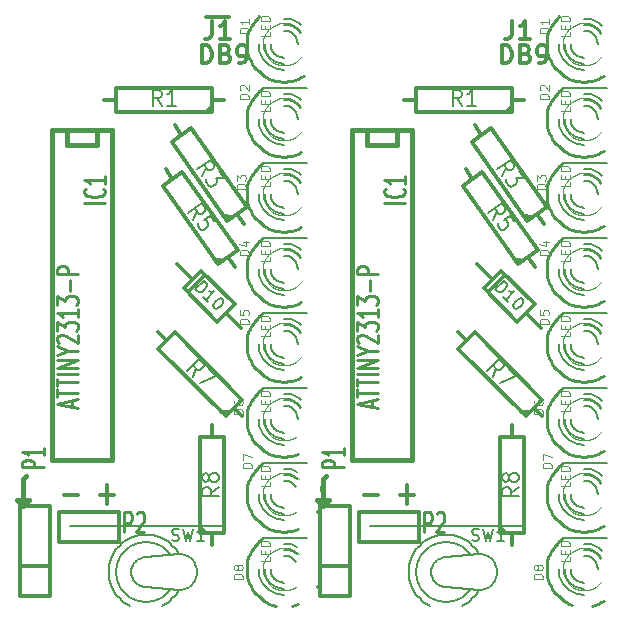
<source format=gto>
G04 This is an RS-274x file exported by *
G04 gerbv version 2.5.0 *
G04 More information is available about gerbv at *
G04 http://gerbv.gpleda.org/ *
G04 --End of header info--*
%MOIN*%
%FSLAX23Y23*%
%IPPOS*%
G04 --Define apertures--*
%ADD10C,0.0060*%
%ADD11C,0.0150*%
%ADD12C,0.0120*%
%ADD13C,0.0080*%
%ADD14C,0.0125*%
%ADD15C,0.0030*%
%ADD16C,0.0100*%
%ADD17C,0.0113*%
%ADD18C,0.0035*%
%ADD19C,0.0107*%
%ADD20C,0.0106*%
G04 --Start main section--*
G54D11*
G01X01030Y-1570D02*
G01X01030Y-1630D01*
G01X01030Y-1630D02*
G01X01010Y-1610D01*
G01X01010Y-1610D02*
G01X01030Y-1630D01*
G01X01030Y-1630D02*
G01X01040Y-1620D01*
G01X01040Y-1620D02*
G01X01030Y-1630D01*
G01X01030Y-1630D02*
G01X01030Y-1570D01*
G01X01030Y-1570D02*
G01X01030Y-1540D01*
G01X01030Y-1540D02*
G01X01040Y-1530D01*
G01X01050Y-1610D02*
G01X01030Y-1630D01*
G01X01030Y-1630D02*
G01X01010Y-1610D01*
G01X01010Y-1610D02*
G01X01050Y-1610D01*
G54D12*
G01X01167Y-1592D02*
G01X01213Y-1592D01*
G01X01287Y-1592D02*
G01X01333Y-1592D01*
G01X01310Y-1622D02*
G01X01310Y-1561D01*
G01X00167Y-1592D02*
G01X00213Y-1592D01*
G01X00287Y-1592D02*
G01X00333Y-1592D01*
G01X00310Y-1622D02*
G01X00310Y-1561D01*
G54D11*
G01X00010Y-1610D02*
G01X00050Y-1610D01*
G01X00030Y-1630D02*
G01X00010Y-1610D01*
G01X00050Y-1610D02*
G01X00030Y-1630D01*
G01X00030Y-1540D02*
G01X00040Y-1530D01*
G01X00030Y-1570D02*
G01X00030Y-1540D01*
G01X00030Y-1630D02*
G01X00030Y-1570D01*
G01X00040Y-1620D02*
G01X00030Y-1630D01*
G01X00030Y-1630D02*
G01X00040Y-1620D01*
G01X00010Y-1610D02*
G01X00030Y-1630D01*
G01X00030Y-1630D02*
G01X00010Y-1610D01*
G01X00030Y-1570D02*
G01X00030Y-1630D01*
G54D13*
G01X01548Y-1788D02*
G01X01542Y-1778D01*
G01X01542Y-1778D02*
G01X01536Y-1770D01*
G01X01536Y-1770D02*
G01X01528Y-1762D01*
G01X01528Y-1762D02*
G01X01520Y-1754D01*
G01X01520Y-1754D02*
G01X01512Y-1748D01*
G01X01512Y-1748D02*
G01X01503Y-1742D01*
G01X01503Y-1742D02*
G01X01493Y-1737D01*
G01X01493Y-1737D02*
G01X01483Y-1733D01*
G01X01483Y-1733D02*
G01X01472Y-1729D01*
G01X01472Y-1729D02*
G01X01462Y-1727D01*
G01X01462Y-1727D02*
G01X01451Y-1725D01*
G01X01451Y-1725D02*
G01X01440Y-1725D01*
G01X01440Y-1725D02*
G01X01429Y-1725D01*
G01X01429Y-1725D02*
G01X01418Y-1727D01*
G01X01418Y-1727D02*
G01X01408Y-1729D01*
G01X01408Y-1729D02*
G01X01397Y-1733D01*
G01X01397Y-1733D02*
G01X01387Y-1737D01*
G01X01387Y-1737D02*
G01X01378Y-1742D01*
G01X01378Y-1742D02*
G01X01368Y-1748D01*
G01X01368Y-1748D02*
G01X01360Y-1754D01*
G01X01360Y-1754D02*
G01X01352Y-1762D01*
G01X01352Y-1762D02*
G01X01344Y-1770D01*
G01X01344Y-1770D02*
G01X01338Y-1778D01*
G01X01338Y-1778D02*
G01X01332Y-1788D01*
G01X01332Y-1788D02*
G01X01327Y-1797D01*
G01X01327Y-1797D02*
G01X01323Y-1807D01*
G01X01323Y-1807D02*
G01X01319Y-1818D01*
G01X01319Y-1818D02*
G01X01317Y-1828D01*
G01X01317Y-1828D02*
G01X01316Y-1839D01*
G01X01316Y-1839D02*
G01X01315Y-1850D01*
G01X01315Y-1850D02*
G01X01316Y-1861D01*
G01X01316Y-1861D02*
G01X01317Y-1872D01*
G01X01317Y-1872D02*
G01X01319Y-1882D01*
G01X01319Y-1882D02*
G01X01323Y-1893D01*
G01X01323Y-1893D02*
G01X01327Y-1903D01*
G01X01327Y-1903D02*
G01X01332Y-1912D01*
G01X01332Y-1912D02*
G01X01338Y-1922D01*
G01X01338Y-1922D02*
G01X01344Y-1930D01*
G01X01344Y-1930D02*
G01X01352Y-1938D01*
G01X01352Y-1938D02*
G01X01360Y-1946D01*
G01X01360Y-1946D02*
G01X01368Y-1952D01*
G01X01368Y-1952D02*
G01X01378Y-1958D01*
G01X01378Y-1958D02*
G01X01387Y-1963D01*
G01X01493Y-1963D02*
G01X01503Y-1958D01*
G01X01503Y-1958D02*
G01X01512Y-1952D01*
G01X01512Y-1952D02*
G01X01520Y-1946D01*
G01X01520Y-1946D02*
G01X01528Y-1938D01*
G01X01528Y-1938D02*
G01X01536Y-1930D01*
G01X01536Y-1930D02*
G01X01542Y-1922D01*
G01X01542Y-1922D02*
G01X01548Y-1912D01*
G01X01522Y-1793D02*
G01X01517Y-1786D01*
G01X01517Y-1786D02*
G01X01511Y-1779D01*
G01X01511Y-1779D02*
G01X01504Y-1773D01*
G01X01504Y-1773D02*
G01X01497Y-1768D01*
G01X01497Y-1768D02*
G01X01490Y-1763D01*
G01X01490Y-1763D02*
G01X01482Y-1759D01*
G01X01482Y-1759D02*
G01X01474Y-1756D01*
G01X01474Y-1756D02*
G01X01466Y-1753D01*
G01X01466Y-1753D02*
G01X01457Y-1752D01*
G01X01457Y-1752D02*
G01X01449Y-1750D01*
G01X01449Y-1750D02*
G01X01440Y-1750D01*
G01X01440Y-1750D02*
G01X01431Y-1750D01*
G01X01431Y-1750D02*
G01X01423Y-1752D01*
G01X01423Y-1752D02*
G01X01414Y-1753D01*
G01X01414Y-1753D02*
G01X01406Y-1756D01*
G01X01406Y-1756D02*
G01X01398Y-1759D01*
G01X01398Y-1759D02*
G01X01390Y-1763D01*
G01X01390Y-1763D02*
G01X01383Y-1768D01*
G01X01383Y-1768D02*
G01X01376Y-1773D01*
G01X01376Y-1773D02*
G01X01369Y-1779D01*
G01X01369Y-1779D02*
G01X01363Y-1786D01*
G01X01363Y-1786D02*
G01X01358Y-1793D01*
G01X01358Y-1793D02*
G01X01353Y-1800D01*
G01X01353Y-1800D02*
G01X01349Y-1808D01*
G01X01349Y-1808D02*
G01X01346Y-1816D01*
G01X01346Y-1816D02*
G01X01344Y-1824D01*
G01X01344Y-1824D02*
G01X01342Y-1833D01*
G01X01342Y-1833D02*
G01X01340Y-1841D01*
G01X01340Y-1841D02*
G01X01340Y-1850D01*
G01X01340Y-1850D02*
G01X01340Y-1859D01*
G01X01340Y-1859D02*
G01X01342Y-1867D01*
G01X01342Y-1867D02*
G01X01344Y-1876D01*
G01X01344Y-1876D02*
G01X01346Y-1884D01*
G01X01346Y-1884D02*
G01X01349Y-1892D01*
G01X01349Y-1892D02*
G01X01353Y-1900D01*
G01X01353Y-1900D02*
G01X01358Y-1907D01*
G01X01358Y-1907D02*
G01X01363Y-1914D01*
G01X01363Y-1914D02*
G01X01369Y-1921D01*
G01X01369Y-1921D02*
G01X01376Y-1927D01*
G01X01376Y-1927D02*
G01X01383Y-1932D01*
G01X01383Y-1932D02*
G01X01390Y-1937D01*
G01X01390Y-1937D02*
G01X01398Y-1941D01*
G01X01398Y-1941D02*
G01X01406Y-1944D01*
G01X01406Y-1944D02*
G01X01414Y-1946D01*
G01X01414Y-1946D02*
G01X01423Y-1948D01*
G01X01423Y-1948D02*
G01X01431Y-1950D01*
G01X01431Y-1950D02*
G01X01440Y-1950D01*
G01X01440Y-1950D02*
G01X01449Y-1950D01*
G01X01449Y-1950D02*
G01X01457Y-1948D01*
G01X01457Y-1948D02*
G01X01466Y-1946D01*
G01X01466Y-1946D02*
G01X01474Y-1944D01*
G01X01474Y-1944D02*
G01X01482Y-1941D01*
G01X01482Y-1941D02*
G01X01490Y-1937D01*
G01X01490Y-1937D02*
G01X01497Y-1932D01*
G01X01497Y-1932D02*
G01X01504Y-1927D01*
G01X01504Y-1927D02*
G01X01511Y-1921D01*
G01X01511Y-1921D02*
G01X01517Y-1914D01*
G01X01517Y-1914D02*
G01X01522Y-1907D01*
G01X01550Y-1910D02*
G01X01555Y-1910D01*
G01X01555Y-1910D02*
G01X01560Y-1909D01*
G01X01560Y-1909D02*
G01X01566Y-1908D01*
G01X01566Y-1908D02*
G01X01571Y-1906D01*
G01X01571Y-1906D02*
G01X01575Y-1904D01*
G01X01575Y-1904D02*
G01X01580Y-1902D01*
G01X01580Y-1902D02*
G01X01584Y-1899D01*
G01X01584Y-1899D02*
G01X01589Y-1896D01*
G01X01589Y-1896D02*
G01X01592Y-1892D01*
G01X01592Y-1892D02*
G01X01596Y-1888D01*
G01X01596Y-1888D02*
G01X01599Y-1884D01*
G01X01599Y-1884D02*
G01X01602Y-1880D01*
G01X01602Y-1880D02*
G01X01604Y-1875D01*
G01X01604Y-1875D02*
G01X01606Y-1870D01*
G01X01606Y-1870D02*
G01X01608Y-1865D01*
G01X01608Y-1865D02*
G01X01609Y-1860D01*
G01X01609Y-1860D02*
G01X01610Y-1855D01*
G01X01610Y-1855D02*
G01X01610Y-1850D01*
G01X01610Y-1850D02*
G01X01610Y-1845D01*
G01X01610Y-1845D02*
G01X01609Y-1840D01*
G01X01609Y-1840D02*
G01X01608Y-1834D01*
G01X01608Y-1834D02*
G01X01606Y-1829D01*
G01X01606Y-1829D02*
G01X01604Y-1825D01*
G01X01604Y-1825D02*
G01X01602Y-1820D01*
G01X01602Y-1820D02*
G01X01599Y-1816D01*
G01X01599Y-1816D02*
G01X01596Y-1811D01*
G01X01596Y-1811D02*
G01X01592Y-1808D01*
G01X01592Y-1808D02*
G01X01589Y-1804D01*
G01X01589Y-1804D02*
G01X01584Y-1801D01*
G01X01584Y-1801D02*
G01X01580Y-1798D01*
G01X01580Y-1798D02*
G01X01575Y-1796D01*
G01X01575Y-1796D02*
G01X01571Y-1794D01*
G01X01571Y-1794D02*
G01X01566Y-1792D01*
G01X01566Y-1792D02*
G01X01560Y-1791D01*
G01X01560Y-1791D02*
G01X01555Y-1790D01*
G01X01555Y-1790D02*
G01X01550Y-1790D01*
G01X01440Y-1800D02*
G01X01550Y-1790D01*
G01X01440Y-1900D02*
G01X01550Y-1910D01*
G01X01440Y-1800D02*
G01X01436Y-1800D01*
G01X01436Y-1800D02*
G01X01431Y-1801D01*
G01X01431Y-1801D02*
G01X01427Y-1802D01*
G01X01427Y-1802D02*
G01X01423Y-1803D01*
G01X01423Y-1803D02*
G01X01419Y-1805D01*
G01X01419Y-1805D02*
G01X01415Y-1807D01*
G01X01415Y-1807D02*
G01X01411Y-1809D01*
G01X01411Y-1809D02*
G01X01408Y-1812D01*
G01X01408Y-1812D02*
G01X01405Y-1815D01*
G01X01405Y-1815D02*
G01X01402Y-1818D01*
G01X01402Y-1818D02*
G01X01399Y-1821D01*
G01X01399Y-1821D02*
G01X01397Y-1825D01*
G01X01397Y-1825D02*
G01X01395Y-1829D01*
G01X01395Y-1829D02*
G01X01393Y-1833D01*
G01X01393Y-1833D02*
G01X01392Y-1837D01*
G01X01392Y-1837D02*
G01X01391Y-1841D01*
G01X01391Y-1841D02*
G01X01390Y-1846D01*
G01X01390Y-1846D02*
G01X01390Y-1850D01*
G01X01390Y-1850D02*
G01X01390Y-1854D01*
G01X01390Y-1854D02*
G01X01391Y-1859D01*
G01X01391Y-1859D02*
G01X01392Y-1863D01*
G01X01392Y-1863D02*
G01X01393Y-1867D01*
G01X01393Y-1867D02*
G01X01395Y-1871D01*
G01X01395Y-1871D02*
G01X01397Y-1875D01*
G01X01397Y-1875D02*
G01X01399Y-1879D01*
G01X01399Y-1879D02*
G01X01402Y-1882D01*
G01X01402Y-1882D02*
G01X01405Y-1885D01*
G01X01405Y-1885D02*
G01X01408Y-1888D01*
G01X01408Y-1888D02*
G01X01411Y-1891D01*
G01X01411Y-1891D02*
G01X01415Y-1893D01*
G01X01415Y-1893D02*
G01X01419Y-1895D01*
G01X01419Y-1895D02*
G01X01423Y-1897D01*
G01X01423Y-1897D02*
G01X01427Y-1898D01*
G01X01427Y-1898D02*
G01X01431Y-1899D01*
G01X01431Y-1899D02*
G01X01436Y-1900D01*
G01X01436Y-1900D02*
G01X01440Y-1900D01*
G01X01695Y-1695D02*
G01X01185Y-1695D01*
G54D12*
G01X01660Y-1760D02*
G01X01660Y-1720D01*
G01X01660Y-1720D02*
G01X01620Y-1720D01*
G01X01620Y-1720D02*
G01X01620Y-1400D01*
G01X01620Y-1400D02*
G01X01700Y-1400D01*
G01X01700Y-1400D02*
G01X01700Y-1720D01*
G01X01700Y-1720D02*
G01X01660Y-1720D01*
G01X01640Y-1720D02*
G01X01620Y-1700D01*
G01X01660Y-1360D02*
G01X01660Y-1400D01*
G01X01761Y-1331D02*
G01X01733Y-1303D01*
G01X01733Y-1303D02*
G01X01705Y-1331D01*
G01X01705Y-1331D02*
G01X01479Y-1105D01*
G01X01479Y-1105D02*
G01X01535Y-1049D01*
G01X01535Y-1049D02*
G01X01761Y-1275D01*
G01X01761Y-1275D02*
G01X01733Y-1303D01*
G01X01719Y-1317D02*
G01X01691Y-1317D01*
G01X01479Y-1049D02*
G01X01507Y-1077D01*
G01X01735Y-0834D02*
G01X01712Y-0801D01*
G01X01712Y-0801D02*
G01X01679Y-0824D01*
G01X01679Y-0824D02*
G01X01496Y-0562D01*
G01X01496Y-0562D02*
G01X01561Y-0516D01*
G01X01561Y-0516D02*
G01X01745Y-0778D01*
G01X01745Y-0778D02*
G01X01712Y-0801D01*
G01X01695Y-0812D02*
G01X01668Y-0808D01*
G01X01505Y-0506D02*
G01X01528Y-0539D01*
G01X01765Y-0689D02*
G01X01742Y-0656D01*
G01X01742Y-0656D02*
G01X01709Y-0679D01*
G01X01709Y-0679D02*
G01X01526Y-0417D01*
G01X01526Y-0417D02*
G01X01591Y-0371D01*
G01X01591Y-0371D02*
G01X01775Y-0633D01*
G01X01775Y-0633D02*
G01X01742Y-0656D01*
G01X01725Y-0667D02*
G01X01698Y-0663D01*
G01X01535Y-0361D02*
G01X01558Y-0394D01*
G01X01700Y-0275D02*
G01X01660Y-0275D01*
G01X01660Y-0275D02*
G01X01660Y-0315D01*
G01X01660Y-0315D02*
G01X01340Y-0315D01*
G01X01340Y-0315D02*
G01X01340Y-0235D01*
G01X01340Y-0235D02*
G01X01660Y-0235D01*
G01X01660Y-0235D02*
G01X01660Y-0275D01*
G01X01660Y-0295D02*
G01X01640Y-0315D01*
G01X01300Y-0275D02*
G01X01340Y-0275D01*
G54D11*
G01X01275Y-0375D02*
G01X01275Y-0425D01*
G01X01275Y-0425D02*
G01X01175Y-0425D01*
G01X01175Y-0425D02*
G01X01175Y-0375D01*
G01X01325Y-0375D02*
G01X01325Y-1475D01*
G01X01325Y-1475D02*
G01X01125Y-1475D01*
G01X01125Y-1475D02*
G01X01125Y-0375D01*
G01X01125Y-0375D02*
G01X01325Y-0375D01*
G54D14*
G01X01593Y-0873D02*
G01X01544Y-0824D01*
G01X01707Y-0987D02*
G01X01756Y-1036D01*
G01X01579Y-0916D02*
G01X01636Y-0859D01*
G01X01678Y-1015D02*
G01X01735Y-0958D01*
G01X01735Y-0958D02*
G01X01622Y-0845D01*
G01X01622Y-0845D02*
G01X01565Y-0902D01*
G01X01565Y-0902D02*
G01X01678Y-1015D01*
G54D15*
G01X01959Y-0129D02*
G01X01950Y-0140D01*
G01X01950Y-0140D02*
G01X01940Y-0149D01*
G01X01940Y-0149D02*
G01X01927Y-0155D01*
G01X01927Y-0155D02*
G01X01914Y-0159D01*
G01X01914Y-0159D02*
G01X01900Y-0161D01*
G01X01900Y-0161D02*
G01X01887Y-0159D01*
G01X01887Y-0159D02*
G01X01874Y-0155D01*
G01X01874Y-0155D02*
G01X01861Y-0149D01*
G01X01861Y-0149D02*
G01X01851Y-0140D01*
G01X01851Y-0140D02*
G01X01842Y-0130D01*
G01X01842Y-0130D02*
G01X01835Y-0118D01*
G01X01835Y-0118D02*
G01X01831Y-0105D01*
G01X01831Y-0105D02*
G01X01829Y-0091D01*
G01X01829Y-0091D02*
G01X01831Y-0077D01*
G01X01831Y-0077D02*
G01X01834Y-0064D01*
G01X01834Y-0064D02*
G01X01841Y-0052D01*
G01X01841Y-0052D02*
G01X01849Y-0041D01*
G01X01849Y-0041D02*
G01X01860Y-0032D01*
G01X01860Y-0032D02*
G01X01872Y-0025D01*
G01X01872Y-0025D02*
G01X01885Y-0021D01*
G01X01885Y-0021D02*
G01X01899Y-0019D01*
G01X01899Y-0019D02*
G01X01912Y-0020D01*
G01X01912Y-0020D02*
G01X01926Y-0024D01*
G01X01926Y-0024D02*
G01X01938Y-0030D01*
G01X01938Y-0030D02*
G01X01949Y-0039D01*
G01X01949Y-0039D02*
G01X01958Y-0049D01*
G54D16*
G01X01817Y00003D02*
G01X01809Y-0005D01*
G01X01809Y-0005D02*
G01X01802Y-0013D01*
G01X01802Y-0013D02*
G01X01795Y-0022D01*
G01X01795Y-0022D02*
G01X01790Y-0031D01*
G01X01790Y-0031D02*
G01X01785Y-0041D01*
G01X01785Y-0041D02*
G01X01781Y-0051D01*
G01X01781Y-0051D02*
G01X01778Y-0062D01*
G01X01778Y-0062D02*
G01X01776Y-0072D01*
G01X01776Y-0072D02*
G01X01775Y-0083D01*
G01X01775Y-0083D02*
G01X01775Y-0094D01*
G01X01775Y-0094D02*
G01X01776Y-0105D01*
G01X01776Y-0105D02*
G01X01778Y-0116D01*
G01X01778Y-0116D02*
G01X01780Y-0126D01*
G01X01780Y-0126D02*
G01X01784Y-0137D01*
G01X01784Y-0137D02*
G01X01789Y-0146D01*
G01X01789Y-0146D02*
G01X01794Y-0156D01*
G01X01794Y-0156D02*
G01X01800Y-0165D01*
G01X01800Y-0165D02*
G01X01807Y-0173D01*
G01X01807Y-0173D02*
G01X01815Y-0181D01*
G01X01815Y-0181D02*
G01X01823Y-0188D01*
G01X01823Y-0188D02*
G01X01832Y-0195D01*
G01X01832Y-0195D02*
G01X01841Y-0200D01*
G01X01841Y-0200D02*
G01X01851Y-0205D01*
G01X01851Y-0205D02*
G01X01861Y-0209D01*
G01X01861Y-0209D02*
G01X01872Y-0212D01*
G01X01872Y-0212D02*
G01X01882Y-0214D01*
G01X01882Y-0214D02*
G01X01893Y-0215D01*
G01X01893Y-0215D02*
G01X01904Y-0215D01*
G01X01904Y-0215D02*
G01X01915Y-0214D01*
G01X01915Y-0214D02*
G01X01926Y-0212D01*
G01X01926Y-0212D02*
G01X01936Y-0210D01*
G01X01936Y-0210D02*
G01X01947Y-0206D01*
G01X01947Y-0206D02*
G01X01957Y-0201D01*
G01X01957Y-0201D02*
G01X01966Y-0196D01*
G54D10*
G01X01855Y-0090D02*
G01X01855Y-0094D01*
G01X01855Y-0094D02*
G01X01856Y-0098D01*
G01X01856Y-0098D02*
G01X01857Y-0102D01*
G01X01857Y-0102D02*
G01X01858Y-0105D01*
G01X01858Y-0105D02*
G01X01859Y-0109D01*
G01X01859Y-0109D02*
G01X01861Y-0112D01*
G01X01861Y-0112D02*
G01X01863Y-0116D01*
G01X01863Y-0116D02*
G01X01866Y-0119D01*
G01X01866Y-0119D02*
G01X01868Y-0122D01*
G01X01868Y-0122D02*
G01X01871Y-0124D01*
G01X01871Y-0124D02*
G01X01874Y-0127D01*
G01X01874Y-0127D02*
G01X01878Y-0129D01*
G01X01878Y-0129D02*
G01X01881Y-0131D01*
G01X01881Y-0131D02*
G01X01885Y-0132D01*
G01X01885Y-0132D02*
G01X01888Y-0133D01*
G01X01888Y-0133D02*
G01X01892Y-0134D01*
G01X01892Y-0134D02*
G01X01896Y-0135D01*
G01X01896Y-0135D02*
G01X01900Y-0135D01*
G01X01945Y-0090D02*
G01X01945Y-0086D01*
G01X01945Y-0086D02*
G01X01944Y-0082D01*
G01X01944Y-0082D02*
G01X01943Y-0078D01*
G01X01943Y-0078D02*
G01X01942Y-0075D01*
G01X01942Y-0075D02*
G01X01941Y-0071D01*
G01X01941Y-0071D02*
G01X01939Y-0068D01*
G01X01939Y-0068D02*
G01X01937Y-0064D01*
G01X01937Y-0064D02*
G01X01934Y-0061D01*
G01X01934Y-0061D02*
G01X01932Y-0058D01*
G01X01932Y-0058D02*
G01X01929Y-0056D01*
G01X01929Y-0056D02*
G01X01926Y-0053D01*
G01X01926Y-0053D02*
G01X01923Y-0051D01*
G01X01923Y-0051D02*
G01X01919Y-0049D01*
G01X01919Y-0049D02*
G01X01915Y-0048D01*
G01X01915Y-0048D02*
G01X01912Y-0047D01*
G01X01912Y-0047D02*
G01X01908Y-0046D01*
G01X01908Y-0046D02*
G01X01904Y-0045D01*
G01X01904Y-0045D02*
G01X01900Y-0045D01*
G01X01835Y-0090D02*
G01X01835Y-0096D01*
G01X01835Y-0096D02*
G01X01836Y-0101D01*
G01X01836Y-0101D02*
G01X01837Y-0107D01*
G01X01837Y-0107D02*
G01X01839Y-0112D01*
G01X01839Y-0112D02*
G01X01841Y-0117D01*
G01X01841Y-0117D02*
G01X01844Y-0122D01*
G01X01844Y-0122D02*
G01X01847Y-0127D01*
G01X01847Y-0127D02*
G01X01850Y-0132D01*
G01X01850Y-0132D02*
G01X01854Y-0136D01*
G01X01854Y-0136D02*
G01X01858Y-0140D01*
G01X01858Y-0140D02*
G01X01863Y-0143D01*
G01X01863Y-0143D02*
G01X01868Y-0146D01*
G01X01868Y-0146D02*
G01X01873Y-0149D01*
G01X01873Y-0149D02*
G01X01878Y-0151D01*
G01X01878Y-0151D02*
G01X01883Y-0153D01*
G01X01883Y-0153D02*
G01X01889Y-0154D01*
G01X01889Y-0154D02*
G01X01894Y-0155D01*
G01X01894Y-0155D02*
G01X01900Y-0155D01*
G01X01956Y-0058D02*
G01X01953Y-0053D01*
G01X01953Y-0053D02*
G01X01950Y-0048D01*
G01X01950Y-0048D02*
G01X01946Y-0044D01*
G01X01946Y-0044D02*
G01X01942Y-0040D01*
G01X01942Y-0040D02*
G01X01937Y-0037D01*
G01X01937Y-0037D02*
G01X01933Y-0034D01*
G01X01933Y-0034D02*
G01X01927Y-0031D01*
G01X01927Y-0031D02*
G01X01922Y-0029D01*
G01X01922Y-0029D02*
G01X01917Y-0027D01*
G01X01917Y-0027D02*
G01X01911Y-0026D01*
G01X01911Y-0026D02*
G01X01906Y-0025D01*
G01X01906Y-0025D02*
G01X01900Y-0025D01*
G01X01815Y-0090D02*
G01X01815Y-0097D01*
G01X01815Y-0097D02*
G01X01816Y-0105D01*
G01X01816Y-0105D02*
G01X01818Y-0112D01*
G01X01818Y-0112D02*
G01X01820Y-0119D01*
G01X01820Y-0119D02*
G01X01823Y-0126D01*
G01X01823Y-0126D02*
G01X01826Y-0132D01*
G01X01826Y-0132D02*
G01X01830Y-0139D01*
G01X01830Y-0139D02*
G01X01835Y-0145D01*
G01X01835Y-0145D02*
G01X01840Y-0150D01*
G01X01840Y-0150D02*
G01X01845Y-0155D01*
G01X01845Y-0155D02*
G01X01851Y-0160D01*
G01X01851Y-0160D02*
G01X01858Y-0164D01*
G01X01858Y-0164D02*
G01X01864Y-0167D01*
G01X01864Y-0167D02*
G01X01871Y-0170D01*
G01X01871Y-0170D02*
G01X01878Y-0172D01*
G01X01878Y-0172D02*
G01X01885Y-0174D01*
G01X01885Y-0174D02*
G01X01893Y-0175D01*
G01X01893Y-0175D02*
G01X01900Y-0175D01*
G01X01960Y-0030D02*
G01X01955Y-0025D01*
G01X01955Y-0025D02*
G01X01949Y-0020D01*
G01X01949Y-0020D02*
G01X01943Y-0016D01*
G01X01943Y-0016D02*
G01X01936Y-0013D01*
G01X01936Y-0013D02*
G01X01929Y-0010D01*
G01X01929Y-0010D02*
G01X01922Y-0008D01*
G01X01922Y-0008D02*
G01X01915Y-0006D01*
G01X01915Y-0006D02*
G01X01907Y-0005D01*
G01X01907Y-0005D02*
G01X01900Y-0005D01*
G54D13*
G01X01975Y-0238D02*
G01X01825Y-0238D01*
G54D15*
G01X01959Y-0379D02*
G01X01950Y-0390D01*
G01X01950Y-0390D02*
G01X01940Y-0399D01*
G01X01940Y-0399D02*
G01X01927Y-0405D01*
G01X01927Y-0405D02*
G01X01914Y-0409D01*
G01X01914Y-0409D02*
G01X01900Y-0411D01*
G01X01900Y-0411D02*
G01X01887Y-0409D01*
G01X01887Y-0409D02*
G01X01874Y-0405D01*
G01X01874Y-0405D02*
G01X01861Y-0399D01*
G01X01861Y-0399D02*
G01X01851Y-0390D01*
G01X01851Y-0390D02*
G01X01842Y-0380D01*
G01X01842Y-0380D02*
G01X01835Y-0368D01*
G01X01835Y-0368D02*
G01X01831Y-0355D01*
G01X01831Y-0355D02*
G01X01829Y-0341D01*
G01X01829Y-0341D02*
G01X01831Y-0327D01*
G01X01831Y-0327D02*
G01X01834Y-0314D01*
G01X01834Y-0314D02*
G01X01841Y-0302D01*
G01X01841Y-0302D02*
G01X01849Y-0291D01*
G01X01849Y-0291D02*
G01X01860Y-0282D01*
G01X01860Y-0282D02*
G01X01872Y-0275D01*
G01X01872Y-0275D02*
G01X01885Y-0271D01*
G01X01885Y-0271D02*
G01X01899Y-0269D01*
G01X01899Y-0269D02*
G01X01912Y-0270D01*
G01X01912Y-0270D02*
G01X01926Y-0274D01*
G01X01926Y-0274D02*
G01X01938Y-0280D01*
G01X01938Y-0280D02*
G01X01949Y-0289D01*
G01X01949Y-0289D02*
G01X01958Y-0299D01*
G54D16*
G01X01825Y-0240D02*
G01X01817Y-0247D01*
G01X01817Y-0247D02*
G01X01809Y-0255D01*
G01X01809Y-0255D02*
G01X01802Y-0263D01*
G01X01802Y-0263D02*
G01X01795Y-0272D01*
G01X01795Y-0272D02*
G01X01790Y-0281D01*
G01X01790Y-0281D02*
G01X01785Y-0291D01*
G01X01785Y-0291D02*
G01X01781Y-0301D01*
G01X01781Y-0301D02*
G01X01778Y-0312D01*
G01X01778Y-0312D02*
G01X01776Y-0322D01*
G01X01776Y-0322D02*
G01X01775Y-0333D01*
G01X01775Y-0333D02*
G01X01775Y-0344D01*
G01X01775Y-0344D02*
G01X01776Y-0355D01*
G01X01776Y-0355D02*
G01X01778Y-0366D01*
G01X01778Y-0366D02*
G01X01780Y-0376D01*
G01X01780Y-0376D02*
G01X01784Y-0387D01*
G01X01784Y-0387D02*
G01X01789Y-0396D01*
G01X01789Y-0396D02*
G01X01794Y-0406D01*
G01X01794Y-0406D02*
G01X01800Y-0415D01*
G01X01800Y-0415D02*
G01X01807Y-0423D01*
G01X01807Y-0423D02*
G01X01815Y-0431D01*
G01X01815Y-0431D02*
G01X01823Y-0438D01*
G01X01823Y-0438D02*
G01X01832Y-0445D01*
G01X01832Y-0445D02*
G01X01841Y-0450D01*
G01X01841Y-0450D02*
G01X01851Y-0455D01*
G01X01851Y-0455D02*
G01X01861Y-0459D01*
G01X01861Y-0459D02*
G01X01872Y-0462D01*
G01X01872Y-0462D02*
G01X01882Y-0464D01*
G01X01882Y-0464D02*
G01X01893Y-0465D01*
G01X01893Y-0465D02*
G01X01904Y-0465D01*
G01X01904Y-0465D02*
G01X01915Y-0464D01*
G01X01915Y-0464D02*
G01X01926Y-0462D01*
G01X01926Y-0462D02*
G01X01936Y-0460D01*
G01X01936Y-0460D02*
G01X01947Y-0456D01*
G01X01947Y-0456D02*
G01X01957Y-0451D01*
G01X01957Y-0451D02*
G01X01966Y-0446D01*
G54D10*
G01X01855Y-0340D02*
G01X01855Y-0344D01*
G01X01855Y-0344D02*
G01X01856Y-0348D01*
G01X01856Y-0348D02*
G01X01857Y-0352D01*
G01X01857Y-0352D02*
G01X01858Y-0355D01*
G01X01858Y-0355D02*
G01X01859Y-0359D01*
G01X01859Y-0359D02*
G01X01861Y-0362D01*
G01X01861Y-0362D02*
G01X01863Y-0366D01*
G01X01863Y-0366D02*
G01X01866Y-0369D01*
G01X01866Y-0369D02*
G01X01868Y-0372D01*
G01X01868Y-0372D02*
G01X01871Y-0374D01*
G01X01871Y-0374D02*
G01X01874Y-0377D01*
G01X01874Y-0377D02*
G01X01878Y-0379D01*
G01X01878Y-0379D02*
G01X01881Y-0381D01*
G01X01881Y-0381D02*
G01X01885Y-0382D01*
G01X01885Y-0382D02*
G01X01888Y-0383D01*
G01X01888Y-0383D02*
G01X01892Y-0384D01*
G01X01892Y-0384D02*
G01X01896Y-0385D01*
G01X01896Y-0385D02*
G01X01900Y-0385D01*
G01X01945Y-0340D02*
G01X01945Y-0336D01*
G01X01945Y-0336D02*
G01X01944Y-0332D01*
G01X01944Y-0332D02*
G01X01943Y-0328D01*
G01X01943Y-0328D02*
G01X01942Y-0325D01*
G01X01942Y-0325D02*
G01X01941Y-0321D01*
G01X01941Y-0321D02*
G01X01939Y-0318D01*
G01X01939Y-0318D02*
G01X01937Y-0314D01*
G01X01937Y-0314D02*
G01X01934Y-0311D01*
G01X01934Y-0311D02*
G01X01932Y-0308D01*
G01X01932Y-0308D02*
G01X01929Y-0306D01*
G01X01929Y-0306D02*
G01X01926Y-0303D01*
G01X01926Y-0303D02*
G01X01923Y-0301D01*
G01X01923Y-0301D02*
G01X01919Y-0299D01*
G01X01919Y-0299D02*
G01X01915Y-0298D01*
G01X01915Y-0298D02*
G01X01912Y-0297D01*
G01X01912Y-0297D02*
G01X01908Y-0296D01*
G01X01908Y-0296D02*
G01X01904Y-0295D01*
G01X01904Y-0295D02*
G01X01900Y-0295D01*
G01X01835Y-0340D02*
G01X01835Y-0346D01*
G01X01835Y-0346D02*
G01X01836Y-0351D01*
G01X01836Y-0351D02*
G01X01837Y-0357D01*
G01X01837Y-0357D02*
G01X01839Y-0362D01*
G01X01839Y-0362D02*
G01X01841Y-0367D01*
G01X01841Y-0367D02*
G01X01844Y-0372D01*
G01X01844Y-0372D02*
G01X01847Y-0377D01*
G01X01847Y-0377D02*
G01X01850Y-0382D01*
G01X01850Y-0382D02*
G01X01854Y-0386D01*
G01X01854Y-0386D02*
G01X01858Y-0390D01*
G01X01858Y-0390D02*
G01X01863Y-0393D01*
G01X01863Y-0393D02*
G01X01868Y-0396D01*
G01X01868Y-0396D02*
G01X01873Y-0399D01*
G01X01873Y-0399D02*
G01X01878Y-0401D01*
G01X01878Y-0401D02*
G01X01883Y-0403D01*
G01X01883Y-0403D02*
G01X01889Y-0404D01*
G01X01889Y-0404D02*
G01X01894Y-0405D01*
G01X01894Y-0405D02*
G01X01900Y-0405D01*
G01X01956Y-0308D02*
G01X01953Y-0303D01*
G01X01953Y-0303D02*
G01X01950Y-0298D01*
G01X01950Y-0298D02*
G01X01946Y-0294D01*
G01X01946Y-0294D02*
G01X01942Y-0290D01*
G01X01942Y-0290D02*
G01X01937Y-0287D01*
G01X01937Y-0287D02*
G01X01933Y-0284D01*
G01X01933Y-0284D02*
G01X01927Y-0281D01*
G01X01927Y-0281D02*
G01X01922Y-0279D01*
G01X01922Y-0279D02*
G01X01917Y-0277D01*
G01X01917Y-0277D02*
G01X01911Y-0276D01*
G01X01911Y-0276D02*
G01X01906Y-0275D01*
G01X01906Y-0275D02*
G01X01900Y-0275D01*
G01X01815Y-0340D02*
G01X01815Y-0347D01*
G01X01815Y-0347D02*
G01X01816Y-0355D01*
G01X01816Y-0355D02*
G01X01818Y-0362D01*
G01X01818Y-0362D02*
G01X01820Y-0369D01*
G01X01820Y-0369D02*
G01X01823Y-0376D01*
G01X01823Y-0376D02*
G01X01826Y-0382D01*
G01X01826Y-0382D02*
G01X01830Y-0389D01*
G01X01830Y-0389D02*
G01X01835Y-0395D01*
G01X01835Y-0395D02*
G01X01840Y-0400D01*
G01X01840Y-0400D02*
G01X01845Y-0405D01*
G01X01845Y-0405D02*
G01X01851Y-0410D01*
G01X01851Y-0410D02*
G01X01858Y-0414D01*
G01X01858Y-0414D02*
G01X01864Y-0417D01*
G01X01864Y-0417D02*
G01X01871Y-0420D01*
G01X01871Y-0420D02*
G01X01878Y-0422D01*
G01X01878Y-0422D02*
G01X01885Y-0424D01*
G01X01885Y-0424D02*
G01X01893Y-0425D01*
G01X01893Y-0425D02*
G01X01900Y-0425D01*
G01X01960Y-0280D02*
G01X01955Y-0275D01*
G01X01955Y-0275D02*
G01X01949Y-0270D01*
G01X01949Y-0270D02*
G01X01943Y-0266D01*
G01X01943Y-0266D02*
G01X01936Y-0263D01*
G01X01936Y-0263D02*
G01X01929Y-0260D01*
G01X01929Y-0260D02*
G01X01922Y-0258D01*
G01X01922Y-0258D02*
G01X01915Y-0256D01*
G01X01915Y-0256D02*
G01X01907Y-0255D01*
G01X01907Y-0255D02*
G01X01900Y-0255D01*
G54D13*
G01X01975Y-0488D02*
G01X01825Y-0488D01*
G54D15*
G01X01959Y-0629D02*
G01X01950Y-0640D01*
G01X01950Y-0640D02*
G01X01940Y-0649D01*
G01X01940Y-0649D02*
G01X01927Y-0655D01*
G01X01927Y-0655D02*
G01X01914Y-0659D01*
G01X01914Y-0659D02*
G01X01900Y-0661D01*
G01X01900Y-0661D02*
G01X01887Y-0659D01*
G01X01887Y-0659D02*
G01X01874Y-0655D01*
G01X01874Y-0655D02*
G01X01861Y-0649D01*
G01X01861Y-0649D02*
G01X01851Y-0640D01*
G01X01851Y-0640D02*
G01X01842Y-0630D01*
G01X01842Y-0630D02*
G01X01835Y-0618D01*
G01X01835Y-0618D02*
G01X01831Y-0605D01*
G01X01831Y-0605D02*
G01X01829Y-0591D01*
G01X01829Y-0591D02*
G01X01831Y-0577D01*
G01X01831Y-0577D02*
G01X01834Y-0564D01*
G01X01834Y-0564D02*
G01X01841Y-0552D01*
G01X01841Y-0552D02*
G01X01849Y-0541D01*
G01X01849Y-0541D02*
G01X01860Y-0532D01*
G01X01860Y-0532D02*
G01X01872Y-0525D01*
G01X01872Y-0525D02*
G01X01885Y-0521D01*
G01X01885Y-0521D02*
G01X01899Y-0519D01*
G01X01899Y-0519D02*
G01X01912Y-0520D01*
G01X01912Y-0520D02*
G01X01926Y-0524D01*
G01X01926Y-0524D02*
G01X01938Y-0530D01*
G01X01938Y-0530D02*
G01X01949Y-0539D01*
G01X01949Y-0539D02*
G01X01958Y-0549D01*
G54D16*
G01X01825Y-0490D02*
G01X01817Y-0497D01*
G01X01817Y-0497D02*
G01X01809Y-0505D01*
G01X01809Y-0505D02*
G01X01802Y-0513D01*
G01X01802Y-0513D02*
G01X01795Y-0522D01*
G01X01795Y-0522D02*
G01X01790Y-0531D01*
G01X01790Y-0531D02*
G01X01785Y-0541D01*
G01X01785Y-0541D02*
G01X01781Y-0551D01*
G01X01781Y-0551D02*
G01X01778Y-0562D01*
G01X01778Y-0562D02*
G01X01776Y-0572D01*
G01X01776Y-0572D02*
G01X01775Y-0583D01*
G01X01775Y-0583D02*
G01X01775Y-0594D01*
G01X01775Y-0594D02*
G01X01776Y-0605D01*
G01X01776Y-0605D02*
G01X01778Y-0616D01*
G01X01778Y-0616D02*
G01X01780Y-0626D01*
G01X01780Y-0626D02*
G01X01784Y-0637D01*
G01X01784Y-0637D02*
G01X01789Y-0646D01*
G01X01789Y-0646D02*
G01X01794Y-0656D01*
G01X01794Y-0656D02*
G01X01800Y-0665D01*
G01X01800Y-0665D02*
G01X01807Y-0673D01*
G01X01807Y-0673D02*
G01X01815Y-0681D01*
G01X01815Y-0681D02*
G01X01823Y-0688D01*
G01X01823Y-0688D02*
G01X01832Y-0695D01*
G01X01832Y-0695D02*
G01X01841Y-0700D01*
G01X01841Y-0700D02*
G01X01851Y-0705D01*
G01X01851Y-0705D02*
G01X01861Y-0709D01*
G01X01861Y-0709D02*
G01X01872Y-0712D01*
G01X01872Y-0712D02*
G01X01882Y-0714D01*
G01X01882Y-0714D02*
G01X01893Y-0715D01*
G01X01893Y-0715D02*
G01X01904Y-0715D01*
G01X01904Y-0715D02*
G01X01915Y-0714D01*
G01X01915Y-0714D02*
G01X01926Y-0712D01*
G01X01926Y-0712D02*
G01X01936Y-0710D01*
G01X01936Y-0710D02*
G01X01947Y-0706D01*
G01X01947Y-0706D02*
G01X01957Y-0701D01*
G01X01957Y-0701D02*
G01X01966Y-0696D01*
G54D10*
G01X01855Y-0590D02*
G01X01855Y-0594D01*
G01X01855Y-0594D02*
G01X01856Y-0598D01*
G01X01856Y-0598D02*
G01X01857Y-0602D01*
G01X01857Y-0602D02*
G01X01858Y-0605D01*
G01X01858Y-0605D02*
G01X01859Y-0609D01*
G01X01859Y-0609D02*
G01X01861Y-0612D01*
G01X01861Y-0612D02*
G01X01863Y-0616D01*
G01X01863Y-0616D02*
G01X01866Y-0619D01*
G01X01866Y-0619D02*
G01X01868Y-0622D01*
G01X01868Y-0622D02*
G01X01871Y-0624D01*
G01X01871Y-0624D02*
G01X01874Y-0627D01*
G01X01874Y-0627D02*
G01X01878Y-0629D01*
G01X01878Y-0629D02*
G01X01881Y-0631D01*
G01X01881Y-0631D02*
G01X01885Y-0632D01*
G01X01885Y-0632D02*
G01X01888Y-0633D01*
G01X01888Y-0633D02*
G01X01892Y-0634D01*
G01X01892Y-0634D02*
G01X01896Y-0635D01*
G01X01896Y-0635D02*
G01X01900Y-0635D01*
G01X01945Y-0590D02*
G01X01945Y-0586D01*
G01X01945Y-0586D02*
G01X01944Y-0582D01*
G01X01944Y-0582D02*
G01X01943Y-0578D01*
G01X01943Y-0578D02*
G01X01942Y-0575D01*
G01X01942Y-0575D02*
G01X01941Y-0571D01*
G01X01941Y-0571D02*
G01X01939Y-0568D01*
G01X01939Y-0568D02*
G01X01937Y-0564D01*
G01X01937Y-0564D02*
G01X01934Y-0561D01*
G01X01934Y-0561D02*
G01X01932Y-0558D01*
G01X01932Y-0558D02*
G01X01929Y-0556D01*
G01X01929Y-0556D02*
G01X01926Y-0553D01*
G01X01926Y-0553D02*
G01X01923Y-0551D01*
G01X01923Y-0551D02*
G01X01919Y-0549D01*
G01X01919Y-0549D02*
G01X01915Y-0548D01*
G01X01915Y-0548D02*
G01X01912Y-0547D01*
G01X01912Y-0547D02*
G01X01908Y-0546D01*
G01X01908Y-0546D02*
G01X01904Y-0545D01*
G01X01904Y-0545D02*
G01X01900Y-0545D01*
G01X01835Y-0590D02*
G01X01835Y-0596D01*
G01X01835Y-0596D02*
G01X01836Y-0601D01*
G01X01836Y-0601D02*
G01X01837Y-0607D01*
G01X01837Y-0607D02*
G01X01839Y-0612D01*
G01X01839Y-0612D02*
G01X01841Y-0617D01*
G01X01841Y-0617D02*
G01X01844Y-0622D01*
G01X01844Y-0622D02*
G01X01847Y-0627D01*
G01X01847Y-0627D02*
G01X01850Y-0632D01*
G01X01850Y-0632D02*
G01X01854Y-0636D01*
G01X01854Y-0636D02*
G01X01858Y-0640D01*
G01X01858Y-0640D02*
G01X01863Y-0643D01*
G01X01863Y-0643D02*
G01X01868Y-0646D01*
G01X01868Y-0646D02*
G01X01873Y-0649D01*
G01X01873Y-0649D02*
G01X01878Y-0651D01*
G01X01878Y-0651D02*
G01X01883Y-0653D01*
G01X01883Y-0653D02*
G01X01889Y-0654D01*
G01X01889Y-0654D02*
G01X01894Y-0655D01*
G01X01894Y-0655D02*
G01X01900Y-0655D01*
G01X01956Y-0558D02*
G01X01953Y-0553D01*
G01X01953Y-0553D02*
G01X01950Y-0548D01*
G01X01950Y-0548D02*
G01X01946Y-0544D01*
G01X01946Y-0544D02*
G01X01942Y-0540D01*
G01X01942Y-0540D02*
G01X01937Y-0537D01*
G01X01937Y-0537D02*
G01X01933Y-0534D01*
G01X01933Y-0534D02*
G01X01927Y-0531D01*
G01X01927Y-0531D02*
G01X01922Y-0529D01*
G01X01922Y-0529D02*
G01X01917Y-0527D01*
G01X01917Y-0527D02*
G01X01911Y-0526D01*
G01X01911Y-0526D02*
G01X01906Y-0525D01*
G01X01906Y-0525D02*
G01X01900Y-0525D01*
G01X01815Y-0590D02*
G01X01815Y-0597D01*
G01X01815Y-0597D02*
G01X01816Y-0605D01*
G01X01816Y-0605D02*
G01X01818Y-0612D01*
G01X01818Y-0612D02*
G01X01820Y-0619D01*
G01X01820Y-0619D02*
G01X01823Y-0626D01*
G01X01823Y-0626D02*
G01X01826Y-0632D01*
G01X01826Y-0632D02*
G01X01830Y-0639D01*
G01X01830Y-0639D02*
G01X01835Y-0645D01*
G01X01835Y-0645D02*
G01X01840Y-0650D01*
G01X01840Y-0650D02*
G01X01845Y-0655D01*
G01X01845Y-0655D02*
G01X01851Y-0660D01*
G01X01851Y-0660D02*
G01X01858Y-0664D01*
G01X01858Y-0664D02*
G01X01864Y-0667D01*
G01X01864Y-0667D02*
G01X01871Y-0670D01*
G01X01871Y-0670D02*
G01X01878Y-0672D01*
G01X01878Y-0672D02*
G01X01885Y-0674D01*
G01X01885Y-0674D02*
G01X01893Y-0675D01*
G01X01893Y-0675D02*
G01X01900Y-0675D01*
G01X01960Y-0530D02*
G01X01955Y-0525D01*
G01X01955Y-0525D02*
G01X01949Y-0520D01*
G01X01949Y-0520D02*
G01X01943Y-0516D01*
G01X01943Y-0516D02*
G01X01936Y-0513D01*
G01X01936Y-0513D02*
G01X01929Y-0510D01*
G01X01929Y-0510D02*
G01X01922Y-0508D01*
G01X01922Y-0508D02*
G01X01915Y-0506D01*
G01X01915Y-0506D02*
G01X01907Y-0505D01*
G01X01907Y-0505D02*
G01X01900Y-0505D01*
G54D13*
G01X01975Y-0738D02*
G01X01825Y-0738D01*
G54D15*
G01X01959Y-0879D02*
G01X01950Y-0890D01*
G01X01950Y-0890D02*
G01X01940Y-0899D01*
G01X01940Y-0899D02*
G01X01927Y-0905D01*
G01X01927Y-0905D02*
G01X01914Y-0909D01*
G01X01914Y-0909D02*
G01X01900Y-0911D01*
G01X01900Y-0911D02*
G01X01887Y-0909D01*
G01X01887Y-0909D02*
G01X01874Y-0905D01*
G01X01874Y-0905D02*
G01X01861Y-0899D01*
G01X01861Y-0899D02*
G01X01851Y-0890D01*
G01X01851Y-0890D02*
G01X01842Y-0880D01*
G01X01842Y-0880D02*
G01X01835Y-0868D01*
G01X01835Y-0868D02*
G01X01831Y-0855D01*
G01X01831Y-0855D02*
G01X01829Y-0841D01*
G01X01829Y-0841D02*
G01X01831Y-0827D01*
G01X01831Y-0827D02*
G01X01834Y-0814D01*
G01X01834Y-0814D02*
G01X01841Y-0802D01*
G01X01841Y-0802D02*
G01X01849Y-0791D01*
G01X01849Y-0791D02*
G01X01860Y-0782D01*
G01X01860Y-0782D02*
G01X01872Y-0775D01*
G01X01872Y-0775D02*
G01X01885Y-0771D01*
G01X01885Y-0771D02*
G01X01899Y-0769D01*
G01X01899Y-0769D02*
G01X01912Y-0770D01*
G01X01912Y-0770D02*
G01X01926Y-0774D01*
G01X01926Y-0774D02*
G01X01938Y-0780D01*
G01X01938Y-0780D02*
G01X01949Y-0789D01*
G01X01949Y-0789D02*
G01X01958Y-0799D01*
G54D16*
G01X01825Y-0740D02*
G01X01817Y-0747D01*
G01X01817Y-0747D02*
G01X01809Y-0755D01*
G01X01809Y-0755D02*
G01X01802Y-0763D01*
G01X01802Y-0763D02*
G01X01795Y-0772D01*
G01X01795Y-0772D02*
G01X01790Y-0781D01*
G01X01790Y-0781D02*
G01X01785Y-0791D01*
G01X01785Y-0791D02*
G01X01781Y-0801D01*
G01X01781Y-0801D02*
G01X01778Y-0812D01*
G01X01778Y-0812D02*
G01X01776Y-0822D01*
G01X01776Y-0822D02*
G01X01775Y-0833D01*
G01X01775Y-0833D02*
G01X01775Y-0844D01*
G01X01775Y-0844D02*
G01X01776Y-0855D01*
G01X01776Y-0855D02*
G01X01778Y-0866D01*
G01X01778Y-0866D02*
G01X01780Y-0876D01*
G01X01780Y-0876D02*
G01X01784Y-0887D01*
G01X01784Y-0887D02*
G01X01789Y-0896D01*
G01X01789Y-0896D02*
G01X01794Y-0906D01*
G01X01794Y-0906D02*
G01X01800Y-0915D01*
G01X01800Y-0915D02*
G01X01807Y-0923D01*
G01X01807Y-0923D02*
G01X01815Y-0931D01*
G01X01815Y-0931D02*
G01X01823Y-0938D01*
G01X01823Y-0938D02*
G01X01832Y-0945D01*
G01X01832Y-0945D02*
G01X01841Y-0950D01*
G01X01841Y-0950D02*
G01X01851Y-0955D01*
G01X01851Y-0955D02*
G01X01861Y-0959D01*
G01X01861Y-0959D02*
G01X01872Y-0962D01*
G01X01872Y-0962D02*
G01X01882Y-0964D01*
G01X01882Y-0964D02*
G01X01893Y-0965D01*
G01X01893Y-0965D02*
G01X01904Y-0965D01*
G01X01904Y-0965D02*
G01X01915Y-0964D01*
G01X01915Y-0964D02*
G01X01926Y-0962D01*
G01X01926Y-0962D02*
G01X01936Y-0960D01*
G01X01936Y-0960D02*
G01X01947Y-0956D01*
G01X01947Y-0956D02*
G01X01957Y-0951D01*
G01X01957Y-0951D02*
G01X01966Y-0946D01*
G54D10*
G01X01855Y-0840D02*
G01X01855Y-0844D01*
G01X01855Y-0844D02*
G01X01856Y-0848D01*
G01X01856Y-0848D02*
G01X01857Y-0852D01*
G01X01857Y-0852D02*
G01X01858Y-0855D01*
G01X01858Y-0855D02*
G01X01859Y-0859D01*
G01X01859Y-0859D02*
G01X01861Y-0862D01*
G01X01861Y-0862D02*
G01X01863Y-0866D01*
G01X01863Y-0866D02*
G01X01866Y-0869D01*
G01X01866Y-0869D02*
G01X01868Y-0872D01*
G01X01868Y-0872D02*
G01X01871Y-0874D01*
G01X01871Y-0874D02*
G01X01874Y-0877D01*
G01X01874Y-0877D02*
G01X01878Y-0879D01*
G01X01878Y-0879D02*
G01X01881Y-0881D01*
G01X01881Y-0881D02*
G01X01885Y-0882D01*
G01X01885Y-0882D02*
G01X01888Y-0883D01*
G01X01888Y-0883D02*
G01X01892Y-0884D01*
G01X01892Y-0884D02*
G01X01896Y-0885D01*
G01X01896Y-0885D02*
G01X01900Y-0885D01*
G01X01945Y-0840D02*
G01X01945Y-0836D01*
G01X01945Y-0836D02*
G01X01944Y-0832D01*
G01X01944Y-0832D02*
G01X01943Y-0828D01*
G01X01943Y-0828D02*
G01X01942Y-0825D01*
G01X01942Y-0825D02*
G01X01941Y-0821D01*
G01X01941Y-0821D02*
G01X01939Y-0818D01*
G01X01939Y-0818D02*
G01X01937Y-0814D01*
G01X01937Y-0814D02*
G01X01934Y-0811D01*
G01X01934Y-0811D02*
G01X01932Y-0808D01*
G01X01932Y-0808D02*
G01X01929Y-0806D01*
G01X01929Y-0806D02*
G01X01926Y-0803D01*
G01X01926Y-0803D02*
G01X01923Y-0801D01*
G01X01923Y-0801D02*
G01X01919Y-0799D01*
G01X01919Y-0799D02*
G01X01915Y-0798D01*
G01X01915Y-0798D02*
G01X01912Y-0797D01*
G01X01912Y-0797D02*
G01X01908Y-0796D01*
G01X01908Y-0796D02*
G01X01904Y-0795D01*
G01X01904Y-0795D02*
G01X01900Y-0795D01*
G01X01835Y-0840D02*
G01X01835Y-0846D01*
G01X01835Y-0846D02*
G01X01836Y-0851D01*
G01X01836Y-0851D02*
G01X01837Y-0857D01*
G01X01837Y-0857D02*
G01X01839Y-0862D01*
G01X01839Y-0862D02*
G01X01841Y-0867D01*
G01X01841Y-0867D02*
G01X01844Y-0872D01*
G01X01844Y-0872D02*
G01X01847Y-0877D01*
G01X01847Y-0877D02*
G01X01850Y-0882D01*
G01X01850Y-0882D02*
G01X01854Y-0886D01*
G01X01854Y-0886D02*
G01X01858Y-0890D01*
G01X01858Y-0890D02*
G01X01863Y-0893D01*
G01X01863Y-0893D02*
G01X01868Y-0896D01*
G01X01868Y-0896D02*
G01X01873Y-0899D01*
G01X01873Y-0899D02*
G01X01878Y-0901D01*
G01X01878Y-0901D02*
G01X01883Y-0903D01*
G01X01883Y-0903D02*
G01X01889Y-0904D01*
G01X01889Y-0904D02*
G01X01894Y-0905D01*
G01X01894Y-0905D02*
G01X01900Y-0905D01*
G01X01956Y-0808D02*
G01X01953Y-0803D01*
G01X01953Y-0803D02*
G01X01950Y-0798D01*
G01X01950Y-0798D02*
G01X01946Y-0794D01*
G01X01946Y-0794D02*
G01X01942Y-0790D01*
G01X01942Y-0790D02*
G01X01937Y-0787D01*
G01X01937Y-0787D02*
G01X01933Y-0784D01*
G01X01933Y-0784D02*
G01X01927Y-0781D01*
G01X01927Y-0781D02*
G01X01922Y-0779D01*
G01X01922Y-0779D02*
G01X01917Y-0777D01*
G01X01917Y-0777D02*
G01X01911Y-0776D01*
G01X01911Y-0776D02*
G01X01906Y-0775D01*
G01X01906Y-0775D02*
G01X01900Y-0775D01*
G01X01815Y-0840D02*
G01X01815Y-0847D01*
G01X01815Y-0847D02*
G01X01816Y-0855D01*
G01X01816Y-0855D02*
G01X01818Y-0862D01*
G01X01818Y-0862D02*
G01X01820Y-0869D01*
G01X01820Y-0869D02*
G01X01823Y-0876D01*
G01X01823Y-0876D02*
G01X01826Y-0882D01*
G01X01826Y-0882D02*
G01X01830Y-0889D01*
G01X01830Y-0889D02*
G01X01835Y-0895D01*
G01X01835Y-0895D02*
G01X01840Y-0900D01*
G01X01840Y-0900D02*
G01X01845Y-0905D01*
G01X01845Y-0905D02*
G01X01851Y-0910D01*
G01X01851Y-0910D02*
G01X01858Y-0914D01*
G01X01858Y-0914D02*
G01X01864Y-0917D01*
G01X01864Y-0917D02*
G01X01871Y-0920D01*
G01X01871Y-0920D02*
G01X01878Y-0922D01*
G01X01878Y-0922D02*
G01X01885Y-0924D01*
G01X01885Y-0924D02*
G01X01893Y-0925D01*
G01X01893Y-0925D02*
G01X01900Y-0925D01*
G01X01960Y-0780D02*
G01X01955Y-0775D01*
G01X01955Y-0775D02*
G01X01949Y-0770D01*
G01X01949Y-0770D02*
G01X01943Y-0766D01*
G01X01943Y-0766D02*
G01X01936Y-0763D01*
G01X01936Y-0763D02*
G01X01929Y-0760D01*
G01X01929Y-0760D02*
G01X01922Y-0758D01*
G01X01922Y-0758D02*
G01X01915Y-0756D01*
G01X01915Y-0756D02*
G01X01907Y-0755D01*
G01X01907Y-0755D02*
G01X01900Y-0755D01*
G54D13*
G01X01975Y-0988D02*
G01X01825Y-0988D01*
G54D15*
G01X01959Y-1129D02*
G01X01950Y-1140D01*
G01X01950Y-1140D02*
G01X01940Y-1149D01*
G01X01940Y-1149D02*
G01X01927Y-1155D01*
G01X01927Y-1155D02*
G01X01914Y-1159D01*
G01X01914Y-1159D02*
G01X01900Y-1161D01*
G01X01900Y-1161D02*
G01X01887Y-1159D01*
G01X01887Y-1159D02*
G01X01874Y-1155D01*
G01X01874Y-1155D02*
G01X01861Y-1149D01*
G01X01861Y-1149D02*
G01X01851Y-1140D01*
G01X01851Y-1140D02*
G01X01842Y-1130D01*
G01X01842Y-1130D02*
G01X01835Y-1118D01*
G01X01835Y-1118D02*
G01X01831Y-1105D01*
G01X01831Y-1105D02*
G01X01829Y-1091D01*
G01X01829Y-1091D02*
G01X01831Y-1077D01*
G01X01831Y-1077D02*
G01X01834Y-1064D01*
G01X01834Y-1064D02*
G01X01841Y-1052D01*
G01X01841Y-1052D02*
G01X01849Y-1041D01*
G01X01849Y-1041D02*
G01X01860Y-1032D01*
G01X01860Y-1032D02*
G01X01872Y-1025D01*
G01X01872Y-1025D02*
G01X01885Y-1021D01*
G01X01885Y-1021D02*
G01X01899Y-1019D01*
G01X01899Y-1019D02*
G01X01912Y-1020D01*
G01X01912Y-1020D02*
G01X01926Y-1024D01*
G01X01926Y-1024D02*
G01X01938Y-1030D01*
G01X01938Y-1030D02*
G01X01949Y-1039D01*
G01X01949Y-1039D02*
G01X01958Y-1049D01*
G54D16*
G01X01825Y-0990D02*
G01X01817Y-0997D01*
G01X01817Y-0997D02*
G01X01809Y-1005D01*
G01X01809Y-1005D02*
G01X01802Y-1013D01*
G01X01802Y-1013D02*
G01X01795Y-1022D01*
G01X01795Y-1022D02*
G01X01790Y-1031D01*
G01X01790Y-1031D02*
G01X01785Y-1041D01*
G01X01785Y-1041D02*
G01X01781Y-1051D01*
G01X01781Y-1051D02*
G01X01778Y-1062D01*
G01X01778Y-1062D02*
G01X01776Y-1072D01*
G01X01776Y-1072D02*
G01X01775Y-1083D01*
G01X01775Y-1083D02*
G01X01775Y-1094D01*
G01X01775Y-1094D02*
G01X01776Y-1105D01*
G01X01776Y-1105D02*
G01X01778Y-1116D01*
G01X01778Y-1116D02*
G01X01780Y-1126D01*
G01X01780Y-1126D02*
G01X01784Y-1137D01*
G01X01784Y-1137D02*
G01X01789Y-1146D01*
G01X01789Y-1146D02*
G01X01794Y-1156D01*
G01X01794Y-1156D02*
G01X01800Y-1165D01*
G01X01800Y-1165D02*
G01X01807Y-1173D01*
G01X01807Y-1173D02*
G01X01815Y-1181D01*
G01X01815Y-1181D02*
G01X01823Y-1188D01*
G01X01823Y-1188D02*
G01X01832Y-1195D01*
G01X01832Y-1195D02*
G01X01841Y-1200D01*
G01X01841Y-1200D02*
G01X01851Y-1205D01*
G01X01851Y-1205D02*
G01X01861Y-1209D01*
G01X01861Y-1209D02*
G01X01872Y-1212D01*
G01X01872Y-1212D02*
G01X01882Y-1214D01*
G01X01882Y-1214D02*
G01X01893Y-1215D01*
G01X01893Y-1215D02*
G01X01904Y-1215D01*
G01X01904Y-1215D02*
G01X01915Y-1214D01*
G01X01915Y-1214D02*
G01X01926Y-1212D01*
G01X01926Y-1212D02*
G01X01936Y-1210D01*
G01X01936Y-1210D02*
G01X01947Y-1206D01*
G01X01947Y-1206D02*
G01X01957Y-1201D01*
G01X01957Y-1201D02*
G01X01966Y-1196D01*
G54D10*
G01X01855Y-1090D02*
G01X01855Y-1094D01*
G01X01855Y-1094D02*
G01X01856Y-1098D01*
G01X01856Y-1098D02*
G01X01857Y-1102D01*
G01X01857Y-1102D02*
G01X01858Y-1105D01*
G01X01858Y-1105D02*
G01X01859Y-1109D01*
G01X01859Y-1109D02*
G01X01861Y-1112D01*
G01X01861Y-1112D02*
G01X01863Y-1116D01*
G01X01863Y-1116D02*
G01X01866Y-1119D01*
G01X01866Y-1119D02*
G01X01868Y-1122D01*
G01X01868Y-1122D02*
G01X01871Y-1124D01*
G01X01871Y-1124D02*
G01X01874Y-1127D01*
G01X01874Y-1127D02*
G01X01878Y-1129D01*
G01X01878Y-1129D02*
G01X01881Y-1131D01*
G01X01881Y-1131D02*
G01X01885Y-1132D01*
G01X01885Y-1132D02*
G01X01888Y-1133D01*
G01X01888Y-1133D02*
G01X01892Y-1134D01*
G01X01892Y-1134D02*
G01X01896Y-1135D01*
G01X01896Y-1135D02*
G01X01900Y-1135D01*
G01X01945Y-1090D02*
G01X01945Y-1086D01*
G01X01945Y-1086D02*
G01X01944Y-1082D01*
G01X01944Y-1082D02*
G01X01943Y-1078D01*
G01X01943Y-1078D02*
G01X01942Y-1075D01*
G01X01942Y-1075D02*
G01X01941Y-1071D01*
G01X01941Y-1071D02*
G01X01939Y-1068D01*
G01X01939Y-1068D02*
G01X01937Y-1064D01*
G01X01937Y-1064D02*
G01X01934Y-1061D01*
G01X01934Y-1061D02*
G01X01932Y-1058D01*
G01X01932Y-1058D02*
G01X01929Y-1056D01*
G01X01929Y-1056D02*
G01X01926Y-1053D01*
G01X01926Y-1053D02*
G01X01923Y-1051D01*
G01X01923Y-1051D02*
G01X01919Y-1049D01*
G01X01919Y-1049D02*
G01X01915Y-1048D01*
G01X01915Y-1048D02*
G01X01912Y-1047D01*
G01X01912Y-1047D02*
G01X01908Y-1046D01*
G01X01908Y-1046D02*
G01X01904Y-1045D01*
G01X01904Y-1045D02*
G01X01900Y-1045D01*
G01X01835Y-1090D02*
G01X01835Y-1096D01*
G01X01835Y-1096D02*
G01X01836Y-1101D01*
G01X01836Y-1101D02*
G01X01837Y-1107D01*
G01X01837Y-1107D02*
G01X01839Y-1112D01*
G01X01839Y-1112D02*
G01X01841Y-1117D01*
G01X01841Y-1117D02*
G01X01844Y-1122D01*
G01X01844Y-1122D02*
G01X01847Y-1127D01*
G01X01847Y-1127D02*
G01X01850Y-1132D01*
G01X01850Y-1132D02*
G01X01854Y-1136D01*
G01X01854Y-1136D02*
G01X01858Y-1140D01*
G01X01858Y-1140D02*
G01X01863Y-1143D01*
G01X01863Y-1143D02*
G01X01868Y-1146D01*
G01X01868Y-1146D02*
G01X01873Y-1149D01*
G01X01873Y-1149D02*
G01X01878Y-1151D01*
G01X01878Y-1151D02*
G01X01883Y-1153D01*
G01X01883Y-1153D02*
G01X01889Y-1154D01*
G01X01889Y-1154D02*
G01X01894Y-1155D01*
G01X01894Y-1155D02*
G01X01900Y-1155D01*
G01X01956Y-1058D02*
G01X01953Y-1053D01*
G01X01953Y-1053D02*
G01X01950Y-1048D01*
G01X01950Y-1048D02*
G01X01946Y-1044D01*
G01X01946Y-1044D02*
G01X01942Y-1040D01*
G01X01942Y-1040D02*
G01X01937Y-1037D01*
G01X01937Y-1037D02*
G01X01933Y-1034D01*
G01X01933Y-1034D02*
G01X01927Y-1031D01*
G01X01927Y-1031D02*
G01X01922Y-1029D01*
G01X01922Y-1029D02*
G01X01917Y-1027D01*
G01X01917Y-1027D02*
G01X01911Y-1026D01*
G01X01911Y-1026D02*
G01X01906Y-1025D01*
G01X01906Y-1025D02*
G01X01900Y-1025D01*
G01X01815Y-1090D02*
G01X01815Y-1097D01*
G01X01815Y-1097D02*
G01X01816Y-1105D01*
G01X01816Y-1105D02*
G01X01818Y-1112D01*
G01X01818Y-1112D02*
G01X01820Y-1119D01*
G01X01820Y-1119D02*
G01X01823Y-1126D01*
G01X01823Y-1126D02*
G01X01826Y-1132D01*
G01X01826Y-1132D02*
G01X01830Y-1139D01*
G01X01830Y-1139D02*
G01X01835Y-1145D01*
G01X01835Y-1145D02*
G01X01840Y-1150D01*
G01X01840Y-1150D02*
G01X01845Y-1155D01*
G01X01845Y-1155D02*
G01X01851Y-1160D01*
G01X01851Y-1160D02*
G01X01858Y-1164D01*
G01X01858Y-1164D02*
G01X01864Y-1167D01*
G01X01864Y-1167D02*
G01X01871Y-1170D01*
G01X01871Y-1170D02*
G01X01878Y-1172D01*
G01X01878Y-1172D02*
G01X01885Y-1174D01*
G01X01885Y-1174D02*
G01X01893Y-1175D01*
G01X01893Y-1175D02*
G01X01900Y-1175D01*
G01X01960Y-1030D02*
G01X01955Y-1025D01*
G01X01955Y-1025D02*
G01X01949Y-1020D01*
G01X01949Y-1020D02*
G01X01943Y-1016D01*
G01X01943Y-1016D02*
G01X01936Y-1013D01*
G01X01936Y-1013D02*
G01X01929Y-1010D01*
G01X01929Y-1010D02*
G01X01922Y-1008D01*
G01X01922Y-1008D02*
G01X01915Y-1006D01*
G01X01915Y-1006D02*
G01X01907Y-1005D01*
G01X01907Y-1005D02*
G01X01900Y-1005D01*
G54D13*
G01X01975Y-1238D02*
G01X01825Y-1238D01*
G54D15*
G01X01959Y-1379D02*
G01X01950Y-1390D01*
G01X01950Y-1390D02*
G01X01940Y-1399D01*
G01X01940Y-1399D02*
G01X01927Y-1405D01*
G01X01927Y-1405D02*
G01X01914Y-1409D01*
G01X01914Y-1409D02*
G01X01900Y-1411D01*
G01X01900Y-1411D02*
G01X01887Y-1409D01*
G01X01887Y-1409D02*
G01X01874Y-1405D01*
G01X01874Y-1405D02*
G01X01861Y-1399D01*
G01X01861Y-1399D02*
G01X01851Y-1390D01*
G01X01851Y-1390D02*
G01X01842Y-1380D01*
G01X01842Y-1380D02*
G01X01835Y-1368D01*
G01X01835Y-1368D02*
G01X01831Y-1355D01*
G01X01831Y-1355D02*
G01X01829Y-1341D01*
G01X01829Y-1341D02*
G01X01831Y-1327D01*
G01X01831Y-1327D02*
G01X01834Y-1314D01*
G01X01834Y-1314D02*
G01X01841Y-1302D01*
G01X01841Y-1302D02*
G01X01849Y-1291D01*
G01X01849Y-1291D02*
G01X01860Y-1282D01*
G01X01860Y-1282D02*
G01X01872Y-1275D01*
G01X01872Y-1275D02*
G01X01885Y-1271D01*
G01X01885Y-1271D02*
G01X01899Y-1269D01*
G01X01899Y-1269D02*
G01X01912Y-1270D01*
G01X01912Y-1270D02*
G01X01926Y-1274D01*
G01X01926Y-1274D02*
G01X01938Y-1280D01*
G01X01938Y-1280D02*
G01X01949Y-1289D01*
G01X01949Y-1289D02*
G01X01958Y-1299D01*
G54D16*
G01X01825Y-1240D02*
G01X01817Y-1247D01*
G01X01817Y-1247D02*
G01X01809Y-1255D01*
G01X01809Y-1255D02*
G01X01802Y-1263D01*
G01X01802Y-1263D02*
G01X01795Y-1272D01*
G01X01795Y-1272D02*
G01X01790Y-1281D01*
G01X01790Y-1281D02*
G01X01785Y-1291D01*
G01X01785Y-1291D02*
G01X01781Y-1301D01*
G01X01781Y-1301D02*
G01X01778Y-1312D01*
G01X01778Y-1312D02*
G01X01776Y-1322D01*
G01X01776Y-1322D02*
G01X01775Y-1333D01*
G01X01775Y-1333D02*
G01X01775Y-1344D01*
G01X01775Y-1344D02*
G01X01776Y-1355D01*
G01X01776Y-1355D02*
G01X01778Y-1366D01*
G01X01778Y-1366D02*
G01X01780Y-1376D01*
G01X01780Y-1376D02*
G01X01784Y-1387D01*
G01X01784Y-1387D02*
G01X01789Y-1396D01*
G01X01789Y-1396D02*
G01X01794Y-1406D01*
G01X01794Y-1406D02*
G01X01800Y-1415D01*
G01X01800Y-1415D02*
G01X01807Y-1423D01*
G01X01807Y-1423D02*
G01X01815Y-1431D01*
G01X01815Y-1431D02*
G01X01823Y-1438D01*
G01X01823Y-1438D02*
G01X01832Y-1445D01*
G01X01832Y-1445D02*
G01X01841Y-1450D01*
G01X01841Y-1450D02*
G01X01851Y-1455D01*
G01X01851Y-1455D02*
G01X01861Y-1459D01*
G01X01861Y-1459D02*
G01X01872Y-1462D01*
G01X01872Y-1462D02*
G01X01882Y-1464D01*
G01X01882Y-1464D02*
G01X01893Y-1465D01*
G01X01893Y-1465D02*
G01X01904Y-1465D01*
G01X01904Y-1465D02*
G01X01915Y-1464D01*
G01X01915Y-1464D02*
G01X01926Y-1462D01*
G01X01926Y-1462D02*
G01X01936Y-1460D01*
G01X01936Y-1460D02*
G01X01947Y-1456D01*
G01X01947Y-1456D02*
G01X01957Y-1451D01*
G01X01957Y-1451D02*
G01X01966Y-1446D01*
G54D10*
G01X01855Y-1340D02*
G01X01855Y-1344D01*
G01X01855Y-1344D02*
G01X01856Y-1348D01*
G01X01856Y-1348D02*
G01X01857Y-1352D01*
G01X01857Y-1352D02*
G01X01858Y-1355D01*
G01X01858Y-1355D02*
G01X01859Y-1359D01*
G01X01859Y-1359D02*
G01X01861Y-1362D01*
G01X01861Y-1362D02*
G01X01863Y-1366D01*
G01X01863Y-1366D02*
G01X01866Y-1369D01*
G01X01866Y-1369D02*
G01X01868Y-1372D01*
G01X01868Y-1372D02*
G01X01871Y-1374D01*
G01X01871Y-1374D02*
G01X01874Y-1377D01*
G01X01874Y-1377D02*
G01X01878Y-1379D01*
G01X01878Y-1379D02*
G01X01881Y-1381D01*
G01X01881Y-1381D02*
G01X01885Y-1382D01*
G01X01885Y-1382D02*
G01X01888Y-1383D01*
G01X01888Y-1383D02*
G01X01892Y-1384D01*
G01X01892Y-1384D02*
G01X01896Y-1385D01*
G01X01896Y-1385D02*
G01X01900Y-1385D01*
G01X01945Y-1340D02*
G01X01945Y-1336D01*
G01X01945Y-1336D02*
G01X01944Y-1332D01*
G01X01944Y-1332D02*
G01X01943Y-1328D01*
G01X01943Y-1328D02*
G01X01942Y-1325D01*
G01X01942Y-1325D02*
G01X01941Y-1321D01*
G01X01941Y-1321D02*
G01X01939Y-1318D01*
G01X01939Y-1318D02*
G01X01937Y-1314D01*
G01X01937Y-1314D02*
G01X01934Y-1311D01*
G01X01934Y-1311D02*
G01X01932Y-1308D01*
G01X01932Y-1308D02*
G01X01929Y-1306D01*
G01X01929Y-1306D02*
G01X01926Y-1303D01*
G01X01926Y-1303D02*
G01X01923Y-1301D01*
G01X01923Y-1301D02*
G01X01919Y-1299D01*
G01X01919Y-1299D02*
G01X01915Y-1298D01*
G01X01915Y-1298D02*
G01X01912Y-1297D01*
G01X01912Y-1297D02*
G01X01908Y-1296D01*
G01X01908Y-1296D02*
G01X01904Y-1295D01*
G01X01904Y-1295D02*
G01X01900Y-1295D01*
G01X01835Y-1340D02*
G01X01835Y-1346D01*
G01X01835Y-1346D02*
G01X01836Y-1351D01*
G01X01836Y-1351D02*
G01X01837Y-1357D01*
G01X01837Y-1357D02*
G01X01839Y-1362D01*
G01X01839Y-1362D02*
G01X01841Y-1367D01*
G01X01841Y-1367D02*
G01X01844Y-1372D01*
G01X01844Y-1372D02*
G01X01847Y-1377D01*
G01X01847Y-1377D02*
G01X01850Y-1382D01*
G01X01850Y-1382D02*
G01X01854Y-1386D01*
G01X01854Y-1386D02*
G01X01858Y-1390D01*
G01X01858Y-1390D02*
G01X01863Y-1393D01*
G01X01863Y-1393D02*
G01X01868Y-1396D01*
G01X01868Y-1396D02*
G01X01873Y-1399D01*
G01X01873Y-1399D02*
G01X01878Y-1401D01*
G01X01878Y-1401D02*
G01X01883Y-1403D01*
G01X01883Y-1403D02*
G01X01889Y-1404D01*
G01X01889Y-1404D02*
G01X01894Y-1405D01*
G01X01894Y-1405D02*
G01X01900Y-1405D01*
G01X01956Y-1308D02*
G01X01953Y-1303D01*
G01X01953Y-1303D02*
G01X01950Y-1298D01*
G01X01950Y-1298D02*
G01X01946Y-1294D01*
G01X01946Y-1294D02*
G01X01942Y-1290D01*
G01X01942Y-1290D02*
G01X01937Y-1287D01*
G01X01937Y-1287D02*
G01X01933Y-1284D01*
G01X01933Y-1284D02*
G01X01927Y-1281D01*
G01X01927Y-1281D02*
G01X01922Y-1279D01*
G01X01922Y-1279D02*
G01X01917Y-1277D01*
G01X01917Y-1277D02*
G01X01911Y-1276D01*
G01X01911Y-1276D02*
G01X01906Y-1275D01*
G01X01906Y-1275D02*
G01X01900Y-1275D01*
G01X01815Y-1340D02*
G01X01815Y-1347D01*
G01X01815Y-1347D02*
G01X01816Y-1355D01*
G01X01816Y-1355D02*
G01X01818Y-1362D01*
G01X01818Y-1362D02*
G01X01820Y-1369D01*
G01X01820Y-1369D02*
G01X01823Y-1376D01*
G01X01823Y-1376D02*
G01X01826Y-1382D01*
G01X01826Y-1382D02*
G01X01830Y-1389D01*
G01X01830Y-1389D02*
G01X01835Y-1395D01*
G01X01835Y-1395D02*
G01X01840Y-1400D01*
G01X01840Y-1400D02*
G01X01845Y-1405D01*
G01X01845Y-1405D02*
G01X01851Y-1410D01*
G01X01851Y-1410D02*
G01X01858Y-1414D01*
G01X01858Y-1414D02*
G01X01864Y-1417D01*
G01X01864Y-1417D02*
G01X01871Y-1420D01*
G01X01871Y-1420D02*
G01X01878Y-1422D01*
G01X01878Y-1422D02*
G01X01885Y-1424D01*
G01X01885Y-1424D02*
G01X01893Y-1425D01*
G01X01893Y-1425D02*
G01X01900Y-1425D01*
G01X01960Y-1280D02*
G01X01955Y-1275D01*
G01X01955Y-1275D02*
G01X01949Y-1270D01*
G01X01949Y-1270D02*
G01X01943Y-1266D01*
G01X01943Y-1266D02*
G01X01936Y-1263D01*
G01X01936Y-1263D02*
G01X01929Y-1260D01*
G01X01929Y-1260D02*
G01X01922Y-1258D01*
G01X01922Y-1258D02*
G01X01915Y-1256D01*
G01X01915Y-1256D02*
G01X01907Y-1255D01*
G01X01907Y-1255D02*
G01X01900Y-1255D01*
G54D13*
G01X01975Y-1488D02*
G01X01825Y-1488D01*
G54D15*
G01X01959Y-1629D02*
G01X01950Y-1640D01*
G01X01950Y-1640D02*
G01X01940Y-1649D01*
G01X01940Y-1649D02*
G01X01927Y-1655D01*
G01X01927Y-1655D02*
G01X01914Y-1659D01*
G01X01914Y-1659D02*
G01X01900Y-1661D01*
G01X01900Y-1661D02*
G01X01887Y-1659D01*
G01X01887Y-1659D02*
G01X01874Y-1655D01*
G01X01874Y-1655D02*
G01X01861Y-1649D01*
G01X01861Y-1649D02*
G01X01851Y-1640D01*
G01X01851Y-1640D02*
G01X01842Y-1630D01*
G01X01842Y-1630D02*
G01X01835Y-1618D01*
G01X01835Y-1618D02*
G01X01831Y-1605D01*
G01X01831Y-1605D02*
G01X01829Y-1591D01*
G01X01829Y-1591D02*
G01X01831Y-1577D01*
G01X01831Y-1577D02*
G01X01834Y-1564D01*
G01X01834Y-1564D02*
G01X01841Y-1552D01*
G01X01841Y-1552D02*
G01X01849Y-1541D01*
G01X01849Y-1541D02*
G01X01860Y-1532D01*
G01X01860Y-1532D02*
G01X01872Y-1525D01*
G01X01872Y-1525D02*
G01X01885Y-1521D01*
G01X01885Y-1521D02*
G01X01899Y-1519D01*
G01X01899Y-1519D02*
G01X01912Y-1520D01*
G01X01912Y-1520D02*
G01X01926Y-1524D01*
G01X01926Y-1524D02*
G01X01938Y-1530D01*
G01X01938Y-1530D02*
G01X01949Y-1539D01*
G01X01949Y-1539D02*
G01X01958Y-1549D01*
G54D16*
G01X01825Y-1490D02*
G01X01817Y-1497D01*
G01X01817Y-1497D02*
G01X01809Y-1505D01*
G01X01809Y-1505D02*
G01X01802Y-1513D01*
G01X01802Y-1513D02*
G01X01795Y-1522D01*
G01X01795Y-1522D02*
G01X01790Y-1531D01*
G01X01790Y-1531D02*
G01X01785Y-1541D01*
G01X01785Y-1541D02*
G01X01781Y-1551D01*
G01X01781Y-1551D02*
G01X01778Y-1562D01*
G01X01778Y-1562D02*
G01X01776Y-1572D01*
G01X01776Y-1572D02*
G01X01775Y-1583D01*
G01X01775Y-1583D02*
G01X01775Y-1594D01*
G01X01775Y-1594D02*
G01X01776Y-1605D01*
G01X01776Y-1605D02*
G01X01778Y-1616D01*
G01X01778Y-1616D02*
G01X01780Y-1626D01*
G01X01780Y-1626D02*
G01X01784Y-1637D01*
G01X01784Y-1637D02*
G01X01789Y-1646D01*
G01X01789Y-1646D02*
G01X01794Y-1656D01*
G01X01794Y-1656D02*
G01X01800Y-1665D01*
G01X01800Y-1665D02*
G01X01807Y-1673D01*
G01X01807Y-1673D02*
G01X01815Y-1681D01*
G01X01815Y-1681D02*
G01X01823Y-1688D01*
G01X01823Y-1688D02*
G01X01832Y-1695D01*
G01X01832Y-1695D02*
G01X01841Y-1700D01*
G01X01841Y-1700D02*
G01X01851Y-1705D01*
G01X01851Y-1705D02*
G01X01861Y-1709D01*
G01X01861Y-1709D02*
G01X01872Y-1712D01*
G01X01872Y-1712D02*
G01X01882Y-1714D01*
G01X01882Y-1714D02*
G01X01893Y-1715D01*
G01X01893Y-1715D02*
G01X01904Y-1715D01*
G01X01904Y-1715D02*
G01X01915Y-1714D01*
G01X01915Y-1714D02*
G01X01926Y-1712D01*
G01X01926Y-1712D02*
G01X01936Y-1710D01*
G01X01936Y-1710D02*
G01X01947Y-1706D01*
G01X01947Y-1706D02*
G01X01957Y-1701D01*
G01X01957Y-1701D02*
G01X01966Y-1696D01*
G54D10*
G01X01855Y-1590D02*
G01X01855Y-1594D01*
G01X01855Y-1594D02*
G01X01856Y-1598D01*
G01X01856Y-1598D02*
G01X01857Y-1602D01*
G01X01857Y-1602D02*
G01X01858Y-1605D01*
G01X01858Y-1605D02*
G01X01859Y-1609D01*
G01X01859Y-1609D02*
G01X01861Y-1612D01*
G01X01861Y-1612D02*
G01X01863Y-1616D01*
G01X01863Y-1616D02*
G01X01866Y-1619D01*
G01X01866Y-1619D02*
G01X01868Y-1622D01*
G01X01868Y-1622D02*
G01X01871Y-1624D01*
G01X01871Y-1624D02*
G01X01874Y-1627D01*
G01X01874Y-1627D02*
G01X01878Y-1629D01*
G01X01878Y-1629D02*
G01X01881Y-1631D01*
G01X01881Y-1631D02*
G01X01885Y-1632D01*
G01X01885Y-1632D02*
G01X01888Y-1633D01*
G01X01888Y-1633D02*
G01X01892Y-1634D01*
G01X01892Y-1634D02*
G01X01896Y-1635D01*
G01X01896Y-1635D02*
G01X01900Y-1635D01*
G01X01945Y-1590D02*
G01X01945Y-1586D01*
G01X01945Y-1586D02*
G01X01944Y-1582D01*
G01X01944Y-1582D02*
G01X01943Y-1578D01*
G01X01943Y-1578D02*
G01X01942Y-1575D01*
G01X01942Y-1575D02*
G01X01941Y-1571D01*
G01X01941Y-1571D02*
G01X01939Y-1568D01*
G01X01939Y-1568D02*
G01X01937Y-1564D01*
G01X01937Y-1564D02*
G01X01934Y-1561D01*
G01X01934Y-1561D02*
G01X01932Y-1558D01*
G01X01932Y-1558D02*
G01X01929Y-1556D01*
G01X01929Y-1556D02*
G01X01926Y-1553D01*
G01X01926Y-1553D02*
G01X01923Y-1551D01*
G01X01923Y-1551D02*
G01X01919Y-1549D01*
G01X01919Y-1549D02*
G01X01915Y-1548D01*
G01X01915Y-1548D02*
G01X01912Y-1547D01*
G01X01912Y-1547D02*
G01X01908Y-1546D01*
G01X01908Y-1546D02*
G01X01904Y-1545D01*
G01X01904Y-1545D02*
G01X01900Y-1545D01*
G01X01835Y-1590D02*
G01X01835Y-1596D01*
G01X01835Y-1596D02*
G01X01836Y-1601D01*
G01X01836Y-1601D02*
G01X01837Y-1607D01*
G01X01837Y-1607D02*
G01X01839Y-1612D01*
G01X01839Y-1612D02*
G01X01841Y-1617D01*
G01X01841Y-1617D02*
G01X01844Y-1622D01*
G01X01844Y-1622D02*
G01X01847Y-1627D01*
G01X01847Y-1627D02*
G01X01850Y-1632D01*
G01X01850Y-1632D02*
G01X01854Y-1636D01*
G01X01854Y-1636D02*
G01X01858Y-1640D01*
G01X01858Y-1640D02*
G01X01863Y-1643D01*
G01X01863Y-1643D02*
G01X01868Y-1646D01*
G01X01868Y-1646D02*
G01X01873Y-1649D01*
G01X01873Y-1649D02*
G01X01878Y-1651D01*
G01X01878Y-1651D02*
G01X01883Y-1653D01*
G01X01883Y-1653D02*
G01X01889Y-1654D01*
G01X01889Y-1654D02*
G01X01894Y-1655D01*
G01X01894Y-1655D02*
G01X01900Y-1655D01*
G01X01956Y-1558D02*
G01X01953Y-1553D01*
G01X01953Y-1553D02*
G01X01950Y-1548D01*
G01X01950Y-1548D02*
G01X01946Y-1544D01*
G01X01946Y-1544D02*
G01X01942Y-1540D01*
G01X01942Y-1540D02*
G01X01937Y-1537D01*
G01X01937Y-1537D02*
G01X01933Y-1534D01*
G01X01933Y-1534D02*
G01X01927Y-1531D01*
G01X01927Y-1531D02*
G01X01922Y-1529D01*
G01X01922Y-1529D02*
G01X01917Y-1527D01*
G01X01917Y-1527D02*
G01X01911Y-1526D01*
G01X01911Y-1526D02*
G01X01906Y-1525D01*
G01X01906Y-1525D02*
G01X01900Y-1525D01*
G01X01815Y-1590D02*
G01X01815Y-1597D01*
G01X01815Y-1597D02*
G01X01816Y-1605D01*
G01X01816Y-1605D02*
G01X01818Y-1612D01*
G01X01818Y-1612D02*
G01X01820Y-1619D01*
G01X01820Y-1619D02*
G01X01823Y-1626D01*
G01X01823Y-1626D02*
G01X01826Y-1632D01*
G01X01826Y-1632D02*
G01X01830Y-1639D01*
G01X01830Y-1639D02*
G01X01835Y-1645D01*
G01X01835Y-1645D02*
G01X01840Y-1650D01*
G01X01840Y-1650D02*
G01X01845Y-1655D01*
G01X01845Y-1655D02*
G01X01851Y-1660D01*
G01X01851Y-1660D02*
G01X01858Y-1664D01*
G01X01858Y-1664D02*
G01X01864Y-1667D01*
G01X01864Y-1667D02*
G01X01871Y-1670D01*
G01X01871Y-1670D02*
G01X01878Y-1672D01*
G01X01878Y-1672D02*
G01X01885Y-1674D01*
G01X01885Y-1674D02*
G01X01893Y-1675D01*
G01X01893Y-1675D02*
G01X01900Y-1675D01*
G01X01960Y-1530D02*
G01X01955Y-1525D01*
G01X01955Y-1525D02*
G01X01949Y-1520D01*
G01X01949Y-1520D02*
G01X01943Y-1516D01*
G01X01943Y-1516D02*
G01X01936Y-1513D01*
G01X01936Y-1513D02*
G01X01929Y-1510D01*
G01X01929Y-1510D02*
G01X01922Y-1508D01*
G01X01922Y-1508D02*
G01X01915Y-1506D01*
G01X01915Y-1506D02*
G01X01907Y-1505D01*
G01X01907Y-1505D02*
G01X01900Y-1505D01*
G54D13*
G01X01975Y-1738D02*
G01X01825Y-1738D01*
G54D15*
G01X01959Y-1879D02*
G01X01950Y-1890D01*
G01X01950Y-1890D02*
G01X01940Y-1899D01*
G01X01940Y-1899D02*
G01X01927Y-1905D01*
G01X01927Y-1905D02*
G01X01914Y-1909D01*
G01X01914Y-1909D02*
G01X01900Y-1911D01*
G01X01900Y-1911D02*
G01X01887Y-1909D01*
G01X01887Y-1909D02*
G01X01874Y-1905D01*
G01X01874Y-1905D02*
G01X01861Y-1899D01*
G01X01861Y-1899D02*
G01X01851Y-1890D01*
G01X01851Y-1890D02*
G01X01842Y-1880D01*
G01X01842Y-1880D02*
G01X01835Y-1868D01*
G01X01835Y-1868D02*
G01X01831Y-1855D01*
G01X01831Y-1855D02*
G01X01829Y-1841D01*
G01X01829Y-1841D02*
G01X01831Y-1827D01*
G01X01831Y-1827D02*
G01X01834Y-1814D01*
G01X01834Y-1814D02*
G01X01841Y-1802D01*
G01X01841Y-1802D02*
G01X01849Y-1791D01*
G01X01849Y-1791D02*
G01X01860Y-1782D01*
G01X01860Y-1782D02*
G01X01872Y-1775D01*
G01X01872Y-1775D02*
G01X01885Y-1771D01*
G01X01885Y-1771D02*
G01X01899Y-1769D01*
G01X01899Y-1769D02*
G01X01912Y-1770D01*
G01X01912Y-1770D02*
G01X01926Y-1774D01*
G01X01926Y-1774D02*
G01X01938Y-1780D01*
G01X01938Y-1780D02*
G01X01949Y-1789D01*
G01X01949Y-1789D02*
G01X01958Y-1799D01*
G54D16*
G01X01825Y-1740D02*
G01X01817Y-1747D01*
G01X01817Y-1747D02*
G01X01809Y-1755D01*
G01X01809Y-1755D02*
G01X01802Y-1763D01*
G01X01802Y-1763D02*
G01X01795Y-1772D01*
G01X01795Y-1772D02*
G01X01790Y-1781D01*
G01X01790Y-1781D02*
G01X01785Y-1791D01*
G01X01785Y-1791D02*
G01X01781Y-1801D01*
G01X01781Y-1801D02*
G01X01778Y-1812D01*
G01X01778Y-1812D02*
G01X01776Y-1822D01*
G01X01776Y-1822D02*
G01X01775Y-1833D01*
G01X01775Y-1833D02*
G01X01775Y-1844D01*
G01X01775Y-1844D02*
G01X01776Y-1855D01*
G01X01776Y-1855D02*
G01X01778Y-1866D01*
G01X01778Y-1866D02*
G01X01780Y-1876D01*
G01X01780Y-1876D02*
G01X01784Y-1887D01*
G01X01784Y-1887D02*
G01X01789Y-1896D01*
G01X01789Y-1896D02*
G01X01794Y-1906D01*
G01X01794Y-1906D02*
G01X01800Y-1915D01*
G01X01800Y-1915D02*
G01X01807Y-1923D01*
G01X01807Y-1923D02*
G01X01815Y-1931D01*
G01X01815Y-1931D02*
G01X01823Y-1938D01*
G01X01823Y-1938D02*
G01X01832Y-1945D01*
G01X01832Y-1945D02*
G01X01841Y-1950D01*
G01X01841Y-1950D02*
G01X01851Y-1955D01*
G01X01851Y-1955D02*
G01X01861Y-1959D01*
G01X01926Y-1962D02*
G01X01936Y-1960D01*
G01X01936Y-1960D02*
G01X01947Y-1956D01*
G01X01947Y-1956D02*
G01X01957Y-1951D01*
G01X01957Y-1951D02*
G01X01966Y-1946D01*
G54D10*
G01X01855Y-1840D02*
G01X01855Y-1844D01*
G01X01855Y-1844D02*
G01X01856Y-1848D01*
G01X01856Y-1848D02*
G01X01857Y-1852D01*
G01X01857Y-1852D02*
G01X01858Y-1855D01*
G01X01858Y-1855D02*
G01X01859Y-1859D01*
G01X01859Y-1859D02*
G01X01861Y-1862D01*
G01X01861Y-1862D02*
G01X01863Y-1866D01*
G01X01863Y-1866D02*
G01X01866Y-1869D01*
G01X01866Y-1869D02*
G01X01868Y-1872D01*
G01X01868Y-1872D02*
G01X01871Y-1874D01*
G01X01871Y-1874D02*
G01X01874Y-1877D01*
G01X01874Y-1877D02*
G01X01878Y-1879D01*
G01X01878Y-1879D02*
G01X01881Y-1881D01*
G01X01881Y-1881D02*
G01X01885Y-1882D01*
G01X01885Y-1882D02*
G01X01888Y-1883D01*
G01X01888Y-1883D02*
G01X01892Y-1884D01*
G01X01892Y-1884D02*
G01X01896Y-1885D01*
G01X01896Y-1885D02*
G01X01900Y-1885D01*
G01X01945Y-1840D02*
G01X01945Y-1836D01*
G01X01945Y-1836D02*
G01X01944Y-1832D01*
G01X01944Y-1832D02*
G01X01943Y-1828D01*
G01X01943Y-1828D02*
G01X01942Y-1825D01*
G01X01942Y-1825D02*
G01X01941Y-1821D01*
G01X01941Y-1821D02*
G01X01939Y-1818D01*
G01X01939Y-1818D02*
G01X01937Y-1814D01*
G01X01937Y-1814D02*
G01X01934Y-1811D01*
G01X01934Y-1811D02*
G01X01932Y-1808D01*
G01X01932Y-1808D02*
G01X01929Y-1806D01*
G01X01929Y-1806D02*
G01X01926Y-1803D01*
G01X01926Y-1803D02*
G01X01923Y-1801D01*
G01X01923Y-1801D02*
G01X01919Y-1799D01*
G01X01919Y-1799D02*
G01X01915Y-1798D01*
G01X01915Y-1798D02*
G01X01912Y-1797D01*
G01X01912Y-1797D02*
G01X01908Y-1796D01*
G01X01908Y-1796D02*
G01X01904Y-1795D01*
G01X01904Y-1795D02*
G01X01900Y-1795D01*
G01X01835Y-1840D02*
G01X01835Y-1846D01*
G01X01835Y-1846D02*
G01X01836Y-1851D01*
G01X01836Y-1851D02*
G01X01837Y-1857D01*
G01X01837Y-1857D02*
G01X01839Y-1862D01*
G01X01839Y-1862D02*
G01X01841Y-1867D01*
G01X01841Y-1867D02*
G01X01844Y-1872D01*
G01X01844Y-1872D02*
G01X01847Y-1877D01*
G01X01847Y-1877D02*
G01X01850Y-1882D01*
G01X01850Y-1882D02*
G01X01854Y-1886D01*
G01X01854Y-1886D02*
G01X01858Y-1890D01*
G01X01858Y-1890D02*
G01X01863Y-1893D01*
G01X01863Y-1893D02*
G01X01868Y-1896D01*
G01X01868Y-1896D02*
G01X01873Y-1899D01*
G01X01873Y-1899D02*
G01X01878Y-1901D01*
G01X01878Y-1901D02*
G01X01883Y-1903D01*
G01X01883Y-1903D02*
G01X01889Y-1904D01*
G01X01889Y-1904D02*
G01X01894Y-1905D01*
G01X01894Y-1905D02*
G01X01900Y-1905D01*
G01X01956Y-1808D02*
G01X01953Y-1803D01*
G01X01953Y-1803D02*
G01X01950Y-1798D01*
G01X01950Y-1798D02*
G01X01946Y-1794D01*
G01X01946Y-1794D02*
G01X01942Y-1790D01*
G01X01942Y-1790D02*
G01X01937Y-1787D01*
G01X01937Y-1787D02*
G01X01933Y-1784D01*
G01X01933Y-1784D02*
G01X01927Y-1781D01*
G01X01927Y-1781D02*
G01X01922Y-1779D01*
G01X01922Y-1779D02*
G01X01917Y-1777D01*
G01X01917Y-1777D02*
G01X01911Y-1776D01*
G01X01911Y-1776D02*
G01X01906Y-1775D01*
G01X01906Y-1775D02*
G01X01900Y-1775D01*
G01X01815Y-1840D02*
G01X01815Y-1847D01*
G01X01815Y-1847D02*
G01X01816Y-1855D01*
G01X01816Y-1855D02*
G01X01818Y-1862D01*
G01X01818Y-1862D02*
G01X01820Y-1869D01*
G01X01820Y-1869D02*
G01X01823Y-1876D01*
G01X01823Y-1876D02*
G01X01826Y-1882D01*
G01X01826Y-1882D02*
G01X01830Y-1889D01*
G01X01830Y-1889D02*
G01X01835Y-1895D01*
G01X01835Y-1895D02*
G01X01840Y-1900D01*
G01X01840Y-1900D02*
G01X01845Y-1905D01*
G01X01845Y-1905D02*
G01X01851Y-1910D01*
G01X01851Y-1910D02*
G01X01858Y-1914D01*
G01X01858Y-1914D02*
G01X01864Y-1917D01*
G01X01864Y-1917D02*
G01X01871Y-1920D01*
G01X01871Y-1920D02*
G01X01878Y-1922D01*
G01X01878Y-1922D02*
G01X01885Y-1924D01*
G01X01885Y-1924D02*
G01X01893Y-1925D01*
G01X01893Y-1925D02*
G01X01900Y-1925D01*
G01X01960Y-1780D02*
G01X01955Y-1775D01*
G01X01955Y-1775D02*
G01X01949Y-1770D01*
G01X01949Y-1770D02*
G01X01943Y-1766D01*
G01X01943Y-1766D02*
G01X01936Y-1763D01*
G01X01936Y-1763D02*
G01X01929Y-1760D01*
G01X01929Y-1760D02*
G01X01922Y-1758D01*
G01X01922Y-1758D02*
G01X01915Y-1756D01*
G01X01915Y-1756D02*
G01X01907Y-1755D01*
G01X01907Y-1755D02*
G01X01900Y-1755D01*
G54D12*
G01X01350Y-1650D02*
G01X01350Y-1750D01*
G01X01350Y-1750D02*
G01X01150Y-1750D01*
G01X01150Y-1750D02*
G01X01150Y-1650D01*
G01X01150Y-1650D02*
G01X01350Y-1650D01*
G01X01120Y-1930D02*
G01X01020Y-1930D01*
G01X01020Y-1930D02*
G01X01020Y-1630D01*
G01X01020Y-1630D02*
G01X01120Y-1630D01*
G01X01120Y-1630D02*
G01X01120Y-1930D01*
G01X01020Y-1830D02*
G01X01120Y-1830D01*
G01X00120Y-1930D02*
G01X00020Y-1930D01*
G01X00020Y-1930D02*
G01X00020Y-1630D01*
G01X00020Y-1630D02*
G01X00120Y-1630D01*
G01X00120Y-1630D02*
G01X00120Y-1930D01*
G01X00020Y-1830D02*
G01X00120Y-1830D01*
G01X00350Y-1650D02*
G01X00350Y-1750D01*
G01X00350Y-1750D02*
G01X00150Y-1750D01*
G01X00150Y-1750D02*
G01X00150Y-1650D01*
G01X00150Y-1650D02*
G01X00350Y-1650D01*
G54D13*
G01X00975Y-1738D02*
G01X00825Y-1738D01*
G54D15*
G01X00940Y-1899D02*
G01X00927Y-1905D01*
G01X00927Y-1905D02*
G01X00914Y-1909D01*
G01X00914Y-1909D02*
G01X00900Y-1911D01*
G01X00900Y-1911D02*
G01X00887Y-1909D01*
G01X00887Y-1909D02*
G01X00874Y-1905D01*
G01X00874Y-1905D02*
G01X00861Y-1899D01*
G01X00861Y-1899D02*
G01X00851Y-1890D01*
G01X00851Y-1890D02*
G01X00842Y-1880D01*
G01X00842Y-1880D02*
G01X00835Y-1868D01*
G01X00835Y-1868D02*
G01X00831Y-1855D01*
G01X00831Y-1855D02*
G01X00829Y-1841D01*
G01X00829Y-1841D02*
G01X00831Y-1827D01*
G01X00831Y-1827D02*
G01X00834Y-1814D01*
G01X00834Y-1814D02*
G01X00841Y-1802D01*
G01X00841Y-1802D02*
G01X00849Y-1791D01*
G01X00849Y-1791D02*
G01X00860Y-1782D01*
G01X00860Y-1782D02*
G01X00872Y-1775D01*
G01X00872Y-1775D02*
G01X00885Y-1771D01*
G01X00885Y-1771D02*
G01X00899Y-1769D01*
G01X00899Y-1769D02*
G01X00912Y-1770D01*
G01X00912Y-1770D02*
G01X00926Y-1774D01*
G01X00926Y-1774D02*
G01X00938Y-1780D01*
G01X00938Y-1780D02*
G01X00949Y-1789D01*
G54D16*
G01X00825Y-1740D02*
G01X00817Y-1747D01*
G01X00817Y-1747D02*
G01X00809Y-1755D01*
G01X00809Y-1755D02*
G01X00802Y-1763D01*
G01X00802Y-1763D02*
G01X00795Y-1772D01*
G01X00795Y-1772D02*
G01X00790Y-1781D01*
G01X00790Y-1781D02*
G01X00785Y-1791D01*
G01X00785Y-1791D02*
G01X00781Y-1801D01*
G01X00781Y-1801D02*
G01X00778Y-1812D01*
G01X00778Y-1812D02*
G01X00776Y-1822D01*
G01X00776Y-1822D02*
G01X00775Y-1833D01*
G01X00775Y-1833D02*
G01X00775Y-1844D01*
G01X00775Y-1844D02*
G01X00776Y-1855D01*
G01X00776Y-1855D02*
G01X00778Y-1866D01*
G01X00778Y-1866D02*
G01X00780Y-1876D01*
G01X00780Y-1876D02*
G01X00784Y-1887D01*
G01X00784Y-1887D02*
G01X00789Y-1896D01*
G01X00789Y-1896D02*
G01X00794Y-1906D01*
G01X00794Y-1906D02*
G01X00800Y-1915D01*
G01X00800Y-1915D02*
G01X00807Y-1923D01*
G01X00807Y-1923D02*
G01X00815Y-1931D01*
G01X00815Y-1931D02*
G01X00823Y-1938D01*
G01X00823Y-1938D02*
G01X00832Y-1945D01*
G01X00832Y-1945D02*
G01X00841Y-1950D01*
G01X00841Y-1950D02*
G01X00851Y-1955D01*
G01X00851Y-1955D02*
G01X00861Y-1959D01*
G01X00861Y-1959D02*
G01X00872Y-1962D01*
G01X00926Y-1962D02*
G01X00936Y-1960D01*
G01X00936Y-1960D02*
G01X00947Y-1956D01*
G01X01010Y-1899D02*
G01X01015Y-1889D01*
G01X01015Y-1889D02*
G01X01019Y-1879D01*
G54D10*
G01X00855Y-1840D02*
G01X00855Y-1844D01*
G01X00855Y-1844D02*
G01X00856Y-1848D01*
G01X00856Y-1848D02*
G01X00857Y-1852D01*
G01X00857Y-1852D02*
G01X00858Y-1855D01*
G01X00858Y-1855D02*
G01X00859Y-1859D01*
G01X00859Y-1859D02*
G01X00861Y-1862D01*
G01X00861Y-1862D02*
G01X00863Y-1866D01*
G01X00863Y-1866D02*
G01X00866Y-1869D01*
G01X00866Y-1869D02*
G01X00868Y-1872D01*
G01X00868Y-1872D02*
G01X00871Y-1874D01*
G01X00871Y-1874D02*
G01X00874Y-1877D01*
G01X00874Y-1877D02*
G01X00878Y-1879D01*
G01X00878Y-1879D02*
G01X00881Y-1881D01*
G01X00881Y-1881D02*
G01X00885Y-1882D01*
G01X00885Y-1882D02*
G01X00888Y-1883D01*
G01X00888Y-1883D02*
G01X00892Y-1884D01*
G01X00892Y-1884D02*
G01X00896Y-1885D01*
G01X00896Y-1885D02*
G01X00900Y-1885D01*
G01X00939Y-1818D02*
G01X00937Y-1814D01*
G01X00937Y-1814D02*
G01X00934Y-1811D01*
G01X00934Y-1811D02*
G01X00932Y-1808D01*
G01X00932Y-1808D02*
G01X00929Y-1806D01*
G01X00929Y-1806D02*
G01X00926Y-1803D01*
G01X00926Y-1803D02*
G01X00923Y-1801D01*
G01X00923Y-1801D02*
G01X00919Y-1799D01*
G01X00919Y-1799D02*
G01X00915Y-1798D01*
G01X00915Y-1798D02*
G01X00912Y-1797D01*
G01X00912Y-1797D02*
G01X00908Y-1796D01*
G01X00908Y-1796D02*
G01X00904Y-1795D01*
G01X00904Y-1795D02*
G01X00900Y-1795D01*
G01X00835Y-1840D02*
G01X00835Y-1846D01*
G01X00835Y-1846D02*
G01X00836Y-1851D01*
G01X00836Y-1851D02*
G01X00837Y-1857D01*
G01X00837Y-1857D02*
G01X00839Y-1862D01*
G01X00839Y-1862D02*
G01X00841Y-1867D01*
G01X00841Y-1867D02*
G01X00844Y-1872D01*
G01X00844Y-1872D02*
G01X00847Y-1877D01*
G01X00847Y-1877D02*
G01X00850Y-1882D01*
G01X00850Y-1882D02*
G01X00854Y-1886D01*
G01X00854Y-1886D02*
G01X00858Y-1890D01*
G01X00858Y-1890D02*
G01X00863Y-1893D01*
G01X00863Y-1893D02*
G01X00868Y-1896D01*
G01X00868Y-1896D02*
G01X00873Y-1899D01*
G01X00873Y-1899D02*
G01X00878Y-1901D01*
G01X00878Y-1901D02*
G01X00883Y-1903D01*
G01X00883Y-1903D02*
G01X00889Y-1904D01*
G01X00889Y-1904D02*
G01X00894Y-1905D01*
G01X00894Y-1905D02*
G01X00900Y-1905D01*
G01X00942Y-1790D02*
G01X00937Y-1787D01*
G01X00937Y-1787D02*
G01X00933Y-1784D01*
G01X00933Y-1784D02*
G01X00927Y-1781D01*
G01X00927Y-1781D02*
G01X00922Y-1779D01*
G01X00922Y-1779D02*
G01X00917Y-1777D01*
G01X00917Y-1777D02*
G01X00911Y-1776D01*
G01X00911Y-1776D02*
G01X00906Y-1775D01*
G01X00906Y-1775D02*
G01X00900Y-1775D01*
G01X00815Y-1840D02*
G01X00815Y-1847D01*
G01X00815Y-1847D02*
G01X00816Y-1855D01*
G01X00816Y-1855D02*
G01X00818Y-1862D01*
G01X00818Y-1862D02*
G01X00820Y-1869D01*
G01X00820Y-1869D02*
G01X00823Y-1876D01*
G01X00823Y-1876D02*
G01X00826Y-1882D01*
G01X00826Y-1882D02*
G01X00830Y-1889D01*
G01X00830Y-1889D02*
G01X00835Y-1895D01*
G01X00835Y-1895D02*
G01X00840Y-1900D01*
G01X00840Y-1900D02*
G01X00845Y-1905D01*
G01X00845Y-1905D02*
G01X00851Y-1910D01*
G01X00851Y-1910D02*
G01X00858Y-1914D01*
G01X00858Y-1914D02*
G01X00864Y-1917D01*
G01X00864Y-1917D02*
G01X00871Y-1920D01*
G01X00871Y-1920D02*
G01X00878Y-1922D01*
G01X00878Y-1922D02*
G01X00885Y-1924D01*
G01X00885Y-1924D02*
G01X00893Y-1925D01*
G01X00893Y-1925D02*
G01X00900Y-1925D01*
G01X00943Y-1766D02*
G01X00936Y-1763D01*
G01X00936Y-1763D02*
G01X00929Y-1760D01*
G01X00929Y-1760D02*
G01X00922Y-1758D01*
G01X00922Y-1758D02*
G01X00915Y-1756D01*
G01X00915Y-1756D02*
G01X00907Y-1755D01*
G01X00907Y-1755D02*
G01X00900Y-1755D01*
G54D13*
G01X00975Y-1488D02*
G01X00825Y-1488D01*
G54D15*
G01X00940Y-1649D02*
G01X00927Y-1655D01*
G01X00927Y-1655D02*
G01X00914Y-1659D01*
G01X00914Y-1659D02*
G01X00900Y-1661D01*
G01X00900Y-1661D02*
G01X00887Y-1659D01*
G01X00887Y-1659D02*
G01X00874Y-1655D01*
G01X00874Y-1655D02*
G01X00861Y-1649D01*
G01X00861Y-1649D02*
G01X00851Y-1640D01*
G01X00851Y-1640D02*
G01X00842Y-1630D01*
G01X00842Y-1630D02*
G01X00835Y-1618D01*
G01X00835Y-1618D02*
G01X00831Y-1605D01*
G01X00831Y-1605D02*
G01X00829Y-1591D01*
G01X00829Y-1591D02*
G01X00831Y-1577D01*
G01X00831Y-1577D02*
G01X00834Y-1564D01*
G01X00834Y-1564D02*
G01X00841Y-1552D01*
G01X00841Y-1552D02*
G01X00849Y-1541D01*
G01X00849Y-1541D02*
G01X00860Y-1532D01*
G01X00860Y-1532D02*
G01X00872Y-1525D01*
G01X00872Y-1525D02*
G01X00885Y-1521D01*
G01X00885Y-1521D02*
G01X00899Y-1519D01*
G01X00899Y-1519D02*
G01X00912Y-1520D01*
G01X00912Y-1520D02*
G01X00926Y-1524D01*
G01X00926Y-1524D02*
G01X00938Y-1530D01*
G01X00938Y-1530D02*
G01X00949Y-1539D01*
G54D16*
G01X00825Y-1490D02*
G01X00817Y-1497D01*
G01X00817Y-1497D02*
G01X00809Y-1505D01*
G01X00809Y-1505D02*
G01X00802Y-1513D01*
G01X00802Y-1513D02*
G01X00795Y-1522D01*
G01X00795Y-1522D02*
G01X00790Y-1531D01*
G01X00790Y-1531D02*
G01X00785Y-1541D01*
G01X00785Y-1541D02*
G01X00781Y-1551D01*
G01X00781Y-1551D02*
G01X00778Y-1562D01*
G01X00778Y-1562D02*
G01X00776Y-1572D01*
G01X00776Y-1572D02*
G01X00775Y-1583D01*
G01X00775Y-1583D02*
G01X00775Y-1594D01*
G01X00775Y-1594D02*
G01X00776Y-1605D01*
G01X00776Y-1605D02*
G01X00778Y-1616D01*
G01X00778Y-1616D02*
G01X00780Y-1626D01*
G01X00780Y-1626D02*
G01X00784Y-1637D01*
G01X00784Y-1637D02*
G01X00789Y-1646D01*
G01X00789Y-1646D02*
G01X00794Y-1656D01*
G01X00794Y-1656D02*
G01X00800Y-1665D01*
G01X00800Y-1665D02*
G01X00807Y-1673D01*
G01X00807Y-1673D02*
G01X00815Y-1681D01*
G01X00815Y-1681D02*
G01X00823Y-1688D01*
G01X00823Y-1688D02*
G01X00832Y-1695D01*
G01X00832Y-1695D02*
G01X00841Y-1700D01*
G01X00841Y-1700D02*
G01X00851Y-1705D01*
G01X00851Y-1705D02*
G01X00861Y-1709D01*
G01X00861Y-1709D02*
G01X00872Y-1712D01*
G01X00872Y-1712D02*
G01X00882Y-1714D01*
G01X00882Y-1714D02*
G01X00893Y-1715D01*
G01X00893Y-1715D02*
G01X00904Y-1715D01*
G01X00904Y-1715D02*
G01X00915Y-1714D01*
G01X00915Y-1714D02*
G01X00926Y-1712D01*
G01X00926Y-1712D02*
G01X00936Y-1710D01*
G01X00936Y-1710D02*
G01X00947Y-1706D01*
G01X01010Y-1649D02*
G01X01015Y-1639D01*
G01X01015Y-1639D02*
G01X01019Y-1629D01*
G01X01019Y-1629D02*
G01X01022Y-1618D01*
G01X01022Y-1618D02*
G01X01024Y-1608D01*
G01X01024Y-1608D02*
G01X01025Y-1597D01*
G01X01025Y-1597D02*
G01X01025Y-1586D01*
G01X01025Y-1586D02*
G01X01024Y-1575D01*
G01X01024Y-1575D02*
G01X01022Y-1564D01*
G54D10*
G01X00855Y-1590D02*
G01X00855Y-1594D01*
G01X00855Y-1594D02*
G01X00856Y-1598D01*
G01X00856Y-1598D02*
G01X00857Y-1602D01*
G01X00857Y-1602D02*
G01X00858Y-1605D01*
G01X00858Y-1605D02*
G01X00859Y-1609D01*
G01X00859Y-1609D02*
G01X00861Y-1612D01*
G01X00861Y-1612D02*
G01X00863Y-1616D01*
G01X00863Y-1616D02*
G01X00866Y-1619D01*
G01X00866Y-1619D02*
G01X00868Y-1622D01*
G01X00868Y-1622D02*
G01X00871Y-1624D01*
G01X00871Y-1624D02*
G01X00874Y-1627D01*
G01X00874Y-1627D02*
G01X00878Y-1629D01*
G01X00878Y-1629D02*
G01X00881Y-1631D01*
G01X00881Y-1631D02*
G01X00885Y-1632D01*
G01X00885Y-1632D02*
G01X00888Y-1633D01*
G01X00888Y-1633D02*
G01X00892Y-1634D01*
G01X00892Y-1634D02*
G01X00896Y-1635D01*
G01X00896Y-1635D02*
G01X00900Y-1635D01*
G01X00939Y-1568D02*
G01X00937Y-1564D01*
G01X00937Y-1564D02*
G01X00934Y-1561D01*
G01X00934Y-1561D02*
G01X00932Y-1558D01*
G01X00932Y-1558D02*
G01X00929Y-1556D01*
G01X00929Y-1556D02*
G01X00926Y-1553D01*
G01X00926Y-1553D02*
G01X00923Y-1551D01*
G01X00923Y-1551D02*
G01X00919Y-1549D01*
G01X00919Y-1549D02*
G01X00915Y-1548D01*
G01X00915Y-1548D02*
G01X00912Y-1547D01*
G01X00912Y-1547D02*
G01X00908Y-1546D01*
G01X00908Y-1546D02*
G01X00904Y-1545D01*
G01X00904Y-1545D02*
G01X00900Y-1545D01*
G01X00835Y-1590D02*
G01X00835Y-1596D01*
G01X00835Y-1596D02*
G01X00836Y-1601D01*
G01X00836Y-1601D02*
G01X00837Y-1607D01*
G01X00837Y-1607D02*
G01X00839Y-1612D01*
G01X00839Y-1612D02*
G01X00841Y-1617D01*
G01X00841Y-1617D02*
G01X00844Y-1622D01*
G01X00844Y-1622D02*
G01X00847Y-1627D01*
G01X00847Y-1627D02*
G01X00850Y-1632D01*
G01X00850Y-1632D02*
G01X00854Y-1636D01*
G01X00854Y-1636D02*
G01X00858Y-1640D01*
G01X00858Y-1640D02*
G01X00863Y-1643D01*
G01X00863Y-1643D02*
G01X00868Y-1646D01*
G01X00868Y-1646D02*
G01X00873Y-1649D01*
G01X00873Y-1649D02*
G01X00878Y-1651D01*
G01X00878Y-1651D02*
G01X00883Y-1653D01*
G01X00883Y-1653D02*
G01X00889Y-1654D01*
G01X00889Y-1654D02*
G01X00894Y-1655D01*
G01X00894Y-1655D02*
G01X00900Y-1655D01*
G01X00942Y-1540D02*
G01X00937Y-1537D01*
G01X00937Y-1537D02*
G01X00933Y-1534D01*
G01X00933Y-1534D02*
G01X00927Y-1531D01*
G01X00927Y-1531D02*
G01X00922Y-1529D01*
G01X00922Y-1529D02*
G01X00917Y-1527D01*
G01X00917Y-1527D02*
G01X00911Y-1526D01*
G01X00911Y-1526D02*
G01X00906Y-1525D01*
G01X00906Y-1525D02*
G01X00900Y-1525D01*
G01X00815Y-1590D02*
G01X00815Y-1597D01*
G01X00815Y-1597D02*
G01X00816Y-1605D01*
G01X00816Y-1605D02*
G01X00818Y-1612D01*
G01X00818Y-1612D02*
G01X00820Y-1619D01*
G01X00820Y-1619D02*
G01X00823Y-1626D01*
G01X00823Y-1626D02*
G01X00826Y-1632D01*
G01X00826Y-1632D02*
G01X00830Y-1639D01*
G01X00830Y-1639D02*
G01X00835Y-1645D01*
G01X00835Y-1645D02*
G01X00840Y-1650D01*
G01X00840Y-1650D02*
G01X00845Y-1655D01*
G01X00845Y-1655D02*
G01X00851Y-1660D01*
G01X00851Y-1660D02*
G01X00858Y-1664D01*
G01X00858Y-1664D02*
G01X00864Y-1667D01*
G01X00864Y-1667D02*
G01X00871Y-1670D01*
G01X00871Y-1670D02*
G01X00878Y-1672D01*
G01X00878Y-1672D02*
G01X00885Y-1674D01*
G01X00885Y-1674D02*
G01X00893Y-1675D01*
G01X00893Y-1675D02*
G01X00900Y-1675D01*
G01X00943Y-1516D02*
G01X00936Y-1513D01*
G01X00936Y-1513D02*
G01X00929Y-1510D01*
G01X00929Y-1510D02*
G01X00922Y-1508D01*
G01X00922Y-1508D02*
G01X00915Y-1506D01*
G01X00915Y-1506D02*
G01X00907Y-1505D01*
G01X00907Y-1505D02*
G01X00900Y-1505D01*
G54D13*
G01X00975Y-1238D02*
G01X00825Y-1238D01*
G54D15*
G01X00940Y-1399D02*
G01X00927Y-1405D01*
G01X00927Y-1405D02*
G01X00914Y-1409D01*
G01X00914Y-1409D02*
G01X00900Y-1411D01*
G01X00900Y-1411D02*
G01X00887Y-1409D01*
G01X00887Y-1409D02*
G01X00874Y-1405D01*
G01X00874Y-1405D02*
G01X00861Y-1399D01*
G01X00861Y-1399D02*
G01X00851Y-1390D01*
G01X00851Y-1390D02*
G01X00842Y-1380D01*
G01X00842Y-1380D02*
G01X00835Y-1368D01*
G01X00835Y-1368D02*
G01X00831Y-1355D01*
G01X00831Y-1355D02*
G01X00829Y-1341D01*
G01X00829Y-1341D02*
G01X00831Y-1327D01*
G01X00831Y-1327D02*
G01X00834Y-1314D01*
G01X00834Y-1314D02*
G01X00841Y-1302D01*
G01X00841Y-1302D02*
G01X00849Y-1291D01*
G01X00849Y-1291D02*
G01X00860Y-1282D01*
G01X00860Y-1282D02*
G01X00872Y-1275D01*
G01X00872Y-1275D02*
G01X00885Y-1271D01*
G01X00885Y-1271D02*
G01X00899Y-1269D01*
G01X00899Y-1269D02*
G01X00912Y-1270D01*
G01X00912Y-1270D02*
G01X00926Y-1274D01*
G01X00926Y-1274D02*
G01X00938Y-1280D01*
G01X00938Y-1280D02*
G01X00949Y-1289D01*
G01X00949Y-1289D02*
G01X00958Y-1299D01*
G54D16*
G01X00825Y-1240D02*
G01X00817Y-1247D01*
G01X00817Y-1247D02*
G01X00809Y-1255D01*
G01X00809Y-1255D02*
G01X00802Y-1263D01*
G01X00802Y-1263D02*
G01X00795Y-1272D01*
G01X00795Y-1272D02*
G01X00790Y-1281D01*
G01X00790Y-1281D02*
G01X00785Y-1291D01*
G01X00785Y-1291D02*
G01X00781Y-1301D01*
G01X00781Y-1301D02*
G01X00778Y-1312D01*
G01X00778Y-1312D02*
G01X00776Y-1322D01*
G01X00776Y-1322D02*
G01X00775Y-1333D01*
G01X00775Y-1333D02*
G01X00775Y-1344D01*
G01X00775Y-1344D02*
G01X00776Y-1355D01*
G01X00776Y-1355D02*
G01X00778Y-1366D01*
G01X00778Y-1366D02*
G01X00780Y-1376D01*
G01X00780Y-1376D02*
G01X00784Y-1387D01*
G01X00784Y-1387D02*
G01X00789Y-1396D01*
G01X00789Y-1396D02*
G01X00794Y-1406D01*
G01X00794Y-1406D02*
G01X00800Y-1415D01*
G01X00800Y-1415D02*
G01X00807Y-1423D01*
G01X00807Y-1423D02*
G01X00815Y-1431D01*
G01X00815Y-1431D02*
G01X00823Y-1438D01*
G01X00823Y-1438D02*
G01X00832Y-1445D01*
G01X00832Y-1445D02*
G01X00841Y-1450D01*
G01X00841Y-1450D02*
G01X00851Y-1455D01*
G01X00851Y-1455D02*
G01X00861Y-1459D01*
G01X00861Y-1459D02*
G01X00872Y-1462D01*
G01X00872Y-1462D02*
G01X00882Y-1464D01*
G01X00882Y-1464D02*
G01X00893Y-1465D01*
G01X00893Y-1465D02*
G01X00904Y-1465D01*
G01X00904Y-1465D02*
G01X00915Y-1464D01*
G01X00915Y-1464D02*
G01X00926Y-1462D01*
G01X00926Y-1462D02*
G01X00936Y-1460D01*
G01X00936Y-1460D02*
G01X00947Y-1456D01*
G54D10*
G01X00855Y-1340D02*
G01X00855Y-1344D01*
G01X00855Y-1344D02*
G01X00856Y-1348D01*
G01X00856Y-1348D02*
G01X00857Y-1352D01*
G01X00857Y-1352D02*
G01X00858Y-1355D01*
G01X00858Y-1355D02*
G01X00859Y-1359D01*
G01X00859Y-1359D02*
G01X00861Y-1362D01*
G01X00861Y-1362D02*
G01X00863Y-1366D01*
G01X00863Y-1366D02*
G01X00866Y-1369D01*
G01X00866Y-1369D02*
G01X00868Y-1372D01*
G01X00868Y-1372D02*
G01X00871Y-1374D01*
G01X00871Y-1374D02*
G01X00874Y-1377D01*
G01X00874Y-1377D02*
G01X00878Y-1379D01*
G01X00878Y-1379D02*
G01X00881Y-1381D01*
G01X00881Y-1381D02*
G01X00885Y-1382D01*
G01X00885Y-1382D02*
G01X00888Y-1383D01*
G01X00888Y-1383D02*
G01X00892Y-1384D01*
G01X00892Y-1384D02*
G01X00896Y-1385D01*
G01X00896Y-1385D02*
G01X00900Y-1385D01*
G01X00945Y-1340D02*
G01X00945Y-1336D01*
G01X00945Y-1336D02*
G01X00944Y-1332D01*
G01X00944Y-1332D02*
G01X00943Y-1328D01*
G01X00943Y-1328D02*
G01X00942Y-1325D01*
G01X00942Y-1325D02*
G01X00941Y-1321D01*
G01X00941Y-1321D02*
G01X00939Y-1318D01*
G01X00939Y-1318D02*
G01X00937Y-1314D01*
G01X00937Y-1314D02*
G01X00934Y-1311D01*
G01X00934Y-1311D02*
G01X00932Y-1308D01*
G01X00932Y-1308D02*
G01X00929Y-1306D01*
G01X00929Y-1306D02*
G01X00926Y-1303D01*
G01X00926Y-1303D02*
G01X00923Y-1301D01*
G01X00923Y-1301D02*
G01X00919Y-1299D01*
G01X00919Y-1299D02*
G01X00915Y-1298D01*
G01X00915Y-1298D02*
G01X00912Y-1297D01*
G01X00912Y-1297D02*
G01X00908Y-1296D01*
G01X00908Y-1296D02*
G01X00904Y-1295D01*
G01X00904Y-1295D02*
G01X00900Y-1295D01*
G01X00835Y-1340D02*
G01X00835Y-1346D01*
G01X00835Y-1346D02*
G01X00836Y-1351D01*
G01X00836Y-1351D02*
G01X00837Y-1357D01*
G01X00837Y-1357D02*
G01X00839Y-1362D01*
G01X00839Y-1362D02*
G01X00841Y-1367D01*
G01X00841Y-1367D02*
G01X00844Y-1372D01*
G01X00844Y-1372D02*
G01X00847Y-1377D01*
G01X00847Y-1377D02*
G01X00850Y-1382D01*
G01X00850Y-1382D02*
G01X00854Y-1386D01*
G01X00854Y-1386D02*
G01X00858Y-1390D01*
G01X00858Y-1390D02*
G01X00863Y-1393D01*
G01X00863Y-1393D02*
G01X00868Y-1396D01*
G01X00868Y-1396D02*
G01X00873Y-1399D01*
G01X00873Y-1399D02*
G01X00878Y-1401D01*
G01X00878Y-1401D02*
G01X00883Y-1403D01*
G01X00883Y-1403D02*
G01X00889Y-1404D01*
G01X00889Y-1404D02*
G01X00894Y-1405D01*
G01X00894Y-1405D02*
G01X00900Y-1405D01*
G01X00953Y-1303D02*
G01X00950Y-1298D01*
G01X00950Y-1298D02*
G01X00946Y-1294D01*
G01X00946Y-1294D02*
G01X00942Y-1290D01*
G01X00942Y-1290D02*
G01X00937Y-1287D01*
G01X00937Y-1287D02*
G01X00933Y-1284D01*
G01X00933Y-1284D02*
G01X00927Y-1281D01*
G01X00927Y-1281D02*
G01X00922Y-1279D01*
G01X00922Y-1279D02*
G01X00917Y-1277D01*
G01X00917Y-1277D02*
G01X00911Y-1276D01*
G01X00911Y-1276D02*
G01X00906Y-1275D01*
G01X00906Y-1275D02*
G01X00900Y-1275D01*
G01X00815Y-1340D02*
G01X00815Y-1347D01*
G01X00815Y-1347D02*
G01X00816Y-1355D01*
G01X00816Y-1355D02*
G01X00818Y-1362D01*
G01X00818Y-1362D02*
G01X00820Y-1369D01*
G01X00820Y-1369D02*
G01X00823Y-1376D01*
G01X00823Y-1376D02*
G01X00826Y-1382D01*
G01X00826Y-1382D02*
G01X00830Y-1389D01*
G01X00830Y-1389D02*
G01X00835Y-1395D01*
G01X00835Y-1395D02*
G01X00840Y-1400D01*
G01X00840Y-1400D02*
G01X00845Y-1405D01*
G01X00845Y-1405D02*
G01X00851Y-1410D01*
G01X00851Y-1410D02*
G01X00858Y-1414D01*
G01X00858Y-1414D02*
G01X00864Y-1417D01*
G01X00864Y-1417D02*
G01X00871Y-1420D01*
G01X00871Y-1420D02*
G01X00878Y-1422D01*
G01X00878Y-1422D02*
G01X00885Y-1424D01*
G01X00885Y-1424D02*
G01X00893Y-1425D01*
G01X00893Y-1425D02*
G01X00900Y-1425D01*
G01X00955Y-1275D02*
G01X00949Y-1270D01*
G01X00949Y-1270D02*
G01X00943Y-1266D01*
G01X00943Y-1266D02*
G01X00936Y-1263D01*
G01X00936Y-1263D02*
G01X00929Y-1260D01*
G01X00929Y-1260D02*
G01X00922Y-1258D01*
G01X00922Y-1258D02*
G01X00915Y-1256D01*
G01X00915Y-1256D02*
G01X00907Y-1255D01*
G01X00907Y-1255D02*
G01X00900Y-1255D01*
G54D13*
G01X00975Y-0988D02*
G01X00825Y-0988D01*
G54D15*
G01X00959Y-1129D02*
G01X00950Y-1140D01*
G01X00950Y-1140D02*
G01X00940Y-1149D01*
G01X00940Y-1149D02*
G01X00927Y-1155D01*
G01X00927Y-1155D02*
G01X00914Y-1159D01*
G01X00914Y-1159D02*
G01X00900Y-1161D01*
G01X00900Y-1161D02*
G01X00887Y-1159D01*
G01X00887Y-1159D02*
G01X00874Y-1155D01*
G01X00874Y-1155D02*
G01X00861Y-1149D01*
G01X00861Y-1149D02*
G01X00851Y-1140D01*
G01X00851Y-1140D02*
G01X00842Y-1130D01*
G01X00842Y-1130D02*
G01X00835Y-1118D01*
G01X00835Y-1118D02*
G01X00831Y-1105D01*
G01X00831Y-1105D02*
G01X00829Y-1091D01*
G01X00829Y-1091D02*
G01X00831Y-1077D01*
G01X00831Y-1077D02*
G01X00834Y-1064D01*
G01X00834Y-1064D02*
G01X00841Y-1052D01*
G01X00841Y-1052D02*
G01X00849Y-1041D01*
G01X00849Y-1041D02*
G01X00860Y-1032D01*
G01X00860Y-1032D02*
G01X00872Y-1025D01*
G01X00872Y-1025D02*
G01X00885Y-1021D01*
G01X00885Y-1021D02*
G01X00899Y-1019D01*
G01X00899Y-1019D02*
G01X00912Y-1020D01*
G01X00912Y-1020D02*
G01X00926Y-1024D01*
G01X00926Y-1024D02*
G01X00938Y-1030D01*
G01X00938Y-1030D02*
G01X00949Y-1039D01*
G01X00949Y-1039D02*
G01X00958Y-1049D01*
G54D16*
G01X00825Y-0990D02*
G01X00817Y-0997D01*
G01X00817Y-0997D02*
G01X00809Y-1005D01*
G01X00809Y-1005D02*
G01X00802Y-1013D01*
G01X00802Y-1013D02*
G01X00795Y-1022D01*
G01X00795Y-1022D02*
G01X00790Y-1031D01*
G01X00790Y-1031D02*
G01X00785Y-1041D01*
G01X00785Y-1041D02*
G01X00781Y-1051D01*
G01X00781Y-1051D02*
G01X00778Y-1062D01*
G01X00778Y-1062D02*
G01X00776Y-1072D01*
G01X00776Y-1072D02*
G01X00775Y-1083D01*
G01X00775Y-1083D02*
G01X00775Y-1094D01*
G01X00775Y-1094D02*
G01X00776Y-1105D01*
G01X00776Y-1105D02*
G01X00778Y-1116D01*
G01X00778Y-1116D02*
G01X00780Y-1126D01*
G01X00780Y-1126D02*
G01X00784Y-1137D01*
G01X00784Y-1137D02*
G01X00789Y-1146D01*
G01X00789Y-1146D02*
G01X00794Y-1156D01*
G01X00794Y-1156D02*
G01X00800Y-1165D01*
G01X00800Y-1165D02*
G01X00807Y-1173D01*
G01X00807Y-1173D02*
G01X00815Y-1181D01*
G01X00815Y-1181D02*
G01X00823Y-1188D01*
G01X00823Y-1188D02*
G01X00832Y-1195D01*
G01X00832Y-1195D02*
G01X00841Y-1200D01*
G01X00841Y-1200D02*
G01X00851Y-1205D01*
G01X00851Y-1205D02*
G01X00861Y-1209D01*
G01X00861Y-1209D02*
G01X00872Y-1212D01*
G01X00872Y-1212D02*
G01X00882Y-1214D01*
G01X00882Y-1214D02*
G01X00893Y-1215D01*
G01X00893Y-1215D02*
G01X00904Y-1215D01*
G01X00904Y-1215D02*
G01X00915Y-1214D01*
G01X00915Y-1214D02*
G01X00926Y-1212D01*
G01X00926Y-1212D02*
G01X00936Y-1210D01*
G01X00936Y-1210D02*
G01X00947Y-1206D01*
G01X00947Y-1206D02*
G01X00957Y-1201D01*
G54D10*
G01X00855Y-1090D02*
G01X00855Y-1094D01*
G01X00855Y-1094D02*
G01X00856Y-1098D01*
G01X00856Y-1098D02*
G01X00857Y-1102D01*
G01X00857Y-1102D02*
G01X00858Y-1105D01*
G01X00858Y-1105D02*
G01X00859Y-1109D01*
G01X00859Y-1109D02*
G01X00861Y-1112D01*
G01X00861Y-1112D02*
G01X00863Y-1116D01*
G01X00863Y-1116D02*
G01X00866Y-1119D01*
G01X00866Y-1119D02*
G01X00868Y-1122D01*
G01X00868Y-1122D02*
G01X00871Y-1124D01*
G01X00871Y-1124D02*
G01X00874Y-1127D01*
G01X00874Y-1127D02*
G01X00878Y-1129D01*
G01X00878Y-1129D02*
G01X00881Y-1131D01*
G01X00881Y-1131D02*
G01X00885Y-1132D01*
G01X00885Y-1132D02*
G01X00888Y-1133D01*
G01X00888Y-1133D02*
G01X00892Y-1134D01*
G01X00892Y-1134D02*
G01X00896Y-1135D01*
G01X00896Y-1135D02*
G01X00900Y-1135D01*
G01X00945Y-1090D02*
G01X00945Y-1086D01*
G01X00945Y-1086D02*
G01X00944Y-1082D01*
G01X00944Y-1082D02*
G01X00943Y-1078D01*
G01X00943Y-1078D02*
G01X00942Y-1075D01*
G01X00942Y-1075D02*
G01X00941Y-1071D01*
G01X00941Y-1071D02*
G01X00939Y-1068D01*
G01X00939Y-1068D02*
G01X00937Y-1064D01*
G01X00937Y-1064D02*
G01X00934Y-1061D01*
G01X00934Y-1061D02*
G01X00932Y-1058D01*
G01X00932Y-1058D02*
G01X00929Y-1056D01*
G01X00929Y-1056D02*
G01X00926Y-1053D01*
G01X00926Y-1053D02*
G01X00923Y-1051D01*
G01X00923Y-1051D02*
G01X00919Y-1049D01*
G01X00919Y-1049D02*
G01X00915Y-1048D01*
G01X00915Y-1048D02*
G01X00912Y-1047D01*
G01X00912Y-1047D02*
G01X00908Y-1046D01*
G01X00908Y-1046D02*
G01X00904Y-1045D01*
G01X00904Y-1045D02*
G01X00900Y-1045D01*
G01X00835Y-1090D02*
G01X00835Y-1096D01*
G01X00835Y-1096D02*
G01X00836Y-1101D01*
G01X00836Y-1101D02*
G01X00837Y-1107D01*
G01X00837Y-1107D02*
G01X00839Y-1112D01*
G01X00839Y-1112D02*
G01X00841Y-1117D01*
G01X00841Y-1117D02*
G01X00844Y-1122D01*
G01X00844Y-1122D02*
G01X00847Y-1127D01*
G01X00847Y-1127D02*
G01X00850Y-1132D01*
G01X00850Y-1132D02*
G01X00854Y-1136D01*
G01X00854Y-1136D02*
G01X00858Y-1140D01*
G01X00858Y-1140D02*
G01X00863Y-1143D01*
G01X00863Y-1143D02*
G01X00868Y-1146D01*
G01X00868Y-1146D02*
G01X00873Y-1149D01*
G01X00873Y-1149D02*
G01X00878Y-1151D01*
G01X00878Y-1151D02*
G01X00883Y-1153D01*
G01X00883Y-1153D02*
G01X00889Y-1154D01*
G01X00889Y-1154D02*
G01X00894Y-1155D01*
G01X00894Y-1155D02*
G01X00900Y-1155D01*
G01X00953Y-1053D02*
G01X00950Y-1048D01*
G01X00950Y-1048D02*
G01X00946Y-1044D01*
G01X00946Y-1044D02*
G01X00942Y-1040D01*
G01X00942Y-1040D02*
G01X00937Y-1037D01*
G01X00937Y-1037D02*
G01X00933Y-1034D01*
G01X00933Y-1034D02*
G01X00927Y-1031D01*
G01X00927Y-1031D02*
G01X00922Y-1029D01*
G01X00922Y-1029D02*
G01X00917Y-1027D01*
G01X00917Y-1027D02*
G01X00911Y-1026D01*
G01X00911Y-1026D02*
G01X00906Y-1025D01*
G01X00906Y-1025D02*
G01X00900Y-1025D01*
G01X00815Y-1090D02*
G01X00815Y-1097D01*
G01X00815Y-1097D02*
G01X00816Y-1105D01*
G01X00816Y-1105D02*
G01X00818Y-1112D01*
G01X00818Y-1112D02*
G01X00820Y-1119D01*
G01X00820Y-1119D02*
G01X00823Y-1126D01*
G01X00823Y-1126D02*
G01X00826Y-1132D01*
G01X00826Y-1132D02*
G01X00830Y-1139D01*
G01X00830Y-1139D02*
G01X00835Y-1145D01*
G01X00835Y-1145D02*
G01X00840Y-1150D01*
G01X00840Y-1150D02*
G01X00845Y-1155D01*
G01X00845Y-1155D02*
G01X00851Y-1160D01*
G01X00851Y-1160D02*
G01X00858Y-1164D01*
G01X00858Y-1164D02*
G01X00864Y-1167D01*
G01X00864Y-1167D02*
G01X00871Y-1170D01*
G01X00871Y-1170D02*
G01X00878Y-1172D01*
G01X00878Y-1172D02*
G01X00885Y-1174D01*
G01X00885Y-1174D02*
G01X00893Y-1175D01*
G01X00893Y-1175D02*
G01X00900Y-1175D01*
G01X00955Y-1025D02*
G01X00949Y-1020D01*
G01X00949Y-1020D02*
G01X00943Y-1016D01*
G01X00943Y-1016D02*
G01X00936Y-1013D01*
G01X00936Y-1013D02*
G01X00929Y-1010D01*
G01X00929Y-1010D02*
G01X00922Y-1008D01*
G01X00922Y-1008D02*
G01X00915Y-1006D01*
G01X00915Y-1006D02*
G01X00907Y-1005D01*
G01X00907Y-1005D02*
G01X00900Y-1005D01*
G54D13*
G01X00975Y-0738D02*
G01X00825Y-0738D01*
G54D15*
G01X00959Y-0879D02*
G01X00950Y-0890D01*
G01X00950Y-0890D02*
G01X00940Y-0899D01*
G01X00940Y-0899D02*
G01X00927Y-0905D01*
G01X00927Y-0905D02*
G01X00914Y-0909D01*
G01X00914Y-0909D02*
G01X00900Y-0911D01*
G01X00900Y-0911D02*
G01X00887Y-0909D01*
G01X00887Y-0909D02*
G01X00874Y-0905D01*
G01X00874Y-0905D02*
G01X00861Y-0899D01*
G01X00861Y-0899D02*
G01X00851Y-0890D01*
G01X00851Y-0890D02*
G01X00842Y-0880D01*
G01X00842Y-0880D02*
G01X00835Y-0868D01*
G01X00835Y-0868D02*
G01X00831Y-0855D01*
G01X00831Y-0855D02*
G01X00829Y-0841D01*
G01X00829Y-0841D02*
G01X00831Y-0827D01*
G01X00831Y-0827D02*
G01X00834Y-0814D01*
G01X00834Y-0814D02*
G01X00841Y-0802D01*
G01X00841Y-0802D02*
G01X00849Y-0791D01*
G01X00849Y-0791D02*
G01X00860Y-0782D01*
G01X00860Y-0782D02*
G01X00872Y-0775D01*
G01X00872Y-0775D02*
G01X00885Y-0771D01*
G01X00885Y-0771D02*
G01X00899Y-0769D01*
G01X00899Y-0769D02*
G01X00912Y-0770D01*
G01X00912Y-0770D02*
G01X00926Y-0774D01*
G01X00926Y-0774D02*
G01X00938Y-0780D01*
G01X00938Y-0780D02*
G01X00949Y-0789D01*
G01X00949Y-0789D02*
G01X00958Y-0799D01*
G54D16*
G01X00825Y-0740D02*
G01X00817Y-0747D01*
G01X00817Y-0747D02*
G01X00809Y-0755D01*
G01X00809Y-0755D02*
G01X00802Y-0763D01*
G01X00802Y-0763D02*
G01X00795Y-0772D01*
G01X00795Y-0772D02*
G01X00790Y-0781D01*
G01X00790Y-0781D02*
G01X00785Y-0791D01*
G01X00785Y-0791D02*
G01X00781Y-0801D01*
G01X00781Y-0801D02*
G01X00778Y-0812D01*
G01X00778Y-0812D02*
G01X00776Y-0822D01*
G01X00776Y-0822D02*
G01X00775Y-0833D01*
G01X00775Y-0833D02*
G01X00775Y-0844D01*
G01X00775Y-0844D02*
G01X00776Y-0855D01*
G01X00776Y-0855D02*
G01X00778Y-0866D01*
G01X00778Y-0866D02*
G01X00780Y-0876D01*
G01X00780Y-0876D02*
G01X00784Y-0887D01*
G01X00784Y-0887D02*
G01X00789Y-0896D01*
G01X00789Y-0896D02*
G01X00794Y-0906D01*
G01X00794Y-0906D02*
G01X00800Y-0915D01*
G01X00800Y-0915D02*
G01X00807Y-0923D01*
G01X00807Y-0923D02*
G01X00815Y-0931D01*
G01X00815Y-0931D02*
G01X00823Y-0938D01*
G01X00823Y-0938D02*
G01X00832Y-0945D01*
G01X00832Y-0945D02*
G01X00841Y-0950D01*
G01X00841Y-0950D02*
G01X00851Y-0955D01*
G01X00851Y-0955D02*
G01X00861Y-0959D01*
G01X00861Y-0959D02*
G01X00872Y-0962D01*
G01X00872Y-0962D02*
G01X00882Y-0964D01*
G01X00882Y-0964D02*
G01X00893Y-0965D01*
G01X00893Y-0965D02*
G01X00904Y-0965D01*
G01X00904Y-0965D02*
G01X00915Y-0964D01*
G01X00915Y-0964D02*
G01X00926Y-0962D01*
G01X00926Y-0962D02*
G01X00936Y-0960D01*
G01X00936Y-0960D02*
G01X00947Y-0956D01*
G01X00947Y-0956D02*
G01X00957Y-0951D01*
G54D10*
G01X00855Y-0840D02*
G01X00855Y-0844D01*
G01X00855Y-0844D02*
G01X00856Y-0848D01*
G01X00856Y-0848D02*
G01X00857Y-0852D01*
G01X00857Y-0852D02*
G01X00858Y-0855D01*
G01X00858Y-0855D02*
G01X00859Y-0859D01*
G01X00859Y-0859D02*
G01X00861Y-0862D01*
G01X00861Y-0862D02*
G01X00863Y-0866D01*
G01X00863Y-0866D02*
G01X00866Y-0869D01*
G01X00866Y-0869D02*
G01X00868Y-0872D01*
G01X00868Y-0872D02*
G01X00871Y-0874D01*
G01X00871Y-0874D02*
G01X00874Y-0877D01*
G01X00874Y-0877D02*
G01X00878Y-0879D01*
G01X00878Y-0879D02*
G01X00881Y-0881D01*
G01X00881Y-0881D02*
G01X00885Y-0882D01*
G01X00885Y-0882D02*
G01X00888Y-0883D01*
G01X00888Y-0883D02*
G01X00892Y-0884D01*
G01X00892Y-0884D02*
G01X00896Y-0885D01*
G01X00896Y-0885D02*
G01X00900Y-0885D01*
G01X00945Y-0840D02*
G01X00945Y-0836D01*
G01X00945Y-0836D02*
G01X00944Y-0832D01*
G01X00944Y-0832D02*
G01X00943Y-0828D01*
G01X00943Y-0828D02*
G01X00942Y-0825D01*
G01X00942Y-0825D02*
G01X00941Y-0821D01*
G01X00941Y-0821D02*
G01X00939Y-0818D01*
G01X00939Y-0818D02*
G01X00937Y-0814D01*
G01X00937Y-0814D02*
G01X00934Y-0811D01*
G01X00934Y-0811D02*
G01X00932Y-0808D01*
G01X00932Y-0808D02*
G01X00929Y-0806D01*
G01X00929Y-0806D02*
G01X00926Y-0803D01*
G01X00926Y-0803D02*
G01X00923Y-0801D01*
G01X00923Y-0801D02*
G01X00919Y-0799D01*
G01X00919Y-0799D02*
G01X00915Y-0798D01*
G01X00915Y-0798D02*
G01X00912Y-0797D01*
G01X00912Y-0797D02*
G01X00908Y-0796D01*
G01X00908Y-0796D02*
G01X00904Y-0795D01*
G01X00904Y-0795D02*
G01X00900Y-0795D01*
G01X00835Y-0840D02*
G01X00835Y-0846D01*
G01X00835Y-0846D02*
G01X00836Y-0851D01*
G01X00836Y-0851D02*
G01X00837Y-0857D01*
G01X00837Y-0857D02*
G01X00839Y-0862D01*
G01X00839Y-0862D02*
G01X00841Y-0867D01*
G01X00841Y-0867D02*
G01X00844Y-0872D01*
G01X00844Y-0872D02*
G01X00847Y-0877D01*
G01X00847Y-0877D02*
G01X00850Y-0882D01*
G01X00850Y-0882D02*
G01X00854Y-0886D01*
G01X00854Y-0886D02*
G01X00858Y-0890D01*
G01X00858Y-0890D02*
G01X00863Y-0893D01*
G01X00863Y-0893D02*
G01X00868Y-0896D01*
G01X00868Y-0896D02*
G01X00873Y-0899D01*
G01X00873Y-0899D02*
G01X00878Y-0901D01*
G01X00878Y-0901D02*
G01X00883Y-0903D01*
G01X00883Y-0903D02*
G01X00889Y-0904D01*
G01X00889Y-0904D02*
G01X00894Y-0905D01*
G01X00894Y-0905D02*
G01X00900Y-0905D01*
G01X00953Y-0803D02*
G01X00950Y-0798D01*
G01X00950Y-0798D02*
G01X00946Y-0794D01*
G01X00946Y-0794D02*
G01X00942Y-0790D01*
G01X00942Y-0790D02*
G01X00937Y-0787D01*
G01X00937Y-0787D02*
G01X00933Y-0784D01*
G01X00933Y-0784D02*
G01X00927Y-0781D01*
G01X00927Y-0781D02*
G01X00922Y-0779D01*
G01X00922Y-0779D02*
G01X00917Y-0777D01*
G01X00917Y-0777D02*
G01X00911Y-0776D01*
G01X00911Y-0776D02*
G01X00906Y-0775D01*
G01X00906Y-0775D02*
G01X00900Y-0775D01*
G01X00815Y-0840D02*
G01X00815Y-0847D01*
G01X00815Y-0847D02*
G01X00816Y-0855D01*
G01X00816Y-0855D02*
G01X00818Y-0862D01*
G01X00818Y-0862D02*
G01X00820Y-0869D01*
G01X00820Y-0869D02*
G01X00823Y-0876D01*
G01X00823Y-0876D02*
G01X00826Y-0882D01*
G01X00826Y-0882D02*
G01X00830Y-0889D01*
G01X00830Y-0889D02*
G01X00835Y-0895D01*
G01X00835Y-0895D02*
G01X00840Y-0900D01*
G01X00840Y-0900D02*
G01X00845Y-0905D01*
G01X00845Y-0905D02*
G01X00851Y-0910D01*
G01X00851Y-0910D02*
G01X00858Y-0914D01*
G01X00858Y-0914D02*
G01X00864Y-0917D01*
G01X00864Y-0917D02*
G01X00871Y-0920D01*
G01X00871Y-0920D02*
G01X00878Y-0922D01*
G01X00878Y-0922D02*
G01X00885Y-0924D01*
G01X00885Y-0924D02*
G01X00893Y-0925D01*
G01X00893Y-0925D02*
G01X00900Y-0925D01*
G01X00955Y-0775D02*
G01X00949Y-0770D01*
G01X00949Y-0770D02*
G01X00943Y-0766D01*
G01X00943Y-0766D02*
G01X00936Y-0763D01*
G01X00936Y-0763D02*
G01X00929Y-0760D01*
G01X00929Y-0760D02*
G01X00922Y-0758D01*
G01X00922Y-0758D02*
G01X00915Y-0756D01*
G01X00915Y-0756D02*
G01X00907Y-0755D01*
G01X00907Y-0755D02*
G01X00900Y-0755D01*
G54D13*
G01X00975Y-0488D02*
G01X00825Y-0488D01*
G54D15*
G01X00959Y-0629D02*
G01X00950Y-0640D01*
G01X00950Y-0640D02*
G01X00940Y-0649D01*
G01X00940Y-0649D02*
G01X00927Y-0655D01*
G01X00927Y-0655D02*
G01X00914Y-0659D01*
G01X00914Y-0659D02*
G01X00900Y-0661D01*
G01X00900Y-0661D02*
G01X00887Y-0659D01*
G01X00887Y-0659D02*
G01X00874Y-0655D01*
G01X00874Y-0655D02*
G01X00861Y-0649D01*
G01X00861Y-0649D02*
G01X00851Y-0640D01*
G01X00851Y-0640D02*
G01X00842Y-0630D01*
G01X00842Y-0630D02*
G01X00835Y-0618D01*
G01X00835Y-0618D02*
G01X00831Y-0605D01*
G01X00831Y-0605D02*
G01X00829Y-0591D01*
G01X00829Y-0591D02*
G01X00831Y-0577D01*
G01X00831Y-0577D02*
G01X00834Y-0564D01*
G01X00834Y-0564D02*
G01X00841Y-0552D01*
G01X00841Y-0552D02*
G01X00849Y-0541D01*
G01X00849Y-0541D02*
G01X00860Y-0532D01*
G01X00860Y-0532D02*
G01X00872Y-0525D01*
G01X00872Y-0525D02*
G01X00885Y-0521D01*
G01X00885Y-0521D02*
G01X00899Y-0519D01*
G01X00899Y-0519D02*
G01X00912Y-0520D01*
G01X00912Y-0520D02*
G01X00926Y-0524D01*
G01X00926Y-0524D02*
G01X00938Y-0530D01*
G01X00938Y-0530D02*
G01X00949Y-0539D01*
G01X00949Y-0539D02*
G01X00958Y-0549D01*
G54D16*
G01X00825Y-0490D02*
G01X00817Y-0497D01*
G01X00817Y-0497D02*
G01X00809Y-0505D01*
G01X00809Y-0505D02*
G01X00802Y-0513D01*
G01X00802Y-0513D02*
G01X00795Y-0522D01*
G01X00795Y-0522D02*
G01X00790Y-0531D01*
G01X00790Y-0531D02*
G01X00785Y-0541D01*
G01X00785Y-0541D02*
G01X00781Y-0551D01*
G01X00781Y-0551D02*
G01X00778Y-0562D01*
G01X00778Y-0562D02*
G01X00776Y-0572D01*
G01X00776Y-0572D02*
G01X00775Y-0583D01*
G01X00775Y-0583D02*
G01X00775Y-0594D01*
G01X00775Y-0594D02*
G01X00776Y-0605D01*
G01X00776Y-0605D02*
G01X00778Y-0616D01*
G01X00778Y-0616D02*
G01X00780Y-0626D01*
G01X00780Y-0626D02*
G01X00784Y-0637D01*
G01X00784Y-0637D02*
G01X00789Y-0646D01*
G01X00789Y-0646D02*
G01X00794Y-0656D01*
G01X00794Y-0656D02*
G01X00800Y-0665D01*
G01X00800Y-0665D02*
G01X00807Y-0673D01*
G01X00807Y-0673D02*
G01X00815Y-0681D01*
G01X00815Y-0681D02*
G01X00823Y-0688D01*
G01X00823Y-0688D02*
G01X00832Y-0695D01*
G01X00832Y-0695D02*
G01X00841Y-0700D01*
G01X00841Y-0700D02*
G01X00851Y-0705D01*
G01X00851Y-0705D02*
G01X00861Y-0709D01*
G01X00861Y-0709D02*
G01X00872Y-0712D01*
G01X00872Y-0712D02*
G01X00882Y-0714D01*
G01X00882Y-0714D02*
G01X00893Y-0715D01*
G01X00893Y-0715D02*
G01X00904Y-0715D01*
G01X00904Y-0715D02*
G01X00915Y-0714D01*
G01X00915Y-0714D02*
G01X00926Y-0712D01*
G01X00926Y-0712D02*
G01X00936Y-0710D01*
G01X00936Y-0710D02*
G01X00947Y-0706D01*
G01X00947Y-0706D02*
G01X00957Y-0701D01*
G54D10*
G01X00855Y-0590D02*
G01X00855Y-0594D01*
G01X00855Y-0594D02*
G01X00856Y-0598D01*
G01X00856Y-0598D02*
G01X00857Y-0602D01*
G01X00857Y-0602D02*
G01X00858Y-0605D01*
G01X00858Y-0605D02*
G01X00859Y-0609D01*
G01X00859Y-0609D02*
G01X00861Y-0612D01*
G01X00861Y-0612D02*
G01X00863Y-0616D01*
G01X00863Y-0616D02*
G01X00866Y-0619D01*
G01X00866Y-0619D02*
G01X00868Y-0622D01*
G01X00868Y-0622D02*
G01X00871Y-0624D01*
G01X00871Y-0624D02*
G01X00874Y-0627D01*
G01X00874Y-0627D02*
G01X00878Y-0629D01*
G01X00878Y-0629D02*
G01X00881Y-0631D01*
G01X00881Y-0631D02*
G01X00885Y-0632D01*
G01X00885Y-0632D02*
G01X00888Y-0633D01*
G01X00888Y-0633D02*
G01X00892Y-0634D01*
G01X00892Y-0634D02*
G01X00896Y-0635D01*
G01X00896Y-0635D02*
G01X00900Y-0635D01*
G01X00945Y-0590D02*
G01X00945Y-0586D01*
G01X00945Y-0586D02*
G01X00944Y-0582D01*
G01X00944Y-0582D02*
G01X00943Y-0578D01*
G01X00943Y-0578D02*
G01X00942Y-0575D01*
G01X00942Y-0575D02*
G01X00941Y-0571D01*
G01X00941Y-0571D02*
G01X00939Y-0568D01*
G01X00939Y-0568D02*
G01X00937Y-0564D01*
G01X00937Y-0564D02*
G01X00934Y-0561D01*
G01X00934Y-0561D02*
G01X00932Y-0558D01*
G01X00932Y-0558D02*
G01X00929Y-0556D01*
G01X00929Y-0556D02*
G01X00926Y-0553D01*
G01X00926Y-0553D02*
G01X00923Y-0551D01*
G01X00923Y-0551D02*
G01X00919Y-0549D01*
G01X00919Y-0549D02*
G01X00915Y-0548D01*
G01X00915Y-0548D02*
G01X00912Y-0547D01*
G01X00912Y-0547D02*
G01X00908Y-0546D01*
G01X00908Y-0546D02*
G01X00904Y-0545D01*
G01X00904Y-0545D02*
G01X00900Y-0545D01*
G01X00835Y-0590D02*
G01X00835Y-0596D01*
G01X00835Y-0596D02*
G01X00836Y-0601D01*
G01X00836Y-0601D02*
G01X00837Y-0607D01*
G01X00837Y-0607D02*
G01X00839Y-0612D01*
G01X00839Y-0612D02*
G01X00841Y-0617D01*
G01X00841Y-0617D02*
G01X00844Y-0622D01*
G01X00844Y-0622D02*
G01X00847Y-0627D01*
G01X00847Y-0627D02*
G01X00850Y-0632D01*
G01X00850Y-0632D02*
G01X00854Y-0636D01*
G01X00854Y-0636D02*
G01X00858Y-0640D01*
G01X00858Y-0640D02*
G01X00863Y-0643D01*
G01X00863Y-0643D02*
G01X00868Y-0646D01*
G01X00868Y-0646D02*
G01X00873Y-0649D01*
G01X00873Y-0649D02*
G01X00878Y-0651D01*
G01X00878Y-0651D02*
G01X00883Y-0653D01*
G01X00883Y-0653D02*
G01X00889Y-0654D01*
G01X00889Y-0654D02*
G01X00894Y-0655D01*
G01X00894Y-0655D02*
G01X00900Y-0655D01*
G01X00953Y-0553D02*
G01X00950Y-0548D01*
G01X00950Y-0548D02*
G01X00946Y-0544D01*
G01X00946Y-0544D02*
G01X00942Y-0540D01*
G01X00942Y-0540D02*
G01X00937Y-0537D01*
G01X00937Y-0537D02*
G01X00933Y-0534D01*
G01X00933Y-0534D02*
G01X00927Y-0531D01*
G01X00927Y-0531D02*
G01X00922Y-0529D01*
G01X00922Y-0529D02*
G01X00917Y-0527D01*
G01X00917Y-0527D02*
G01X00911Y-0526D01*
G01X00911Y-0526D02*
G01X00906Y-0525D01*
G01X00906Y-0525D02*
G01X00900Y-0525D01*
G01X00815Y-0590D02*
G01X00815Y-0597D01*
G01X00815Y-0597D02*
G01X00816Y-0605D01*
G01X00816Y-0605D02*
G01X00818Y-0612D01*
G01X00818Y-0612D02*
G01X00820Y-0619D01*
G01X00820Y-0619D02*
G01X00823Y-0626D01*
G01X00823Y-0626D02*
G01X00826Y-0632D01*
G01X00826Y-0632D02*
G01X00830Y-0639D01*
G01X00830Y-0639D02*
G01X00835Y-0645D01*
G01X00835Y-0645D02*
G01X00840Y-0650D01*
G01X00840Y-0650D02*
G01X00845Y-0655D01*
G01X00845Y-0655D02*
G01X00851Y-0660D01*
G01X00851Y-0660D02*
G01X00858Y-0664D01*
G01X00858Y-0664D02*
G01X00864Y-0667D01*
G01X00864Y-0667D02*
G01X00871Y-0670D01*
G01X00871Y-0670D02*
G01X00878Y-0672D01*
G01X00878Y-0672D02*
G01X00885Y-0674D01*
G01X00885Y-0674D02*
G01X00893Y-0675D01*
G01X00893Y-0675D02*
G01X00900Y-0675D01*
G01X00955Y-0525D02*
G01X00949Y-0520D01*
G01X00949Y-0520D02*
G01X00943Y-0516D01*
G01X00943Y-0516D02*
G01X00936Y-0513D01*
G01X00936Y-0513D02*
G01X00929Y-0510D01*
G01X00929Y-0510D02*
G01X00922Y-0508D01*
G01X00922Y-0508D02*
G01X00915Y-0506D01*
G01X00915Y-0506D02*
G01X00907Y-0505D01*
G01X00907Y-0505D02*
G01X00900Y-0505D01*
G54D13*
G01X00975Y-0238D02*
G01X00825Y-0238D01*
G54D15*
G01X00959Y-0379D02*
G01X00950Y-0390D01*
G01X00950Y-0390D02*
G01X00940Y-0399D01*
G01X00940Y-0399D02*
G01X00927Y-0405D01*
G01X00927Y-0405D02*
G01X00914Y-0409D01*
G01X00914Y-0409D02*
G01X00900Y-0411D01*
G01X00900Y-0411D02*
G01X00887Y-0409D01*
G01X00887Y-0409D02*
G01X00874Y-0405D01*
G01X00874Y-0405D02*
G01X00861Y-0399D01*
G01X00861Y-0399D02*
G01X00851Y-0390D01*
G01X00851Y-0390D02*
G01X00842Y-0380D01*
G01X00842Y-0380D02*
G01X00835Y-0368D01*
G01X00835Y-0368D02*
G01X00831Y-0355D01*
G01X00831Y-0355D02*
G01X00829Y-0341D01*
G01X00829Y-0341D02*
G01X00831Y-0327D01*
G01X00831Y-0327D02*
G01X00834Y-0314D01*
G01X00834Y-0314D02*
G01X00841Y-0302D01*
G01X00841Y-0302D02*
G01X00849Y-0291D01*
G01X00849Y-0291D02*
G01X00860Y-0282D01*
G01X00860Y-0282D02*
G01X00872Y-0275D01*
G01X00872Y-0275D02*
G01X00885Y-0271D01*
G01X00885Y-0271D02*
G01X00899Y-0269D01*
G01X00899Y-0269D02*
G01X00912Y-0270D01*
G01X00912Y-0270D02*
G01X00926Y-0274D01*
G01X00926Y-0274D02*
G01X00938Y-0280D01*
G01X00938Y-0280D02*
G01X00949Y-0289D01*
G01X00949Y-0289D02*
G01X00958Y-0299D01*
G54D16*
G01X00825Y-0240D02*
G01X00817Y-0247D01*
G01X00817Y-0247D02*
G01X00809Y-0255D01*
G01X00809Y-0255D02*
G01X00802Y-0263D01*
G01X00802Y-0263D02*
G01X00795Y-0272D01*
G01X00795Y-0272D02*
G01X00790Y-0281D01*
G01X00790Y-0281D02*
G01X00785Y-0291D01*
G01X00785Y-0291D02*
G01X00781Y-0301D01*
G01X00781Y-0301D02*
G01X00778Y-0312D01*
G01X00778Y-0312D02*
G01X00776Y-0322D01*
G01X00776Y-0322D02*
G01X00775Y-0333D01*
G01X00775Y-0333D02*
G01X00775Y-0344D01*
G01X00775Y-0344D02*
G01X00776Y-0355D01*
G01X00776Y-0355D02*
G01X00778Y-0366D01*
G01X00778Y-0366D02*
G01X00780Y-0376D01*
G01X00780Y-0376D02*
G01X00784Y-0387D01*
G01X00784Y-0387D02*
G01X00789Y-0396D01*
G01X00789Y-0396D02*
G01X00794Y-0406D01*
G01X00794Y-0406D02*
G01X00800Y-0415D01*
G01X00800Y-0415D02*
G01X00807Y-0423D01*
G01X00807Y-0423D02*
G01X00815Y-0431D01*
G01X00815Y-0431D02*
G01X00823Y-0438D01*
G01X00823Y-0438D02*
G01X00832Y-0445D01*
G01X00832Y-0445D02*
G01X00841Y-0450D01*
G01X00841Y-0450D02*
G01X00851Y-0455D01*
G01X00851Y-0455D02*
G01X00861Y-0459D01*
G01X00861Y-0459D02*
G01X00872Y-0462D01*
G01X00872Y-0462D02*
G01X00882Y-0464D01*
G01X00882Y-0464D02*
G01X00893Y-0465D01*
G01X00893Y-0465D02*
G01X00904Y-0465D01*
G01X00904Y-0465D02*
G01X00915Y-0464D01*
G01X00915Y-0464D02*
G01X00926Y-0462D01*
G01X00926Y-0462D02*
G01X00936Y-0460D01*
G01X00936Y-0460D02*
G01X00947Y-0456D01*
G01X00947Y-0456D02*
G01X00957Y-0451D01*
G54D10*
G01X00855Y-0340D02*
G01X00855Y-0344D01*
G01X00855Y-0344D02*
G01X00856Y-0348D01*
G01X00856Y-0348D02*
G01X00857Y-0352D01*
G01X00857Y-0352D02*
G01X00858Y-0355D01*
G01X00858Y-0355D02*
G01X00859Y-0359D01*
G01X00859Y-0359D02*
G01X00861Y-0362D01*
G01X00861Y-0362D02*
G01X00863Y-0366D01*
G01X00863Y-0366D02*
G01X00866Y-0369D01*
G01X00866Y-0369D02*
G01X00868Y-0372D01*
G01X00868Y-0372D02*
G01X00871Y-0374D01*
G01X00871Y-0374D02*
G01X00874Y-0377D01*
G01X00874Y-0377D02*
G01X00878Y-0379D01*
G01X00878Y-0379D02*
G01X00881Y-0381D01*
G01X00881Y-0381D02*
G01X00885Y-0382D01*
G01X00885Y-0382D02*
G01X00888Y-0383D01*
G01X00888Y-0383D02*
G01X00892Y-0384D01*
G01X00892Y-0384D02*
G01X00896Y-0385D01*
G01X00896Y-0385D02*
G01X00900Y-0385D01*
G01X00945Y-0340D02*
G01X00945Y-0336D01*
G01X00945Y-0336D02*
G01X00944Y-0332D01*
G01X00944Y-0332D02*
G01X00943Y-0328D01*
G01X00943Y-0328D02*
G01X00942Y-0325D01*
G01X00942Y-0325D02*
G01X00941Y-0321D01*
G01X00941Y-0321D02*
G01X00939Y-0318D01*
G01X00939Y-0318D02*
G01X00937Y-0314D01*
G01X00937Y-0314D02*
G01X00934Y-0311D01*
G01X00934Y-0311D02*
G01X00932Y-0308D01*
G01X00932Y-0308D02*
G01X00929Y-0306D01*
G01X00929Y-0306D02*
G01X00926Y-0303D01*
G01X00926Y-0303D02*
G01X00923Y-0301D01*
G01X00923Y-0301D02*
G01X00919Y-0299D01*
G01X00919Y-0299D02*
G01X00915Y-0298D01*
G01X00915Y-0298D02*
G01X00912Y-0297D01*
G01X00912Y-0297D02*
G01X00908Y-0296D01*
G01X00908Y-0296D02*
G01X00904Y-0295D01*
G01X00904Y-0295D02*
G01X00900Y-0295D01*
G01X00835Y-0340D02*
G01X00835Y-0346D01*
G01X00835Y-0346D02*
G01X00836Y-0351D01*
G01X00836Y-0351D02*
G01X00837Y-0357D01*
G01X00837Y-0357D02*
G01X00839Y-0362D01*
G01X00839Y-0362D02*
G01X00841Y-0367D01*
G01X00841Y-0367D02*
G01X00844Y-0372D01*
G01X00844Y-0372D02*
G01X00847Y-0377D01*
G01X00847Y-0377D02*
G01X00850Y-0382D01*
G01X00850Y-0382D02*
G01X00854Y-0386D01*
G01X00854Y-0386D02*
G01X00858Y-0390D01*
G01X00858Y-0390D02*
G01X00863Y-0393D01*
G01X00863Y-0393D02*
G01X00868Y-0396D01*
G01X00868Y-0396D02*
G01X00873Y-0399D01*
G01X00873Y-0399D02*
G01X00878Y-0401D01*
G01X00878Y-0401D02*
G01X00883Y-0403D01*
G01X00883Y-0403D02*
G01X00889Y-0404D01*
G01X00889Y-0404D02*
G01X00894Y-0405D01*
G01X00894Y-0405D02*
G01X00900Y-0405D01*
G01X00953Y-0303D02*
G01X00950Y-0298D01*
G01X00950Y-0298D02*
G01X00946Y-0294D01*
G01X00946Y-0294D02*
G01X00942Y-0290D01*
G01X00942Y-0290D02*
G01X00937Y-0287D01*
G01X00937Y-0287D02*
G01X00933Y-0284D01*
G01X00933Y-0284D02*
G01X00927Y-0281D01*
G01X00927Y-0281D02*
G01X00922Y-0279D01*
G01X00922Y-0279D02*
G01X00917Y-0277D01*
G01X00917Y-0277D02*
G01X00911Y-0276D01*
G01X00911Y-0276D02*
G01X00906Y-0275D01*
G01X00906Y-0275D02*
G01X00900Y-0275D01*
G01X00815Y-0340D02*
G01X00815Y-0347D01*
G01X00815Y-0347D02*
G01X00816Y-0355D01*
G01X00816Y-0355D02*
G01X00818Y-0362D01*
G01X00818Y-0362D02*
G01X00820Y-0369D01*
G01X00820Y-0369D02*
G01X00823Y-0376D01*
G01X00823Y-0376D02*
G01X00826Y-0382D01*
G01X00826Y-0382D02*
G01X00830Y-0389D01*
G01X00830Y-0389D02*
G01X00835Y-0395D01*
G01X00835Y-0395D02*
G01X00840Y-0400D01*
G01X00840Y-0400D02*
G01X00845Y-0405D01*
G01X00845Y-0405D02*
G01X00851Y-0410D01*
G01X00851Y-0410D02*
G01X00858Y-0414D01*
G01X00858Y-0414D02*
G01X00864Y-0417D01*
G01X00864Y-0417D02*
G01X00871Y-0420D01*
G01X00871Y-0420D02*
G01X00878Y-0422D01*
G01X00878Y-0422D02*
G01X00885Y-0424D01*
G01X00885Y-0424D02*
G01X00893Y-0425D01*
G01X00893Y-0425D02*
G01X00900Y-0425D01*
G01X00955Y-0275D02*
G01X00949Y-0270D01*
G01X00949Y-0270D02*
G01X00943Y-0266D01*
G01X00943Y-0266D02*
G01X00936Y-0263D01*
G01X00936Y-0263D02*
G01X00929Y-0260D01*
G01X00929Y-0260D02*
G01X00922Y-0258D01*
G01X00922Y-0258D02*
G01X00915Y-0256D01*
G01X00915Y-0256D02*
G01X00907Y-0255D01*
G01X00907Y-0255D02*
G01X00900Y-0255D01*
G54D15*
G01X00959Y-0129D02*
G01X00950Y-0140D01*
G01X00950Y-0140D02*
G01X00940Y-0149D01*
G01X00940Y-0149D02*
G01X00927Y-0155D01*
G01X00927Y-0155D02*
G01X00914Y-0159D01*
G01X00914Y-0159D02*
G01X00900Y-0161D01*
G01X00900Y-0161D02*
G01X00887Y-0159D01*
G01X00887Y-0159D02*
G01X00874Y-0155D01*
G01X00874Y-0155D02*
G01X00861Y-0149D01*
G01X00861Y-0149D02*
G01X00851Y-0140D01*
G01X00851Y-0140D02*
G01X00842Y-0130D01*
G01X00842Y-0130D02*
G01X00835Y-0118D01*
G01X00835Y-0118D02*
G01X00831Y-0105D01*
G01X00831Y-0105D02*
G01X00829Y-0091D01*
G01X00829Y-0091D02*
G01X00831Y-0077D01*
G01X00831Y-0077D02*
G01X00834Y-0064D01*
G01X00834Y-0064D02*
G01X00841Y-0052D01*
G01X00841Y-0052D02*
G01X00849Y-0041D01*
G01X00849Y-0041D02*
G01X00860Y-0032D01*
G01X00860Y-0032D02*
G01X00872Y-0025D01*
G01X00872Y-0025D02*
G01X00885Y-0021D01*
G01X00885Y-0021D02*
G01X00899Y-0019D01*
G01X00899Y-0019D02*
G01X00912Y-0020D01*
G01X00912Y-0020D02*
G01X00926Y-0024D01*
G01X00926Y-0024D02*
G01X00938Y-0030D01*
G01X00938Y-0030D02*
G01X00949Y-0039D01*
G01X00949Y-0039D02*
G01X00958Y-0049D01*
G54D16*
G01X00817Y00003D02*
G01X00809Y-0005D01*
G01X00809Y-0005D02*
G01X00802Y-0013D01*
G01X00802Y-0013D02*
G01X00795Y-0022D01*
G01X00795Y-0022D02*
G01X00790Y-0031D01*
G01X00790Y-0031D02*
G01X00785Y-0041D01*
G01X00785Y-0041D02*
G01X00781Y-0051D01*
G01X00781Y-0051D02*
G01X00778Y-0062D01*
G01X00778Y-0062D02*
G01X00776Y-0072D01*
G01X00776Y-0072D02*
G01X00775Y-0083D01*
G01X00775Y-0083D02*
G01X00775Y-0094D01*
G01X00775Y-0094D02*
G01X00776Y-0105D01*
G01X00776Y-0105D02*
G01X00778Y-0116D01*
G01X00778Y-0116D02*
G01X00780Y-0126D01*
G01X00780Y-0126D02*
G01X00784Y-0137D01*
G01X00784Y-0137D02*
G01X00789Y-0146D01*
G01X00789Y-0146D02*
G01X00794Y-0156D01*
G01X00794Y-0156D02*
G01X00800Y-0165D01*
G01X00800Y-0165D02*
G01X00807Y-0173D01*
G01X00807Y-0173D02*
G01X00815Y-0181D01*
G01X00815Y-0181D02*
G01X00823Y-0188D01*
G01X00823Y-0188D02*
G01X00832Y-0195D01*
G01X00832Y-0195D02*
G01X00841Y-0200D01*
G01X00841Y-0200D02*
G01X00851Y-0205D01*
G01X00851Y-0205D02*
G01X00861Y-0209D01*
G01X00861Y-0209D02*
G01X00872Y-0212D01*
G01X00872Y-0212D02*
G01X00882Y-0214D01*
G01X00882Y-0214D02*
G01X00893Y-0215D01*
G01X00893Y-0215D02*
G01X00904Y-0215D01*
G01X00904Y-0215D02*
G01X00915Y-0214D01*
G01X00915Y-0214D02*
G01X00926Y-0212D01*
G01X00926Y-0212D02*
G01X00936Y-0210D01*
G01X00936Y-0210D02*
G01X00947Y-0206D01*
G01X00947Y-0206D02*
G01X00957Y-0201D01*
G01X00957Y-0201D02*
G01X00966Y-0196D01*
G54D10*
G01X00855Y-0090D02*
G01X00855Y-0094D01*
G01X00855Y-0094D02*
G01X00856Y-0098D01*
G01X00856Y-0098D02*
G01X00857Y-0102D01*
G01X00857Y-0102D02*
G01X00858Y-0105D01*
G01X00858Y-0105D02*
G01X00859Y-0109D01*
G01X00859Y-0109D02*
G01X00861Y-0112D01*
G01X00861Y-0112D02*
G01X00863Y-0116D01*
G01X00863Y-0116D02*
G01X00866Y-0119D01*
G01X00866Y-0119D02*
G01X00868Y-0122D01*
G01X00868Y-0122D02*
G01X00871Y-0124D01*
G01X00871Y-0124D02*
G01X00874Y-0127D01*
G01X00874Y-0127D02*
G01X00878Y-0129D01*
G01X00878Y-0129D02*
G01X00881Y-0131D01*
G01X00881Y-0131D02*
G01X00885Y-0132D01*
G01X00885Y-0132D02*
G01X00888Y-0133D01*
G01X00888Y-0133D02*
G01X00892Y-0134D01*
G01X00892Y-0134D02*
G01X00896Y-0135D01*
G01X00896Y-0135D02*
G01X00900Y-0135D01*
G01X00945Y-0090D02*
G01X00945Y-0086D01*
G01X00945Y-0086D02*
G01X00944Y-0082D01*
G01X00944Y-0082D02*
G01X00943Y-0078D01*
G01X00943Y-0078D02*
G01X00942Y-0075D01*
G01X00942Y-0075D02*
G01X00941Y-0071D01*
G01X00941Y-0071D02*
G01X00939Y-0068D01*
G01X00939Y-0068D02*
G01X00937Y-0064D01*
G01X00937Y-0064D02*
G01X00934Y-0061D01*
G01X00934Y-0061D02*
G01X00932Y-0058D01*
G01X00932Y-0058D02*
G01X00929Y-0056D01*
G01X00929Y-0056D02*
G01X00926Y-0053D01*
G01X00926Y-0053D02*
G01X00923Y-0051D01*
G01X00923Y-0051D02*
G01X00919Y-0049D01*
G01X00919Y-0049D02*
G01X00915Y-0048D01*
G01X00915Y-0048D02*
G01X00912Y-0047D01*
G01X00912Y-0047D02*
G01X00908Y-0046D01*
G01X00908Y-0046D02*
G01X00904Y-0045D01*
G01X00904Y-0045D02*
G01X00900Y-0045D01*
G01X00835Y-0090D02*
G01X00835Y-0096D01*
G01X00835Y-0096D02*
G01X00836Y-0101D01*
G01X00836Y-0101D02*
G01X00837Y-0107D01*
G01X00837Y-0107D02*
G01X00839Y-0112D01*
G01X00839Y-0112D02*
G01X00841Y-0117D01*
G01X00841Y-0117D02*
G01X00844Y-0122D01*
G01X00844Y-0122D02*
G01X00847Y-0127D01*
G01X00847Y-0127D02*
G01X00850Y-0132D01*
G01X00850Y-0132D02*
G01X00854Y-0136D01*
G01X00854Y-0136D02*
G01X00858Y-0140D01*
G01X00858Y-0140D02*
G01X00863Y-0143D01*
G01X00863Y-0143D02*
G01X00868Y-0146D01*
G01X00868Y-0146D02*
G01X00873Y-0149D01*
G01X00873Y-0149D02*
G01X00878Y-0151D01*
G01X00878Y-0151D02*
G01X00883Y-0153D01*
G01X00883Y-0153D02*
G01X00889Y-0154D01*
G01X00889Y-0154D02*
G01X00894Y-0155D01*
G01X00894Y-0155D02*
G01X00900Y-0155D01*
G01X00953Y-0053D02*
G01X00950Y-0048D01*
G01X00950Y-0048D02*
G01X00946Y-0044D01*
G01X00946Y-0044D02*
G01X00942Y-0040D01*
G01X00942Y-0040D02*
G01X00937Y-0037D01*
G01X00937Y-0037D02*
G01X00933Y-0034D01*
G01X00933Y-0034D02*
G01X00927Y-0031D01*
G01X00927Y-0031D02*
G01X00922Y-0029D01*
G01X00922Y-0029D02*
G01X00917Y-0027D01*
G01X00917Y-0027D02*
G01X00911Y-0026D01*
G01X00911Y-0026D02*
G01X00906Y-0025D01*
G01X00906Y-0025D02*
G01X00900Y-0025D01*
G01X00815Y-0090D02*
G01X00815Y-0097D01*
G01X00815Y-0097D02*
G01X00816Y-0105D01*
G01X00816Y-0105D02*
G01X00818Y-0112D01*
G01X00818Y-0112D02*
G01X00820Y-0119D01*
G01X00820Y-0119D02*
G01X00823Y-0126D01*
G01X00823Y-0126D02*
G01X00826Y-0132D01*
G01X00826Y-0132D02*
G01X00830Y-0139D01*
G01X00830Y-0139D02*
G01X00835Y-0145D01*
G01X00835Y-0145D02*
G01X00840Y-0150D01*
G01X00840Y-0150D02*
G01X00845Y-0155D01*
G01X00845Y-0155D02*
G01X00851Y-0160D01*
G01X00851Y-0160D02*
G01X00858Y-0164D01*
G01X00858Y-0164D02*
G01X00864Y-0167D01*
G01X00864Y-0167D02*
G01X00871Y-0170D01*
G01X00871Y-0170D02*
G01X00878Y-0172D01*
G01X00878Y-0172D02*
G01X00885Y-0174D01*
G01X00885Y-0174D02*
G01X00893Y-0175D01*
G01X00893Y-0175D02*
G01X00900Y-0175D01*
G01X00955Y-0025D02*
G01X00949Y-0020D01*
G01X00949Y-0020D02*
G01X00943Y-0016D01*
G01X00943Y-0016D02*
G01X00936Y-0013D01*
G01X00936Y-0013D02*
G01X00929Y-0010D01*
G01X00929Y-0010D02*
G01X00922Y-0008D01*
G01X00922Y-0008D02*
G01X00915Y-0006D01*
G01X00915Y-0006D02*
G01X00907Y-0005D01*
G01X00907Y-0005D02*
G01X00900Y-0005D01*
G54D14*
G01X00593Y-0873D02*
G01X00544Y-0824D01*
G01X00707Y-0987D02*
G01X00756Y-1036D01*
G01X00579Y-0916D02*
G01X00636Y-0859D01*
G01X00678Y-1015D02*
G01X00735Y-0958D01*
G01X00735Y-0958D02*
G01X00622Y-0845D01*
G01X00622Y-0845D02*
G01X00565Y-0902D01*
G01X00565Y-0902D02*
G01X00678Y-1015D01*
G54D12*
G01X00640Y00000D02*
G01X00715Y00000D01*
G54D11*
G01X00275Y-0375D02*
G01X00275Y-0425D01*
G01X00275Y-0425D02*
G01X00175Y-0425D01*
G01X00175Y-0425D02*
G01X00175Y-0375D01*
G01X00325Y-0375D02*
G01X00325Y-1475D01*
G01X00325Y-1475D02*
G01X00125Y-1475D01*
G01X00125Y-1475D02*
G01X00125Y-0375D01*
G01X00125Y-0375D02*
G01X00325Y-0375D01*
G54D12*
G01X00700Y-0275D02*
G01X00660Y-0275D01*
G01X00660Y-0275D02*
G01X00660Y-0315D01*
G01X00660Y-0315D02*
G01X00340Y-0315D01*
G01X00340Y-0315D02*
G01X00340Y-0235D01*
G01X00340Y-0235D02*
G01X00660Y-0235D01*
G01X00660Y-0235D02*
G01X00660Y-0275D01*
G01X00660Y-0295D02*
G01X00640Y-0315D01*
G01X00300Y-0275D02*
G01X00340Y-0275D01*
G01X00765Y-0689D02*
G01X00742Y-0656D01*
G01X00742Y-0656D02*
G01X00709Y-0679D01*
G01X00709Y-0679D02*
G01X00526Y-0417D01*
G01X00526Y-0417D02*
G01X00591Y-0371D01*
G01X00591Y-0371D02*
G01X00775Y-0633D01*
G01X00775Y-0633D02*
G01X00742Y-0656D01*
G01X00725Y-0667D02*
G01X00698Y-0663D01*
G01X00535Y-0361D02*
G01X00558Y-0394D01*
G01X00735Y-0834D02*
G01X00712Y-0801D01*
G01X00712Y-0801D02*
G01X00679Y-0824D01*
G01X00679Y-0824D02*
G01X00496Y-0562D01*
G01X00496Y-0562D02*
G01X00561Y-0516D01*
G01X00561Y-0516D02*
G01X00745Y-0778D01*
G01X00745Y-0778D02*
G01X00712Y-0801D01*
G01X00695Y-0812D02*
G01X00668Y-0808D01*
G01X00505Y-0506D02*
G01X00528Y-0539D01*
G01X00761Y-1331D02*
G01X00733Y-1303D01*
G01X00733Y-1303D02*
G01X00705Y-1331D01*
G01X00705Y-1331D02*
G01X00479Y-1105D01*
G01X00479Y-1105D02*
G01X00535Y-1049D01*
G01X00535Y-1049D02*
G01X00761Y-1275D01*
G01X00761Y-1275D02*
G01X00733Y-1303D01*
G01X00719Y-1317D02*
G01X00691Y-1317D01*
G01X00479Y-1049D02*
G01X00507Y-1077D01*
G01X00660Y-1760D02*
G01X00660Y-1720D01*
G01X00660Y-1720D02*
G01X00620Y-1720D01*
G01X00620Y-1720D02*
G01X00620Y-1400D01*
G01X00620Y-1400D02*
G01X00700Y-1400D01*
G01X00700Y-1400D02*
G01X00700Y-1720D01*
G01X00700Y-1720D02*
G01X00660Y-1720D01*
G01X00640Y-1720D02*
G01X00620Y-1700D01*
G01X00660Y-1360D02*
G01X00660Y-1400D01*
G54D13*
G01X00548Y-1788D02*
G01X00542Y-1778D01*
G01X00542Y-1778D02*
G01X00536Y-1770D01*
G01X00536Y-1770D02*
G01X00528Y-1762D01*
G01X00528Y-1762D02*
G01X00520Y-1754D01*
G01X00520Y-1754D02*
G01X00512Y-1748D01*
G01X00512Y-1748D02*
G01X00502Y-1742D01*
G01X00502Y-1742D02*
G01X00493Y-1737D01*
G01X00493Y-1737D02*
G01X00483Y-1733D01*
G01X00483Y-1733D02*
G01X00472Y-1729D01*
G01X00472Y-1729D02*
G01X00462Y-1727D01*
G01X00462Y-1727D02*
G01X00451Y-1725D01*
G01X00451Y-1725D02*
G01X00440Y-1725D01*
G01X00440Y-1725D02*
G01X00429Y-1725D01*
G01X00429Y-1725D02*
G01X00418Y-1727D01*
G01X00418Y-1727D02*
G01X00408Y-1729D01*
G01X00408Y-1729D02*
G01X00397Y-1733D01*
G01X00397Y-1733D02*
G01X00387Y-1737D01*
G01X00387Y-1737D02*
G01X00378Y-1742D01*
G01X00378Y-1742D02*
G01X00368Y-1748D01*
G01X00368Y-1748D02*
G01X00360Y-1754D01*
G01X00360Y-1754D02*
G01X00352Y-1762D01*
G01X00352Y-1762D02*
G01X00344Y-1770D01*
G01X00344Y-1770D02*
G01X00338Y-1778D01*
G01X00338Y-1778D02*
G01X00332Y-1788D01*
G01X00332Y-1788D02*
G01X00327Y-1797D01*
G01X00327Y-1797D02*
G01X00323Y-1807D01*
G01X00323Y-1807D02*
G01X00319Y-1818D01*
G01X00319Y-1818D02*
G01X00317Y-1828D01*
G01X00317Y-1828D02*
G01X00316Y-1839D01*
G01X00316Y-1839D02*
G01X00315Y-1850D01*
G01X00315Y-1850D02*
G01X00316Y-1861D01*
G01X00316Y-1861D02*
G01X00317Y-1872D01*
G01X00317Y-1872D02*
G01X00319Y-1882D01*
G01X00319Y-1882D02*
G01X00323Y-1893D01*
G01X00323Y-1893D02*
G01X00327Y-1903D01*
G01X00327Y-1903D02*
G01X00332Y-1912D01*
G01X00332Y-1912D02*
G01X00338Y-1922D01*
G01X00338Y-1922D02*
G01X00344Y-1930D01*
G01X00344Y-1930D02*
G01X00352Y-1938D01*
G01X00352Y-1938D02*
G01X00360Y-1946D01*
G01X00360Y-1946D02*
G01X00368Y-1952D01*
G01X00368Y-1952D02*
G01X00378Y-1958D01*
G01X00378Y-1958D02*
G01X00387Y-1963D01*
G01X00493Y-1963D02*
G01X00502Y-1958D01*
G01X00502Y-1958D02*
G01X00512Y-1952D01*
G01X00512Y-1952D02*
G01X00520Y-1946D01*
G01X00520Y-1946D02*
G01X00528Y-1938D01*
G01X00528Y-1938D02*
G01X00536Y-1930D01*
G01X00536Y-1930D02*
G01X00542Y-1922D01*
G01X00542Y-1922D02*
G01X00548Y-1912D01*
G01X00522Y-1793D02*
G01X00517Y-1786D01*
G01X00517Y-1786D02*
G01X00511Y-1779D01*
G01X00511Y-1779D02*
G01X00504Y-1773D01*
G01X00504Y-1773D02*
G01X00497Y-1768D01*
G01X00497Y-1768D02*
G01X00490Y-1763D01*
G01X00490Y-1763D02*
G01X00482Y-1759D01*
G01X00482Y-1759D02*
G01X00474Y-1756D01*
G01X00474Y-1756D02*
G01X00466Y-1753D01*
G01X00466Y-1753D02*
G01X00457Y-1752D01*
G01X00457Y-1752D02*
G01X00449Y-1750D01*
G01X00449Y-1750D02*
G01X00440Y-1750D01*
G01X00440Y-1750D02*
G01X00431Y-1750D01*
G01X00431Y-1750D02*
G01X00423Y-1752D01*
G01X00423Y-1752D02*
G01X00414Y-1753D01*
G01X00414Y-1753D02*
G01X00406Y-1756D01*
G01X00406Y-1756D02*
G01X00398Y-1759D01*
G01X00398Y-1759D02*
G01X00390Y-1763D01*
G01X00390Y-1763D02*
G01X00383Y-1768D01*
G01X00383Y-1768D02*
G01X00376Y-1773D01*
G01X00376Y-1773D02*
G01X00369Y-1779D01*
G01X00369Y-1779D02*
G01X00363Y-1786D01*
G01X00363Y-1786D02*
G01X00358Y-1793D01*
G01X00358Y-1793D02*
G01X00353Y-1800D01*
G01X00353Y-1800D02*
G01X00349Y-1808D01*
G01X00349Y-1808D02*
G01X00346Y-1816D01*
G01X00346Y-1816D02*
G01X00344Y-1824D01*
G01X00344Y-1824D02*
G01X00342Y-1833D01*
G01X00342Y-1833D02*
G01X00340Y-1841D01*
G01X00340Y-1841D02*
G01X00340Y-1850D01*
G01X00340Y-1850D02*
G01X00340Y-1859D01*
G01X00340Y-1859D02*
G01X00342Y-1867D01*
G01X00342Y-1867D02*
G01X00344Y-1876D01*
G01X00344Y-1876D02*
G01X00346Y-1884D01*
G01X00346Y-1884D02*
G01X00349Y-1892D01*
G01X00349Y-1892D02*
G01X00353Y-1900D01*
G01X00353Y-1900D02*
G01X00358Y-1907D01*
G01X00358Y-1907D02*
G01X00363Y-1914D01*
G01X00363Y-1914D02*
G01X00369Y-1921D01*
G01X00369Y-1921D02*
G01X00376Y-1927D01*
G01X00376Y-1927D02*
G01X00383Y-1932D01*
G01X00383Y-1932D02*
G01X00390Y-1937D01*
G01X00390Y-1937D02*
G01X00398Y-1941D01*
G01X00398Y-1941D02*
G01X00406Y-1944D01*
G01X00406Y-1944D02*
G01X00414Y-1946D01*
G01X00414Y-1946D02*
G01X00423Y-1948D01*
G01X00423Y-1948D02*
G01X00431Y-1950D01*
G01X00431Y-1950D02*
G01X00440Y-1950D01*
G01X00440Y-1950D02*
G01X00449Y-1950D01*
G01X00449Y-1950D02*
G01X00457Y-1948D01*
G01X00457Y-1948D02*
G01X00466Y-1946D01*
G01X00466Y-1946D02*
G01X00474Y-1944D01*
G01X00474Y-1944D02*
G01X00482Y-1941D01*
G01X00482Y-1941D02*
G01X00490Y-1937D01*
G01X00490Y-1937D02*
G01X00497Y-1932D01*
G01X00497Y-1932D02*
G01X00504Y-1927D01*
G01X00504Y-1927D02*
G01X00511Y-1921D01*
G01X00511Y-1921D02*
G01X00517Y-1914D01*
G01X00517Y-1914D02*
G01X00522Y-1907D01*
G01X00550Y-1910D02*
G01X00555Y-1910D01*
G01X00555Y-1910D02*
G01X00560Y-1909D01*
G01X00560Y-1909D02*
G01X00566Y-1908D01*
G01X00566Y-1908D02*
G01X00571Y-1906D01*
G01X00571Y-1906D02*
G01X00575Y-1904D01*
G01X00575Y-1904D02*
G01X00580Y-1902D01*
G01X00580Y-1902D02*
G01X00584Y-1899D01*
G01X00584Y-1899D02*
G01X00589Y-1896D01*
G01X00589Y-1896D02*
G01X00592Y-1892D01*
G01X00592Y-1892D02*
G01X00596Y-1888D01*
G01X00596Y-1888D02*
G01X00599Y-1884D01*
G01X00599Y-1884D02*
G01X00602Y-1880D01*
G01X00602Y-1880D02*
G01X00604Y-1875D01*
G01X00604Y-1875D02*
G01X00606Y-1870D01*
G01X00606Y-1870D02*
G01X00608Y-1865D01*
G01X00608Y-1865D02*
G01X00609Y-1860D01*
G01X00609Y-1860D02*
G01X00610Y-1855D01*
G01X00610Y-1855D02*
G01X00610Y-1850D01*
G01X00610Y-1850D02*
G01X00610Y-1845D01*
G01X00610Y-1845D02*
G01X00609Y-1840D01*
G01X00609Y-1840D02*
G01X00608Y-1834D01*
G01X00608Y-1834D02*
G01X00606Y-1829D01*
G01X00606Y-1829D02*
G01X00604Y-1825D01*
G01X00604Y-1825D02*
G01X00602Y-1820D01*
G01X00602Y-1820D02*
G01X00599Y-1816D01*
G01X00599Y-1816D02*
G01X00596Y-1811D01*
G01X00596Y-1811D02*
G01X00592Y-1808D01*
G01X00592Y-1808D02*
G01X00589Y-1804D01*
G01X00589Y-1804D02*
G01X00584Y-1801D01*
G01X00584Y-1801D02*
G01X00580Y-1798D01*
G01X00580Y-1798D02*
G01X00575Y-1796D01*
G01X00575Y-1796D02*
G01X00571Y-1794D01*
G01X00571Y-1794D02*
G01X00566Y-1792D01*
G01X00566Y-1792D02*
G01X00560Y-1791D01*
G01X00560Y-1791D02*
G01X00555Y-1790D01*
G01X00555Y-1790D02*
G01X00550Y-1790D01*
G01X00440Y-1800D02*
G01X00550Y-1790D01*
G01X00440Y-1900D02*
G01X00550Y-1910D01*
G01X00440Y-1800D02*
G01X00436Y-1800D01*
G01X00436Y-1800D02*
G01X00431Y-1801D01*
G01X00431Y-1801D02*
G01X00427Y-1802D01*
G01X00427Y-1802D02*
G01X00423Y-1803D01*
G01X00423Y-1803D02*
G01X00419Y-1805D01*
G01X00419Y-1805D02*
G01X00415Y-1807D01*
G01X00415Y-1807D02*
G01X00411Y-1809D01*
G01X00411Y-1809D02*
G01X00408Y-1812D01*
G01X00408Y-1812D02*
G01X00405Y-1815D01*
G01X00405Y-1815D02*
G01X00402Y-1818D01*
G01X00402Y-1818D02*
G01X00399Y-1821D01*
G01X00399Y-1821D02*
G01X00397Y-1825D01*
G01X00397Y-1825D02*
G01X00395Y-1829D01*
G01X00395Y-1829D02*
G01X00393Y-1833D01*
G01X00393Y-1833D02*
G01X00392Y-1837D01*
G01X00392Y-1837D02*
G01X00391Y-1841D01*
G01X00391Y-1841D02*
G01X00390Y-1846D01*
G01X00390Y-1846D02*
G01X00390Y-1850D01*
G01X00390Y-1850D02*
G01X00390Y-1854D01*
G01X00390Y-1854D02*
G01X00391Y-1859D01*
G01X00391Y-1859D02*
G01X00392Y-1863D01*
G01X00392Y-1863D02*
G01X00393Y-1867D01*
G01X00393Y-1867D02*
G01X00395Y-1871D01*
G01X00395Y-1871D02*
G01X00397Y-1875D01*
G01X00397Y-1875D02*
G01X00399Y-1879D01*
G01X00399Y-1879D02*
G01X00402Y-1882D01*
G01X00402Y-1882D02*
G01X00405Y-1885D01*
G01X00405Y-1885D02*
G01X00408Y-1888D01*
G01X00408Y-1888D02*
G01X00411Y-1891D01*
G01X00411Y-1891D02*
G01X00415Y-1893D01*
G01X00415Y-1893D02*
G01X00419Y-1895D01*
G01X00419Y-1895D02*
G01X00423Y-1897D01*
G01X00423Y-1897D02*
G01X00427Y-1898D01*
G01X00427Y-1898D02*
G01X00431Y-1899D01*
G01X00431Y-1899D02*
G01X00436Y-1900D01*
G01X00436Y-1900D02*
G01X00440Y-1900D01*
G01X00695Y-1695D02*
G01X00185Y-1695D01*
G01X01527Y-1744D02*
G01X01532Y-1746D01*
G01X01532Y-1746D02*
G01X01542Y-1746D01*
G01X01542Y-1746D02*
G01X01546Y-1744D01*
G01X01546Y-1744D02*
G01X01548Y-1742D01*
G01X01548Y-1742D02*
G01X01550Y-1739D01*
G01X01550Y-1739D02*
G01X01550Y-1735D01*
G01X01550Y-1735D02*
G01X01548Y-1731D01*
G01X01548Y-1731D02*
G01X01546Y-1729D01*
G01X01546Y-1729D02*
G01X01542Y-1727D01*
G01X01542Y-1727D02*
G01X01534Y-1725D01*
G01X01534Y-1725D02*
G01X01531Y-1723D01*
G01X01531Y-1723D02*
G01X01529Y-1721D01*
G01X01529Y-1721D02*
G01X01527Y-1718D01*
G01X01527Y-1718D02*
G01X01527Y-1714D01*
G01X01527Y-1714D02*
G01X01529Y-1710D01*
G01X01529Y-1710D02*
G01X01531Y-1708D01*
G01X01531Y-1708D02*
G01X01534Y-1706D01*
G01X01534Y-1706D02*
G01X01544Y-1706D01*
G01X01544Y-1706D02*
G01X01550Y-1708D01*
G01X01563Y-1706D02*
G01X01572Y-1746D01*
G01X01572Y-1746D02*
G01X01580Y-1718D01*
G01X01580Y-1718D02*
G01X01588Y-1746D01*
G01X01588Y-1746D02*
G01X01597Y-1706D01*
G01X01633Y-1746D02*
G01X01611Y-1746D01*
G01X01622Y-1746D02*
G01X01622Y-1706D01*
G01X01622Y-1706D02*
G01X01618Y-1712D01*
G01X01618Y-1712D02*
G01X01614Y-1716D01*
G01X01614Y-1716D02*
G01X01611Y-1718D01*
G01X01682Y-1568D02*
G01X01656Y-1585D01*
G01X01682Y-1597D02*
G01X01627Y-1597D01*
G01X01627Y-1597D02*
G01X01627Y-1578D01*
G01X01627Y-1578D02*
G01X01630Y-1573D01*
G01X01630Y-1573D02*
G01X01633Y-1571D01*
G01X01633Y-1571D02*
G01X01638Y-1568D01*
G01X01638Y-1568D02*
G01X01646Y-1568D01*
G01X01646Y-1568D02*
G01X01651Y-1571D01*
G01X01651Y-1571D02*
G01X01654Y-1573D01*
G01X01654Y-1573D02*
G01X01656Y-1578D01*
G01X01656Y-1578D02*
G01X01656Y-1597D01*
G01X01651Y-1540D02*
G01X01648Y-1544D01*
G01X01648Y-1544D02*
G01X01646Y-1547D01*
G01X01646Y-1547D02*
G01X01640Y-1549D01*
G01X01640Y-1549D02*
G01X01638Y-1549D01*
G01X01638Y-1549D02*
G01X01633Y-1547D01*
G01X01633Y-1547D02*
G01X01630Y-1544D01*
G01X01630Y-1544D02*
G01X01627Y-1540D01*
G01X01627Y-1540D02*
G01X01627Y-1530D01*
G01X01627Y-1530D02*
G01X01630Y-1525D01*
G01X01630Y-1525D02*
G01X01633Y-1523D01*
G01X01633Y-1523D02*
G01X01638Y-1521D01*
G01X01638Y-1521D02*
G01X01640Y-1521D01*
G01X01640Y-1521D02*
G01X01646Y-1523D01*
G01X01646Y-1523D02*
G01X01648Y-1525D01*
G01X01648Y-1525D02*
G01X01651Y-1530D01*
G01X01651Y-1530D02*
G01X01651Y-1540D01*
G01X01651Y-1540D02*
G01X01654Y-1544D01*
G01X01654Y-1544D02*
G01X01656Y-1547D01*
G01X01656Y-1547D02*
G01X01661Y-1549D01*
G01X01661Y-1549D02*
G01X01672Y-1549D01*
G01X01672Y-1549D02*
G01X01677Y-1547D01*
G01X01677Y-1547D02*
G01X01680Y-1544D01*
G01X01680Y-1544D02*
G01X01682Y-1540D01*
G01X01682Y-1540D02*
G01X01682Y-1530D01*
G01X01682Y-1530D02*
G01X01680Y-1525D01*
G01X01680Y-1525D02*
G01X01677Y-1523D01*
G01X01677Y-1523D02*
G01X01672Y-1521D01*
G01X01672Y-1521D02*
G01X01661Y-1521D01*
G01X01661Y-1521D02*
G01X01656Y-1523D01*
G01X01656Y-1523D02*
G01X01654Y-1525D01*
G01X01654Y-1525D02*
G01X01651Y-1530D01*
G01X01598Y-1200D02*
G01X01605Y-1170D01*
G01X01578Y-1180D02*
G01X01617Y-1141D01*
G01X01617Y-1141D02*
G01X01631Y-1154D01*
G01X01631Y-1154D02*
G01X01632Y-1159D01*
G01X01632Y-1159D02*
G01X01632Y-1163D01*
G01X01632Y-1163D02*
G01X01630Y-1168D01*
G01X01630Y-1168D02*
G01X01624Y-1174D01*
G01X01624Y-1174D02*
G01X01619Y-1176D01*
G01X01619Y-1176D02*
G01X01615Y-1176D01*
G01X01615Y-1176D02*
G01X01610Y-1175D01*
G01X01610Y-1175D02*
G01X01597Y-1161D01*
G01X01649Y-1173D02*
G01X01673Y-1196D01*
G01X01673Y-1196D02*
G01X01619Y-1220D01*
G01X01597Y-0676D02*
G01X01609Y-0647D01*
G01X01581Y-0653D02*
G01X01626Y-0621D01*
G01X01626Y-0621D02*
G01X01637Y-0637D01*
G01X01637Y-0637D02*
G01X01637Y-0642D01*
G01X01637Y-0642D02*
G01X01636Y-0645D01*
G01X01636Y-0645D02*
G01X01634Y-0650D01*
G01X01634Y-0650D02*
G01X01627Y-0655D01*
G01X01627Y-0655D02*
G01X01621Y-0656D01*
G01X01621Y-0656D02*
G01X01618Y-0655D01*
G01X01618Y-0655D02*
G01X01613Y-0653D01*
G01X01613Y-0653D02*
G01X01602Y-0637D01*
G01X01668Y-0681D02*
G01X01654Y-0662D01*
G01X01654Y-0662D02*
G01X01632Y-0675D01*
G01X01632Y-0675D02*
G01X01635Y-0675D01*
G01X01635Y-0675D02*
G01X01640Y-0678D01*
G01X01640Y-0678D02*
G01X01647Y-0688D01*
G01X01647Y-0688D02*
G01X01647Y-0693D01*
G01X01647Y-0693D02*
G01X01647Y-0696D01*
G01X01647Y-0696D02*
G01X01644Y-0701D01*
G01X01644Y-0701D02*
G01X01633Y-0709D01*
G01X01633Y-0709D02*
G01X01627Y-0710D01*
G01X01627Y-0710D02*
G01X01624Y-0709D01*
G01X01624Y-0709D02*
G01X01619Y-0707D01*
G01X01619Y-0707D02*
G01X01612Y-0697D01*
G01X01612Y-0697D02*
G01X01612Y-0692D01*
G01X01612Y-0692D02*
G01X01612Y-0688D01*
G01X01627Y-0531D02*
G01X01639Y-0502D01*
G01X01611Y-0508D02*
G01X01656Y-0476D01*
G01X01656Y-0476D02*
G01X01667Y-0492D01*
G01X01667Y-0492D02*
G01X01667Y-0497D01*
G01X01667Y-0497D02*
G01X01666Y-0500D01*
G01X01666Y-0500D02*
G01X01664Y-0505D01*
G01X01664Y-0505D02*
G01X01657Y-0510D01*
G01X01657Y-0510D02*
G01X01651Y-0511D01*
G01X01651Y-0511D02*
G01X01648Y-0510D01*
G01X01648Y-0510D02*
G01X01643Y-0508D01*
G01X01643Y-0508D02*
G01X01632Y-0492D01*
G01X01682Y-0513D02*
G01X01699Y-0538D01*
G01X01699Y-0538D02*
G01X01673Y-0537D01*
G01X01673Y-0537D02*
G01X01677Y-0543D01*
G01X01677Y-0543D02*
G01X01677Y-0548D01*
G01X01677Y-0548D02*
G01X01677Y-0551D01*
G01X01677Y-0551D02*
G01X01674Y-0556D01*
G01X01674Y-0556D02*
G01X01663Y-0564D01*
G01X01663Y-0564D02*
G01X01657Y-0565D01*
G01X01657Y-0565D02*
G01X01654Y-0564D01*
G01X01654Y-0564D02*
G01X01649Y-0562D01*
G01X01649Y-0562D02*
G01X01641Y-0550D01*
G01X01641Y-0550D02*
G01X01640Y-0545D01*
G01X01640Y-0545D02*
G01X01641Y-0541D01*
G01X01492Y-0297D02*
G01X01475Y-0271D01*
G01X01463Y-0297D02*
G01X01463Y-0242D01*
G01X01463Y-0242D02*
G01X01482Y-0242D01*
G01X01482Y-0242D02*
G01X01487Y-0245D01*
G01X01487Y-0245D02*
G01X01489Y-0247D01*
G01X01489Y-0247D02*
G01X01492Y-0253D01*
G01X01492Y-0253D02*
G01X01492Y-0261D01*
G01X01492Y-0261D02*
G01X01489Y-0266D01*
G01X01489Y-0266D02*
G01X01487Y-0268D01*
G01X01487Y-0268D02*
G01X01482Y-0271D01*
G01X01482Y-0271D02*
G01X01463Y-0271D01*
G01X01539Y-0297D02*
G01X01511Y-0297D01*
G01X01525Y-0297D02*
G01X01525Y-0242D01*
G01X01525Y-0242D02*
G01X01520Y-0250D01*
G01X01520Y-0250D02*
G01X01516Y-0255D01*
G01X01516Y-0255D02*
G01X01511Y-0258D01*
G54D17*
G01X01303Y-0619D02*
G01X01233Y-0619D01*
G01X01297Y-0572D02*
G01X01300Y-0574D01*
G01X01300Y-0574D02*
G01X01303Y-0580D01*
G01X01303Y-0580D02*
G01X01303Y-0585D01*
G01X01303Y-0585D02*
G01X01300Y-0591D01*
G01X01300Y-0591D02*
G01X01293Y-0595D01*
G01X01293Y-0595D02*
G01X01287Y-0597D01*
G01X01287Y-0597D02*
G01X01273Y-0600D01*
G01X01273Y-0600D02*
G01X01263Y-0600D01*
G01X01263Y-0600D02*
G01X01250Y-0597D01*
G01X01250Y-0597D02*
G01X01243Y-0595D01*
G01X01243Y-0595D02*
G01X01237Y-0591D01*
G01X01237Y-0591D02*
G01X01233Y-0585D01*
G01X01233Y-0585D02*
G01X01233Y-0580D01*
G01X01233Y-0580D02*
G01X01237Y-0574D01*
G01X01237Y-0574D02*
G01X01240Y-0572D01*
G01X01303Y-0529D02*
G01X01303Y-0555D01*
G01X01303Y-0542D02*
G01X01233Y-0542D01*
G01X01233Y-0542D02*
G01X01243Y-0546D01*
G01X01243Y-0546D02*
G01X01250Y-0550D01*
G01X01250Y-0550D02*
G01X01253Y-0555D01*
G01X01193Y-1300D02*
G01X01193Y-1278D01*
G01X01213Y-1304D02*
G01X01143Y-1289D01*
G01X01143Y-1289D02*
G01X01213Y-1274D01*
G01X01143Y-1265D02*
G01X01143Y-1240D01*
G01X01213Y-1253D02*
G01X01143Y-1253D01*
G01X01143Y-1231D02*
G01X01143Y-1205D01*
G01X01213Y-1218D02*
G01X01143Y-1218D01*
G01X01213Y-1190D02*
G01X01143Y-1190D01*
G01X01213Y-1169D02*
G01X01143Y-1169D01*
G01X01143Y-1169D02*
G01X01213Y-1143D01*
G01X01213Y-1143D02*
G01X01143Y-1143D01*
G01X01180Y-1113D02*
G01X01213Y-1113D01*
G01X01143Y-1128D02*
G01X01180Y-1113D01*
G01X01180Y-1113D02*
G01X01143Y-1098D01*
G01X01150Y-1085D02*
G01X01147Y-1083D01*
G01X01147Y-1083D02*
G01X01143Y-1079D01*
G01X01143Y-1079D02*
G01X01143Y-1068D01*
G01X01143Y-1068D02*
G01X01147Y-1064D01*
G01X01147Y-1064D02*
G01X01150Y-1062D01*
G01X01150Y-1062D02*
G01X01157Y-1060D01*
G01X01157Y-1060D02*
G01X01163Y-1060D01*
G01X01163Y-1060D02*
G01X01173Y-1062D01*
G01X01173Y-1062D02*
G01X01213Y-1088D01*
G01X01213Y-1088D02*
G01X01213Y-1060D01*
G01X01143Y-1045D02*
G01X01143Y-1017D01*
G01X01143Y-1017D02*
G01X01170Y-1032D01*
G01X01170Y-1032D02*
G01X01170Y-1025D01*
G01X01170Y-1025D02*
G01X01173Y-1021D01*
G01X01173Y-1021D02*
G01X01177Y-1019D01*
G01X01177Y-1019D02*
G01X01183Y-1017D01*
G01X01183Y-1017D02*
G01X01200Y-1017D01*
G01X01200Y-1017D02*
G01X01207Y-1019D01*
G01X01207Y-1019D02*
G01X01210Y-1021D01*
G01X01210Y-1021D02*
G01X01213Y-1025D01*
G01X01213Y-1025D02*
G01X01213Y-1038D01*
G01X01213Y-1038D02*
G01X01210Y-1042D01*
G01X01210Y-1042D02*
G01X01207Y-1045D01*
G01X01213Y-0974D02*
G01X01213Y-1000D01*
G01X01213Y-0987D02*
G01X01143Y-0987D01*
G01X01143Y-0987D02*
G01X01153Y-0991D01*
G01X01153Y-0991D02*
G01X01160Y-0995D01*
G01X01160Y-0995D02*
G01X01163Y-1000D01*
G01X01143Y-0959D02*
G01X01143Y-0931D01*
G01X01143Y-0931D02*
G01X01170Y-0946D01*
G01X01170Y-0946D02*
G01X01170Y-0940D01*
G01X01170Y-0940D02*
G01X01173Y-0935D01*
G01X01173Y-0935D02*
G01X01177Y-0933D01*
G01X01177Y-0933D02*
G01X01183Y-0931D01*
G01X01183Y-0931D02*
G01X01200Y-0931D01*
G01X01200Y-0931D02*
G01X01207Y-0933D01*
G01X01207Y-0933D02*
G01X01210Y-0935D01*
G01X01210Y-0935D02*
G01X01213Y-0940D01*
G01X01213Y-0940D02*
G01X01213Y-0952D01*
G01X01213Y-0952D02*
G01X01210Y-0957D01*
G01X01210Y-0957D02*
G01X01207Y-0959D01*
G01X01187Y-0912D02*
G01X01187Y-0877D01*
G01X01213Y-0856D02*
G01X01143Y-0856D01*
G01X01143Y-0856D02*
G01X01143Y-0839D01*
G01X01143Y-0839D02*
G01X01147Y-0835D01*
G01X01147Y-0835D02*
G01X01150Y-0832D01*
G01X01150Y-0832D02*
G01X01157Y-0830D01*
G01X01157Y-0830D02*
G01X01167Y-0830D01*
G01X01167Y-0830D02*
G01X01173Y-0832D01*
G01X01173Y-0832D02*
G01X01177Y-0835D01*
G01X01177Y-0835D02*
G01X01180Y-0839D01*
G01X01180Y-0839D02*
G01X01180Y-0856D01*
G54D12*
G01X01660Y-0014D02*
G01X01660Y-0057D01*
G01X01660Y-0057D02*
G01X01657Y-0066D01*
G01X01657Y-0066D02*
G01X01652Y-0071D01*
G01X01652Y-0071D02*
G01X01643Y-0074D01*
G01X01643Y-0074D02*
G01X01637Y-0074D01*
G01X01720Y-0074D02*
G01X01686Y-0074D01*
G01X01703Y-0074D02*
G01X01703Y-0014D01*
G01X01703Y-0014D02*
G01X01697Y-0023D01*
G01X01697Y-0023D02*
G01X01691Y-0029D01*
G01X01691Y-0029D02*
G01X01686Y-0031D01*
G01X01626Y-0154D02*
G01X01626Y-0094D01*
G01X01626Y-0094D02*
G01X01640Y-0094D01*
G01X01640Y-0094D02*
G01X01649Y-0097D01*
G01X01649Y-0097D02*
G01X01654Y-0103D01*
G01X01654Y-0103D02*
G01X01657Y-0109D01*
G01X01657Y-0109D02*
G01X01660Y-0120D01*
G01X01660Y-0120D02*
G01X01660Y-0129D01*
G01X01660Y-0129D02*
G01X01657Y-0140D01*
G01X01657Y-0140D02*
G01X01654Y-0146D01*
G01X01654Y-0146D02*
G01X01649Y-0151D01*
G01X01649Y-0151D02*
G01X01640Y-0154D01*
G01X01640Y-0154D02*
G01X01626Y-0154D01*
G01X01706Y-0123D02*
G01X01714Y-0126D01*
G01X01714Y-0126D02*
G01X01717Y-0129D01*
G01X01717Y-0129D02*
G01X01720Y-0134D01*
G01X01720Y-0134D02*
G01X01720Y-0143D01*
G01X01720Y-0143D02*
G01X01717Y-0149D01*
G01X01717Y-0149D02*
G01X01714Y-0151D01*
G01X01714Y-0151D02*
G01X01709Y-0154D01*
G01X01709Y-0154D02*
G01X01686Y-0154D01*
G01X01686Y-0154D02*
G01X01686Y-0094D01*
G01X01686Y-0094D02*
G01X01706Y-0094D01*
G01X01706Y-0094D02*
G01X01712Y-0097D01*
G01X01712Y-0097D02*
G01X01714Y-0100D01*
G01X01714Y-0100D02*
G01X01717Y-0106D01*
G01X01717Y-0106D02*
G01X01717Y-0111D01*
G01X01717Y-0111D02*
G01X01714Y-0117D01*
G01X01714Y-0117D02*
G01X01712Y-0120D01*
G01X01712Y-0120D02*
G01X01706Y-0123D01*
G01X01706Y-0123D02*
G01X01686Y-0123D01*
G01X01749Y-0154D02*
G01X01760Y-0154D01*
G01X01760Y-0154D02*
G01X01766Y-0151D01*
G01X01766Y-0151D02*
G01X01769Y-0149D01*
G01X01769Y-0149D02*
G01X01774Y-0140D01*
G01X01774Y-0140D02*
G01X01777Y-0129D01*
G01X01777Y-0129D02*
G01X01777Y-0106D01*
G01X01777Y-0106D02*
G01X01774Y-0100D01*
G01X01774Y-0100D02*
G01X01772Y-0097D01*
G01X01772Y-0097D02*
G01X01766Y-0094D01*
G01X01766Y-0094D02*
G01X01754Y-0094D01*
G01X01754Y-0094D02*
G01X01749Y-0097D01*
G01X01749Y-0097D02*
G01X01746Y-0100D01*
G01X01746Y-0100D02*
G01X01743Y-0106D01*
G01X01743Y-0106D02*
G01X01743Y-0120D01*
G01X01743Y-0120D02*
G01X01746Y-0126D01*
G01X01746Y-0126D02*
G01X01749Y-0129D01*
G01X01749Y-0129D02*
G01X01754Y-0131D01*
G01X01754Y-0131D02*
G01X01766Y-0131D01*
G01X01766Y-0131D02*
G01X01772Y-0129D01*
G01X01772Y-0129D02*
G01X01774Y-0126D01*
G01X01774Y-0126D02*
G01X01777Y-0120D01*
G54D13*
G01X01604Y-0907D02*
G01X01633Y-0879D01*
G01X01633Y-0879D02*
G01X01639Y-0885D01*
G01X01639Y-0885D02*
G01X01642Y-0891D01*
G01X01642Y-0891D02*
G01X01642Y-0896D01*
G01X01642Y-0896D02*
G01X01641Y-0900D01*
G01X01641Y-0900D02*
G01X01637Y-0907D01*
G01X01637Y-0907D02*
G01X01633Y-0911D01*
G01X01633Y-0911D02*
G01X01626Y-0915D01*
G01X01626Y-0915D02*
G01X01622Y-0917D01*
G01X01622Y-0917D02*
G01X01616Y-0917D01*
G01X01616Y-0917D02*
G01X01611Y-0914D01*
G01X01611Y-0914D02*
G01X01604Y-0907D01*
G01X01647Y-0950D02*
G01X01631Y-0934D01*
G01X01639Y-0942D02*
G01X01668Y-0914D01*
G01X01668Y-0914D02*
G01X01661Y-0915D01*
G01X01661Y-0915D02*
G01X01655Y-0915D01*
G01X01655Y-0915D02*
G01X01651Y-0914D01*
G01X01693Y-0939D02*
G01X01696Y-0942D01*
G01X01696Y-0942D02*
G01X01697Y-0946D01*
G01X01697Y-0946D02*
G01X01697Y-0949D01*
G01X01697Y-0949D02*
G01X01696Y-0953D01*
G01X01696Y-0953D02*
G01X01692Y-0960D01*
G01X01692Y-0960D02*
G01X01685Y-0966D01*
G01X01685Y-0966D02*
G01X01678Y-0970D01*
G01X01678Y-0970D02*
G01X01674Y-0972D01*
G01X01674Y-0972D02*
G01X01672Y-0972D01*
G01X01672Y-0972D02*
G01X01668Y-0970D01*
G01X01668Y-0970D02*
G01X01665Y-0968D01*
G01X01665Y-0968D02*
G01X01663Y-0964D01*
G01X01663Y-0964D02*
G01X01663Y-0961D01*
G01X01663Y-0961D02*
G01X01665Y-0957D01*
G01X01665Y-0957D02*
G01X01669Y-0950D01*
G01X01669Y-0950D02*
G01X01676Y-0943D01*
G01X01676Y-0943D02*
G01X01682Y-0939D01*
G01X01682Y-0939D02*
G01X01686Y-0938D01*
G01X01686Y-0938D02*
G01X01689Y-0938D01*
G01X01689Y-0938D02*
G01X01693Y-0939D01*
G54D18*
G01X01782Y-0052D02*
G01X01752Y-0052D01*
G01X01752Y-0052D02*
G01X01752Y-0045D01*
G01X01752Y-0045D02*
G01X01754Y-0041D01*
G01X01754Y-0041D02*
G01X01756Y-0038D01*
G01X01756Y-0038D02*
G01X01759Y-0036D01*
G01X01759Y-0036D02*
G01X01765Y-0035D01*
G01X01765Y-0035D02*
G01X01769Y-0035D01*
G01X01769Y-0035D02*
G01X01775Y-0036D01*
G01X01775Y-0036D02*
G01X01778Y-0038D01*
G01X01778Y-0038D02*
G01X01781Y-0041D01*
G01X01781Y-0041D02*
G01X01782Y-0045D01*
G01X01782Y-0045D02*
G01X01782Y-0052D01*
G01X01782Y-0006D02*
G01X01782Y-0024D01*
G01X01782Y-0015D02*
G01X01752Y-0015D01*
G01X01752Y-0015D02*
G01X01756Y-0018D01*
G01X01756Y-0018D02*
G01X01759Y-0021D01*
G01X01759Y-0021D02*
G01X01761Y-0024D01*
G01X01852Y-0049D02*
G01X01852Y-0064D01*
G01X01852Y-0064D02*
G01X01822Y-0064D01*
G01X01836Y-0039D02*
G01X01836Y-0029D01*
G01X01852Y-0025D02*
G01X01852Y-0039D01*
G01X01852Y-0039D02*
G01X01822Y-0039D01*
G01X01822Y-0039D02*
G01X01822Y-0025D01*
G01X01852Y-0012D02*
G01X01822Y-0012D01*
G01X01822Y-0012D02*
G01X01822Y-0005D01*
G01X01822Y-0005D02*
G01X01824Y-0001D01*
G01X01824Y-0001D02*
G01X01826Y00002D01*
G01X01826Y00002D02*
G01X01829Y00004D01*
G01X01829Y00004D02*
G01X01835Y00005D01*
G01X01835Y00005D02*
G01X01839Y00005D01*
G01X01839Y00005D02*
G01X01845Y00004D01*
G01X01845Y00004D02*
G01X01848Y00002D01*
G01X01848Y00002D02*
G01X01851Y-0001D01*
G01X01851Y-0001D02*
G01X01852Y-0005D01*
G01X01852Y-0005D02*
G01X01852Y-0012D01*
G01X01782Y-0272D02*
G01X01752Y-0272D01*
G01X01752Y-0272D02*
G01X01752Y-0265D01*
G01X01752Y-0265D02*
G01X01754Y-0261D01*
G01X01754Y-0261D02*
G01X01756Y-0258D01*
G01X01756Y-0258D02*
G01X01759Y-0256D01*
G01X01759Y-0256D02*
G01X01765Y-0255D01*
G01X01765Y-0255D02*
G01X01769Y-0255D01*
G01X01769Y-0255D02*
G01X01775Y-0256D01*
G01X01775Y-0256D02*
G01X01778Y-0258D01*
G01X01778Y-0258D02*
G01X01781Y-0261D01*
G01X01781Y-0261D02*
G01X01782Y-0265D01*
G01X01782Y-0265D02*
G01X01782Y-0272D01*
G01X01755Y-0244D02*
G01X01754Y-0242D01*
G01X01754Y-0242D02*
G01X01752Y-0239D01*
G01X01752Y-0239D02*
G01X01752Y-0232D01*
G01X01752Y-0232D02*
G01X01754Y-0229D01*
G01X01754Y-0229D02*
G01X01755Y-0228D01*
G01X01755Y-0228D02*
G01X01758Y-0226D01*
G01X01758Y-0226D02*
G01X01761Y-0226D01*
G01X01761Y-0226D02*
G01X01765Y-0228D01*
G01X01765Y-0228D02*
G01X01782Y-0245D01*
G01X01782Y-0245D02*
G01X01782Y-0226D01*
G01X01852Y-0299D02*
G01X01852Y-0314D01*
G01X01852Y-0314D02*
G01X01822Y-0314D01*
G01X01836Y-0289D02*
G01X01836Y-0279D01*
G01X01852Y-0275D02*
G01X01852Y-0289D01*
G01X01852Y-0289D02*
G01X01822Y-0289D01*
G01X01822Y-0289D02*
G01X01822Y-0275D01*
G01X01852Y-0262D02*
G01X01822Y-0262D01*
G01X01822Y-0262D02*
G01X01822Y-0255D01*
G01X01822Y-0255D02*
G01X01824Y-0251D01*
G01X01824Y-0251D02*
G01X01826Y-0248D01*
G01X01826Y-0248D02*
G01X01829Y-0246D01*
G01X01829Y-0246D02*
G01X01835Y-0245D01*
G01X01835Y-0245D02*
G01X01839Y-0245D01*
G01X01839Y-0245D02*
G01X01845Y-0246D01*
G01X01845Y-0246D02*
G01X01848Y-0248D01*
G01X01848Y-0248D02*
G01X01851Y-0251D01*
G01X01851Y-0251D02*
G01X01852Y-0255D01*
G01X01852Y-0255D02*
G01X01852Y-0262D01*
G01X01772Y-0572D02*
G01X01742Y-0572D01*
G01X01742Y-0572D02*
G01X01742Y-0565D01*
G01X01742Y-0565D02*
G01X01744Y-0561D01*
G01X01744Y-0561D02*
G01X01746Y-0558D01*
G01X01746Y-0558D02*
G01X01749Y-0556D01*
G01X01749Y-0556D02*
G01X01755Y-0555D01*
G01X01755Y-0555D02*
G01X01759Y-0555D01*
G01X01759Y-0555D02*
G01X01765Y-0556D01*
G01X01765Y-0556D02*
G01X01768Y-0558D01*
G01X01768Y-0558D02*
G01X01771Y-0561D01*
G01X01771Y-0561D02*
G01X01772Y-0565D01*
G01X01772Y-0565D02*
G01X01772Y-0572D01*
G01X01742Y-0545D02*
G01X01742Y-0526D01*
G01X01742Y-0526D02*
G01X01754Y-0536D01*
G01X01754Y-0536D02*
G01X01754Y-0532D01*
G01X01754Y-0532D02*
G01X01755Y-0529D01*
G01X01755Y-0529D02*
G01X01756Y-0528D01*
G01X01756Y-0528D02*
G01X01759Y-0526D01*
G01X01759Y-0526D02*
G01X01766Y-0526D01*
G01X01766Y-0526D02*
G01X01769Y-0528D01*
G01X01769Y-0528D02*
G01X01771Y-0529D01*
G01X01771Y-0529D02*
G01X01772Y-0532D01*
G01X01772Y-0532D02*
G01X01772Y-0541D01*
G01X01772Y-0541D02*
G01X01771Y-0544D01*
G01X01771Y-0544D02*
G01X01769Y-0545D01*
G01X01852Y-0549D02*
G01X01852Y-0564D01*
G01X01852Y-0564D02*
G01X01822Y-0564D01*
G01X01836Y-0539D02*
G01X01836Y-0529D01*
G01X01852Y-0525D02*
G01X01852Y-0539D01*
G01X01852Y-0539D02*
G01X01822Y-0539D01*
G01X01822Y-0539D02*
G01X01822Y-0525D01*
G01X01852Y-0512D02*
G01X01822Y-0512D01*
G01X01822Y-0512D02*
G01X01822Y-0505D01*
G01X01822Y-0505D02*
G01X01824Y-0501D01*
G01X01824Y-0501D02*
G01X01826Y-0498D01*
G01X01826Y-0498D02*
G01X01829Y-0496D01*
G01X01829Y-0496D02*
G01X01835Y-0495D01*
G01X01835Y-0495D02*
G01X01839Y-0495D01*
G01X01839Y-0495D02*
G01X01845Y-0496D01*
G01X01845Y-0496D02*
G01X01848Y-0498D01*
G01X01848Y-0498D02*
G01X01851Y-0501D01*
G01X01851Y-0501D02*
G01X01852Y-0505D01*
G01X01852Y-0505D02*
G01X01852Y-0512D01*
G01X01782Y-0792D02*
G01X01752Y-0792D01*
G01X01752Y-0792D02*
G01X01752Y-0785D01*
G01X01752Y-0785D02*
G01X01754Y-0781D01*
G01X01754Y-0781D02*
G01X01756Y-0778D01*
G01X01756Y-0778D02*
G01X01759Y-0776D01*
G01X01759Y-0776D02*
G01X01765Y-0775D01*
G01X01765Y-0775D02*
G01X01769Y-0775D01*
G01X01769Y-0775D02*
G01X01775Y-0776D01*
G01X01775Y-0776D02*
G01X01778Y-0778D01*
G01X01778Y-0778D02*
G01X01781Y-0781D01*
G01X01781Y-0781D02*
G01X01782Y-0785D01*
G01X01782Y-0785D02*
G01X01782Y-0792D01*
G01X01762Y-0749D02*
G01X01782Y-0749D01*
G01X01751Y-0756D02*
G01X01772Y-0764D01*
G01X01772Y-0764D02*
G01X01772Y-0745D01*
G01X01852Y-0799D02*
G01X01852Y-0814D01*
G01X01852Y-0814D02*
G01X01822Y-0814D01*
G01X01836Y-0789D02*
G01X01836Y-0779D01*
G01X01852Y-0775D02*
G01X01852Y-0789D01*
G01X01852Y-0789D02*
G01X01822Y-0789D01*
G01X01822Y-0789D02*
G01X01822Y-0775D01*
G01X01852Y-0762D02*
G01X01822Y-0762D01*
G01X01822Y-0762D02*
G01X01822Y-0755D01*
G01X01822Y-0755D02*
G01X01824Y-0751D01*
G01X01824Y-0751D02*
G01X01826Y-0748D01*
G01X01826Y-0748D02*
G01X01829Y-0746D01*
G01X01829Y-0746D02*
G01X01835Y-0745D01*
G01X01835Y-0745D02*
G01X01839Y-0745D01*
G01X01839Y-0745D02*
G01X01845Y-0746D01*
G01X01845Y-0746D02*
G01X01848Y-0748D01*
G01X01848Y-0748D02*
G01X01851Y-0751D01*
G01X01851Y-0751D02*
G01X01852Y-0755D01*
G01X01852Y-0755D02*
G01X01852Y-0762D01*
G01X01782Y-1022D02*
G01X01752Y-1022D01*
G01X01752Y-1022D02*
G01X01752Y-1015D01*
G01X01752Y-1015D02*
G01X01754Y-1011D01*
G01X01754Y-1011D02*
G01X01756Y-1008D01*
G01X01756Y-1008D02*
G01X01759Y-1006D01*
G01X01759Y-1006D02*
G01X01765Y-1005D01*
G01X01765Y-1005D02*
G01X01769Y-1005D01*
G01X01769Y-1005D02*
G01X01775Y-1006D01*
G01X01775Y-1006D02*
G01X01778Y-1008D01*
G01X01778Y-1008D02*
G01X01781Y-1011D01*
G01X01781Y-1011D02*
G01X01782Y-1015D01*
G01X01782Y-1015D02*
G01X01782Y-1022D01*
G01X01752Y-0978D02*
G01X01752Y-0992D01*
G01X01752Y-0992D02*
G01X01766Y-0994D01*
G01X01766Y-0994D02*
G01X01765Y-0992D01*
G01X01765Y-0992D02*
G01X01764Y-0989D01*
G01X01764Y-0989D02*
G01X01764Y-0982D01*
G01X01764Y-0982D02*
G01X01765Y-0979D01*
G01X01765Y-0979D02*
G01X01766Y-0978D01*
G01X01766Y-0978D02*
G01X01769Y-0976D01*
G01X01769Y-0976D02*
G01X01776Y-0976D01*
G01X01776Y-0976D02*
G01X01779Y-0978D01*
G01X01779Y-0978D02*
G01X01781Y-0979D01*
G01X01781Y-0979D02*
G01X01782Y-0982D01*
G01X01782Y-0982D02*
G01X01782Y-0989D01*
G01X01782Y-0989D02*
G01X01781Y-0992D01*
G01X01781Y-0992D02*
G01X01779Y-0994D01*
G01X01852Y-1049D02*
G01X01852Y-1064D01*
G01X01852Y-1064D02*
G01X01822Y-1064D01*
G01X01836Y-1039D02*
G01X01836Y-1029D01*
G01X01852Y-1025D02*
G01X01852Y-1039D01*
G01X01852Y-1039D02*
G01X01822Y-1039D01*
G01X01822Y-1039D02*
G01X01822Y-1025D01*
G01X01852Y-1012D02*
G01X01822Y-1012D01*
G01X01822Y-1012D02*
G01X01822Y-1005D01*
G01X01822Y-1005D02*
G01X01824Y-1001D01*
G01X01824Y-1001D02*
G01X01826Y-0998D01*
G01X01826Y-0998D02*
G01X01829Y-0996D01*
G01X01829Y-0996D02*
G01X01835Y-0995D01*
G01X01835Y-0995D02*
G01X01839Y-0995D01*
G01X01839Y-0995D02*
G01X01845Y-0996D01*
G01X01845Y-0996D02*
G01X01848Y-0998D01*
G01X01848Y-0998D02*
G01X01851Y-1001D01*
G01X01851Y-1001D02*
G01X01852Y-1005D01*
G01X01852Y-1005D02*
G01X01852Y-1012D01*
G01X01762Y-1322D02*
G01X01732Y-1322D01*
G01X01732Y-1322D02*
G01X01732Y-1315D01*
G01X01732Y-1315D02*
G01X01734Y-1311D01*
G01X01734Y-1311D02*
G01X01736Y-1308D01*
G01X01736Y-1308D02*
G01X01739Y-1306D01*
G01X01739Y-1306D02*
G01X01745Y-1305D01*
G01X01745Y-1305D02*
G01X01749Y-1305D01*
G01X01749Y-1305D02*
G01X01755Y-1306D01*
G01X01755Y-1306D02*
G01X01758Y-1308D01*
G01X01758Y-1308D02*
G01X01761Y-1311D01*
G01X01761Y-1311D02*
G01X01762Y-1315D01*
G01X01762Y-1315D02*
G01X01762Y-1322D01*
G01X01732Y-1279D02*
G01X01732Y-1285D01*
G01X01732Y-1285D02*
G01X01734Y-1288D01*
G01X01734Y-1288D02*
G01X01735Y-1289D01*
G01X01735Y-1289D02*
G01X01739Y-1292D01*
G01X01739Y-1292D02*
G01X01745Y-1294D01*
G01X01745Y-1294D02*
G01X01756Y-1294D01*
G01X01756Y-1294D02*
G01X01759Y-1292D01*
G01X01759Y-1292D02*
G01X01761Y-1291D01*
G01X01761Y-1291D02*
G01X01762Y-1288D01*
G01X01762Y-1288D02*
G01X01762Y-1282D01*
G01X01762Y-1282D02*
G01X01761Y-1279D01*
G01X01761Y-1279D02*
G01X01759Y-1278D01*
G01X01759Y-1278D02*
G01X01756Y-1276D01*
G01X01756Y-1276D02*
G01X01749Y-1276D01*
G01X01749Y-1276D02*
G01X01746Y-1278D01*
G01X01746Y-1278D02*
G01X01745Y-1279D01*
G01X01745Y-1279D02*
G01X01744Y-1282D01*
G01X01744Y-1282D02*
G01X01744Y-1288D01*
G01X01744Y-1288D02*
G01X01745Y-1291D01*
G01X01745Y-1291D02*
G01X01746Y-1292D01*
G01X01746Y-1292D02*
G01X01749Y-1294D01*
G01X01852Y-1299D02*
G01X01852Y-1314D01*
G01X01852Y-1314D02*
G01X01822Y-1314D01*
G01X01836Y-1289D02*
G01X01836Y-1279D01*
G01X01852Y-1275D02*
G01X01852Y-1289D01*
G01X01852Y-1289D02*
G01X01822Y-1289D01*
G01X01822Y-1289D02*
G01X01822Y-1275D01*
G01X01852Y-1262D02*
G01X01822Y-1262D01*
G01X01822Y-1262D02*
G01X01822Y-1255D01*
G01X01822Y-1255D02*
G01X01824Y-1251D01*
G01X01824Y-1251D02*
G01X01826Y-1248D01*
G01X01826Y-1248D02*
G01X01829Y-1246D01*
G01X01829Y-1246D02*
G01X01835Y-1245D01*
G01X01835Y-1245D02*
G01X01839Y-1245D01*
G01X01839Y-1245D02*
G01X01845Y-1246D01*
G01X01845Y-1246D02*
G01X01848Y-1248D01*
G01X01848Y-1248D02*
G01X01851Y-1251D01*
G01X01851Y-1251D02*
G01X01852Y-1255D01*
G01X01852Y-1255D02*
G01X01852Y-1262D01*
G01X01792Y-1502D02*
G01X01762Y-1502D01*
G01X01762Y-1502D02*
G01X01762Y-1495D01*
G01X01762Y-1495D02*
G01X01764Y-1491D01*
G01X01764Y-1491D02*
G01X01766Y-1488D01*
G01X01766Y-1488D02*
G01X01769Y-1486D01*
G01X01769Y-1486D02*
G01X01775Y-1485D01*
G01X01775Y-1485D02*
G01X01779Y-1485D01*
G01X01779Y-1485D02*
G01X01785Y-1486D01*
G01X01785Y-1486D02*
G01X01788Y-1488D01*
G01X01788Y-1488D02*
G01X01791Y-1491D01*
G01X01791Y-1491D02*
G01X01792Y-1495D01*
G01X01792Y-1495D02*
G01X01792Y-1502D01*
G01X01762Y-1475D02*
G01X01762Y-1455D01*
G01X01762Y-1455D02*
G01X01792Y-1468D01*
G01X01852Y-1549D02*
G01X01852Y-1564D01*
G01X01852Y-1564D02*
G01X01822Y-1564D01*
G01X01836Y-1539D02*
G01X01836Y-1529D01*
G01X01852Y-1525D02*
G01X01852Y-1539D01*
G01X01852Y-1539D02*
G01X01822Y-1539D01*
G01X01822Y-1539D02*
G01X01822Y-1525D01*
G01X01852Y-1512D02*
G01X01822Y-1512D01*
G01X01822Y-1512D02*
G01X01822Y-1505D01*
G01X01822Y-1505D02*
G01X01824Y-1501D01*
G01X01824Y-1501D02*
G01X01826Y-1498D01*
G01X01826Y-1498D02*
G01X01829Y-1496D01*
G01X01829Y-1496D02*
G01X01835Y-1495D01*
G01X01835Y-1495D02*
G01X01839Y-1495D01*
G01X01839Y-1495D02*
G01X01845Y-1496D01*
G01X01845Y-1496D02*
G01X01848Y-1498D01*
G01X01848Y-1498D02*
G01X01851Y-1501D01*
G01X01851Y-1501D02*
G01X01852Y-1505D01*
G01X01852Y-1505D02*
G01X01852Y-1512D01*
G01X01762Y-1872D02*
G01X01732Y-1872D01*
G01X01732Y-1872D02*
G01X01732Y-1865D01*
G01X01732Y-1865D02*
G01X01734Y-1861D01*
G01X01734Y-1861D02*
G01X01736Y-1858D01*
G01X01736Y-1858D02*
G01X01739Y-1856D01*
G01X01739Y-1856D02*
G01X01745Y-1855D01*
G01X01745Y-1855D02*
G01X01749Y-1855D01*
G01X01749Y-1855D02*
G01X01755Y-1856D01*
G01X01755Y-1856D02*
G01X01758Y-1858D01*
G01X01758Y-1858D02*
G01X01761Y-1861D01*
G01X01761Y-1861D02*
G01X01762Y-1865D01*
G01X01762Y-1865D02*
G01X01762Y-1872D01*
G01X01745Y-1838D02*
G01X01744Y-1841D01*
G01X01744Y-1841D02*
G01X01742Y-1842D01*
G01X01742Y-1842D02*
G01X01739Y-1844D01*
G01X01739Y-1844D02*
G01X01738Y-1844D01*
G01X01738Y-1844D02*
G01X01735Y-1842D01*
G01X01735Y-1842D02*
G01X01734Y-1841D01*
G01X01734Y-1841D02*
G01X01732Y-1838D01*
G01X01732Y-1838D02*
G01X01732Y-1832D01*
G01X01732Y-1832D02*
G01X01734Y-1829D01*
G01X01734Y-1829D02*
G01X01735Y-1828D01*
G01X01735Y-1828D02*
G01X01738Y-1826D01*
G01X01738Y-1826D02*
G01X01739Y-1826D01*
G01X01739Y-1826D02*
G01X01742Y-1828D01*
G01X01742Y-1828D02*
G01X01744Y-1829D01*
G01X01744Y-1829D02*
G01X01745Y-1832D01*
G01X01745Y-1832D02*
G01X01745Y-1838D01*
G01X01745Y-1838D02*
G01X01746Y-1841D01*
G01X01746Y-1841D02*
G01X01748Y-1842D01*
G01X01748Y-1842D02*
G01X01751Y-1844D01*
G01X01751Y-1844D02*
G01X01756Y-1844D01*
G01X01756Y-1844D02*
G01X01759Y-1842D01*
G01X01759Y-1842D02*
G01X01761Y-1841D01*
G01X01761Y-1841D02*
G01X01762Y-1838D01*
G01X01762Y-1838D02*
G01X01762Y-1832D01*
G01X01762Y-1832D02*
G01X01761Y-1829D01*
G01X01761Y-1829D02*
G01X01759Y-1828D01*
G01X01759Y-1828D02*
G01X01756Y-1826D01*
G01X01756Y-1826D02*
G01X01751Y-1826D01*
G01X01751Y-1826D02*
G01X01748Y-1828D01*
G01X01748Y-1828D02*
G01X01746Y-1829D01*
G01X01746Y-1829D02*
G01X01745Y-1832D01*
G01X01852Y-1799D02*
G01X01852Y-1814D01*
G01X01852Y-1814D02*
G01X01822Y-1814D01*
G01X01836Y-1789D02*
G01X01836Y-1779D01*
G01X01852Y-1775D02*
G01X01852Y-1789D01*
G01X01852Y-1789D02*
G01X01822Y-1789D01*
G01X01822Y-1789D02*
G01X01822Y-1775D01*
G01X01852Y-1762D02*
G01X01822Y-1762D01*
G01X01822Y-1762D02*
G01X01822Y-1755D01*
G01X01822Y-1755D02*
G01X01824Y-1751D01*
G01X01824Y-1751D02*
G01X01826Y-1748D01*
G01X01826Y-1748D02*
G01X01829Y-1746D01*
G01X01829Y-1746D02*
G01X01835Y-1745D01*
G01X01835Y-1745D02*
G01X01839Y-1745D01*
G01X01839Y-1745D02*
G01X01845Y-1746D01*
G01X01845Y-1746D02*
G01X01848Y-1748D01*
G01X01848Y-1748D02*
G01X01851Y-1751D01*
G01X01851Y-1751D02*
G01X01852Y-1755D01*
G01X01852Y-1755D02*
G01X01852Y-1762D01*
G54D19*
G01X01368Y-1717D02*
G01X01368Y-1649D01*
G01X01368Y-1649D02*
G01X01385Y-1649D01*
G01X01385Y-1649D02*
G01X01389Y-1653D01*
G01X01389Y-1653D02*
G01X01391Y-1656D01*
G01X01391Y-1656D02*
G01X01393Y-1662D01*
G01X01393Y-1662D02*
G01X01393Y-1672D01*
G01X01393Y-1672D02*
G01X01391Y-1679D01*
G01X01391Y-1679D02*
G01X01389Y-1682D01*
G01X01389Y-1682D02*
G01X01385Y-1685D01*
G01X01385Y-1685D02*
G01X01368Y-1685D01*
G01X01409Y-1656D02*
G01X01411Y-1653D01*
G01X01411Y-1653D02*
G01X01415Y-1649D01*
G01X01415Y-1649D02*
G01X01426Y-1649D01*
G01X01426Y-1649D02*
G01X01430Y-1653D01*
G01X01430Y-1653D02*
G01X01432Y-1656D01*
G01X01432Y-1656D02*
G01X01434Y-1662D01*
G01X01434Y-1662D02*
G01X01434Y-1669D01*
G01X01434Y-1669D02*
G01X01432Y-1679D01*
G01X01432Y-1679D02*
G01X01407Y-1717D01*
G01X01407Y-1717D02*
G01X01434Y-1717D01*
G54D20*
G01X01099Y-1501D02*
G01X01028Y-1501D01*
G01X01028Y-1501D02*
G01X01028Y-1485D01*
G01X01028Y-1485D02*
G01X01031Y-1481D01*
G01X01031Y-1481D02*
G01X01035Y-1479D01*
G01X01035Y-1479D02*
G01X01041Y-1477D01*
G01X01041Y-1477D02*
G01X01052Y-1477D01*
G01X01052Y-1477D02*
G01X01058Y-1479D01*
G01X01058Y-1479D02*
G01X01062Y-1481D01*
G01X01062Y-1481D02*
G01X01065Y-1485D01*
G01X01065Y-1485D02*
G01X01065Y-1501D01*
G01X01099Y-1437D02*
G01X01099Y-1461D01*
G01X01099Y-1449D02*
G01X01028Y-1449D01*
G01X01028Y-1449D02*
G01X01038Y-1453D01*
G01X01038Y-1453D02*
G01X01045Y-1457D01*
G01X01045Y-1457D02*
G01X01048Y-1461D01*
G01X00099Y-1501D02*
G01X00028Y-1501D01*
G01X00028Y-1501D02*
G01X00028Y-1485D01*
G01X00028Y-1485D02*
G01X00031Y-1481D01*
G01X00031Y-1481D02*
G01X00035Y-1479D01*
G01X00035Y-1479D02*
G01X00041Y-1477D01*
G01X00041Y-1477D02*
G01X00052Y-1477D01*
G01X00052Y-1477D02*
G01X00058Y-1479D01*
G01X00058Y-1479D02*
G01X00062Y-1481D01*
G01X00062Y-1481D02*
G01X00065Y-1485D01*
G01X00065Y-1485D02*
G01X00065Y-1501D01*
G01X00099Y-1437D02*
G01X00099Y-1461D01*
G01X00099Y-1449D02*
G01X00028Y-1449D01*
G01X00028Y-1449D02*
G01X00038Y-1453D01*
G01X00038Y-1453D02*
G01X00045Y-1457D01*
G01X00045Y-1457D02*
G01X00048Y-1461D01*
G54D19*
G01X00368Y-1717D02*
G01X00368Y-1649D01*
G01X00368Y-1649D02*
G01X00385Y-1649D01*
G01X00385Y-1649D02*
G01X00389Y-1653D01*
G01X00389Y-1653D02*
G01X00391Y-1656D01*
G01X00391Y-1656D02*
G01X00393Y-1662D01*
G01X00393Y-1662D02*
G01X00393Y-1672D01*
G01X00393Y-1672D02*
G01X00391Y-1679D01*
G01X00391Y-1679D02*
G01X00389Y-1682D01*
G01X00389Y-1682D02*
G01X00385Y-1685D01*
G01X00385Y-1685D02*
G01X00368Y-1685D01*
G01X00409Y-1656D02*
G01X00411Y-1653D01*
G01X00411Y-1653D02*
G01X00415Y-1649D01*
G01X00415Y-1649D02*
G01X00426Y-1649D01*
G01X00426Y-1649D02*
G01X00430Y-1653D01*
G01X00430Y-1653D02*
G01X00432Y-1656D01*
G01X00432Y-1656D02*
G01X00434Y-1662D01*
G01X00434Y-1662D02*
G01X00434Y-1669D01*
G01X00434Y-1669D02*
G01X00432Y-1679D01*
G01X00432Y-1679D02*
G01X00407Y-1717D01*
G01X00407Y-1717D02*
G01X00434Y-1717D01*
G54D18*
G01X00762Y-1872D02*
G01X00732Y-1872D01*
G01X00732Y-1872D02*
G01X00732Y-1865D01*
G01X00732Y-1865D02*
G01X00734Y-1861D01*
G01X00734Y-1861D02*
G01X00736Y-1858D01*
G01X00736Y-1858D02*
G01X00739Y-1856D01*
G01X00739Y-1856D02*
G01X00745Y-1855D01*
G01X00745Y-1855D02*
G01X00749Y-1855D01*
G01X00749Y-1855D02*
G01X00755Y-1856D01*
G01X00755Y-1856D02*
G01X00758Y-1858D01*
G01X00758Y-1858D02*
G01X00761Y-1861D01*
G01X00761Y-1861D02*
G01X00762Y-1865D01*
G01X00762Y-1865D02*
G01X00762Y-1872D01*
G01X00745Y-1838D02*
G01X00744Y-1841D01*
G01X00744Y-1841D02*
G01X00742Y-1842D01*
G01X00742Y-1842D02*
G01X00739Y-1844D01*
G01X00739Y-1844D02*
G01X00738Y-1844D01*
G01X00738Y-1844D02*
G01X00735Y-1842D01*
G01X00735Y-1842D02*
G01X00734Y-1841D01*
G01X00734Y-1841D02*
G01X00732Y-1838D01*
G01X00732Y-1838D02*
G01X00732Y-1832D01*
G01X00732Y-1832D02*
G01X00734Y-1829D01*
G01X00734Y-1829D02*
G01X00735Y-1828D01*
G01X00735Y-1828D02*
G01X00738Y-1826D01*
G01X00738Y-1826D02*
G01X00739Y-1826D01*
G01X00739Y-1826D02*
G01X00742Y-1828D01*
G01X00742Y-1828D02*
G01X00744Y-1829D01*
G01X00744Y-1829D02*
G01X00745Y-1832D01*
G01X00745Y-1832D02*
G01X00745Y-1838D01*
G01X00745Y-1838D02*
G01X00746Y-1841D01*
G01X00746Y-1841D02*
G01X00748Y-1842D01*
G01X00748Y-1842D02*
G01X00751Y-1844D01*
G01X00751Y-1844D02*
G01X00756Y-1844D01*
G01X00756Y-1844D02*
G01X00759Y-1842D01*
G01X00759Y-1842D02*
G01X00761Y-1841D01*
G01X00761Y-1841D02*
G01X00762Y-1838D01*
G01X00762Y-1838D02*
G01X00762Y-1832D01*
G01X00762Y-1832D02*
G01X00761Y-1829D01*
G01X00761Y-1829D02*
G01X00759Y-1828D01*
G01X00759Y-1828D02*
G01X00756Y-1826D01*
G01X00756Y-1826D02*
G01X00751Y-1826D01*
G01X00751Y-1826D02*
G01X00748Y-1828D01*
G01X00748Y-1828D02*
G01X00746Y-1829D01*
G01X00746Y-1829D02*
G01X00745Y-1832D01*
G01X00852Y-1799D02*
G01X00852Y-1814D01*
G01X00852Y-1814D02*
G01X00822Y-1814D01*
G01X00836Y-1789D02*
G01X00836Y-1779D01*
G01X00852Y-1775D02*
G01X00852Y-1789D01*
G01X00852Y-1789D02*
G01X00822Y-1789D01*
G01X00822Y-1789D02*
G01X00822Y-1775D01*
G01X00852Y-1762D02*
G01X00822Y-1762D01*
G01X00822Y-1762D02*
G01X00822Y-1755D01*
G01X00822Y-1755D02*
G01X00824Y-1751D01*
G01X00824Y-1751D02*
G01X00826Y-1748D01*
G01X00826Y-1748D02*
G01X00829Y-1746D01*
G01X00829Y-1746D02*
G01X00835Y-1745D01*
G01X00835Y-1745D02*
G01X00839Y-1745D01*
G01X00839Y-1745D02*
G01X00845Y-1746D01*
G01X00845Y-1746D02*
G01X00848Y-1748D01*
G01X00848Y-1748D02*
G01X00851Y-1751D01*
G01X00851Y-1751D02*
G01X00852Y-1755D01*
G01X00852Y-1755D02*
G01X00852Y-1762D01*
G01X00792Y-1502D02*
G01X00762Y-1502D01*
G01X00762Y-1502D02*
G01X00762Y-1495D01*
G01X00762Y-1495D02*
G01X00764Y-1491D01*
G01X00764Y-1491D02*
G01X00766Y-1488D01*
G01X00766Y-1488D02*
G01X00769Y-1486D01*
G01X00769Y-1486D02*
G01X00775Y-1485D01*
G01X00775Y-1485D02*
G01X00779Y-1485D01*
G01X00779Y-1485D02*
G01X00785Y-1486D01*
G01X00785Y-1486D02*
G01X00788Y-1488D01*
G01X00788Y-1488D02*
G01X00791Y-1491D01*
G01X00791Y-1491D02*
G01X00792Y-1495D01*
G01X00792Y-1495D02*
G01X00792Y-1502D01*
G01X00762Y-1475D02*
G01X00762Y-1455D01*
G01X00762Y-1455D02*
G01X00792Y-1468D01*
G01X00852Y-1549D02*
G01X00852Y-1564D01*
G01X00852Y-1564D02*
G01X00822Y-1564D01*
G01X00836Y-1539D02*
G01X00836Y-1529D01*
G01X00852Y-1525D02*
G01X00852Y-1539D01*
G01X00852Y-1539D02*
G01X00822Y-1539D01*
G01X00822Y-1539D02*
G01X00822Y-1525D01*
G01X00852Y-1512D02*
G01X00822Y-1512D01*
G01X00822Y-1512D02*
G01X00822Y-1505D01*
G01X00822Y-1505D02*
G01X00824Y-1501D01*
G01X00824Y-1501D02*
G01X00826Y-1498D01*
G01X00826Y-1498D02*
G01X00829Y-1496D01*
G01X00829Y-1496D02*
G01X00835Y-1495D01*
G01X00835Y-1495D02*
G01X00839Y-1495D01*
G01X00839Y-1495D02*
G01X00845Y-1496D01*
G01X00845Y-1496D02*
G01X00848Y-1498D01*
G01X00848Y-1498D02*
G01X00851Y-1501D01*
G01X00851Y-1501D02*
G01X00852Y-1505D01*
G01X00852Y-1505D02*
G01X00852Y-1512D01*
G01X00762Y-1322D02*
G01X00732Y-1322D01*
G01X00732Y-1322D02*
G01X00732Y-1315D01*
G01X00732Y-1315D02*
G01X00734Y-1311D01*
G01X00734Y-1311D02*
G01X00736Y-1308D01*
G01X00736Y-1308D02*
G01X00739Y-1306D01*
G01X00739Y-1306D02*
G01X00745Y-1305D01*
G01X00745Y-1305D02*
G01X00749Y-1305D01*
G01X00749Y-1305D02*
G01X00755Y-1306D01*
G01X00755Y-1306D02*
G01X00758Y-1308D01*
G01X00758Y-1308D02*
G01X00761Y-1311D01*
G01X00761Y-1311D02*
G01X00762Y-1315D01*
G01X00762Y-1315D02*
G01X00762Y-1322D01*
G01X00732Y-1279D02*
G01X00732Y-1285D01*
G01X00732Y-1285D02*
G01X00734Y-1288D01*
G01X00734Y-1288D02*
G01X00735Y-1289D01*
G01X00735Y-1289D02*
G01X00739Y-1292D01*
G01X00739Y-1292D02*
G01X00745Y-1294D01*
G01X00745Y-1294D02*
G01X00756Y-1294D01*
G01X00756Y-1294D02*
G01X00759Y-1292D01*
G01X00759Y-1292D02*
G01X00761Y-1291D01*
G01X00761Y-1291D02*
G01X00762Y-1288D01*
G01X00762Y-1288D02*
G01X00762Y-1282D01*
G01X00762Y-1282D02*
G01X00761Y-1279D01*
G01X00761Y-1279D02*
G01X00759Y-1278D01*
G01X00759Y-1278D02*
G01X00756Y-1276D01*
G01X00756Y-1276D02*
G01X00749Y-1276D01*
G01X00749Y-1276D02*
G01X00746Y-1278D01*
G01X00746Y-1278D02*
G01X00745Y-1279D01*
G01X00745Y-1279D02*
G01X00744Y-1282D01*
G01X00744Y-1282D02*
G01X00744Y-1288D01*
G01X00744Y-1288D02*
G01X00745Y-1291D01*
G01X00745Y-1291D02*
G01X00746Y-1292D01*
G01X00746Y-1292D02*
G01X00749Y-1294D01*
G01X00852Y-1299D02*
G01X00852Y-1314D01*
G01X00852Y-1314D02*
G01X00822Y-1314D01*
G01X00836Y-1289D02*
G01X00836Y-1279D01*
G01X00852Y-1275D02*
G01X00852Y-1289D01*
G01X00852Y-1289D02*
G01X00822Y-1289D01*
G01X00822Y-1289D02*
G01X00822Y-1275D01*
G01X00852Y-1262D02*
G01X00822Y-1262D01*
G01X00822Y-1262D02*
G01X00822Y-1255D01*
G01X00822Y-1255D02*
G01X00824Y-1251D01*
G01X00824Y-1251D02*
G01X00826Y-1248D01*
G01X00826Y-1248D02*
G01X00829Y-1246D01*
G01X00829Y-1246D02*
G01X00835Y-1245D01*
G01X00835Y-1245D02*
G01X00839Y-1245D01*
G01X00839Y-1245D02*
G01X00845Y-1246D01*
G01X00845Y-1246D02*
G01X00848Y-1248D01*
G01X00848Y-1248D02*
G01X00851Y-1251D01*
G01X00851Y-1251D02*
G01X00852Y-1255D01*
G01X00852Y-1255D02*
G01X00852Y-1262D01*
G01X00782Y-1022D02*
G01X00752Y-1022D01*
G01X00752Y-1022D02*
G01X00752Y-1015D01*
G01X00752Y-1015D02*
G01X00754Y-1011D01*
G01X00754Y-1011D02*
G01X00756Y-1008D01*
G01X00756Y-1008D02*
G01X00759Y-1006D01*
G01X00759Y-1006D02*
G01X00765Y-1005D01*
G01X00765Y-1005D02*
G01X00769Y-1005D01*
G01X00769Y-1005D02*
G01X00775Y-1006D01*
G01X00775Y-1006D02*
G01X00778Y-1008D01*
G01X00778Y-1008D02*
G01X00781Y-1011D01*
G01X00781Y-1011D02*
G01X00782Y-1015D01*
G01X00782Y-1015D02*
G01X00782Y-1022D01*
G01X00752Y-0978D02*
G01X00752Y-0992D01*
G01X00752Y-0992D02*
G01X00766Y-0994D01*
G01X00766Y-0994D02*
G01X00765Y-0992D01*
G01X00765Y-0992D02*
G01X00764Y-0989D01*
G01X00764Y-0989D02*
G01X00764Y-0982D01*
G01X00764Y-0982D02*
G01X00765Y-0979D01*
G01X00765Y-0979D02*
G01X00766Y-0978D01*
G01X00766Y-0978D02*
G01X00769Y-0976D01*
G01X00769Y-0976D02*
G01X00776Y-0976D01*
G01X00776Y-0976D02*
G01X00779Y-0978D01*
G01X00779Y-0978D02*
G01X00781Y-0979D01*
G01X00781Y-0979D02*
G01X00782Y-0982D01*
G01X00782Y-0982D02*
G01X00782Y-0989D01*
G01X00782Y-0989D02*
G01X00781Y-0992D01*
G01X00781Y-0992D02*
G01X00779Y-0994D01*
G01X00852Y-1049D02*
G01X00852Y-1064D01*
G01X00852Y-1064D02*
G01X00822Y-1064D01*
G01X00836Y-1039D02*
G01X00836Y-1029D01*
G01X00852Y-1025D02*
G01X00852Y-1039D01*
G01X00852Y-1039D02*
G01X00822Y-1039D01*
G01X00822Y-1039D02*
G01X00822Y-1025D01*
G01X00852Y-1012D02*
G01X00822Y-1012D01*
G01X00822Y-1012D02*
G01X00822Y-1005D01*
G01X00822Y-1005D02*
G01X00824Y-1001D01*
G01X00824Y-1001D02*
G01X00826Y-0998D01*
G01X00826Y-0998D02*
G01X00829Y-0996D01*
G01X00829Y-0996D02*
G01X00835Y-0995D01*
G01X00835Y-0995D02*
G01X00839Y-0995D01*
G01X00839Y-0995D02*
G01X00845Y-0996D01*
G01X00845Y-0996D02*
G01X00848Y-0998D01*
G01X00848Y-0998D02*
G01X00851Y-1001D01*
G01X00851Y-1001D02*
G01X00852Y-1005D01*
G01X00852Y-1005D02*
G01X00852Y-1012D01*
G01X00782Y-0792D02*
G01X00752Y-0792D01*
G01X00752Y-0792D02*
G01X00752Y-0785D01*
G01X00752Y-0785D02*
G01X00754Y-0781D01*
G01X00754Y-0781D02*
G01X00756Y-0778D01*
G01X00756Y-0778D02*
G01X00759Y-0776D01*
G01X00759Y-0776D02*
G01X00765Y-0775D01*
G01X00765Y-0775D02*
G01X00769Y-0775D01*
G01X00769Y-0775D02*
G01X00775Y-0776D01*
G01X00775Y-0776D02*
G01X00778Y-0778D01*
G01X00778Y-0778D02*
G01X00781Y-0781D01*
G01X00781Y-0781D02*
G01X00782Y-0785D01*
G01X00782Y-0785D02*
G01X00782Y-0792D01*
G01X00762Y-0749D02*
G01X00782Y-0749D01*
G01X00751Y-0756D02*
G01X00772Y-0764D01*
G01X00772Y-0764D02*
G01X00772Y-0745D01*
G01X00852Y-0799D02*
G01X00852Y-0814D01*
G01X00852Y-0814D02*
G01X00822Y-0814D01*
G01X00836Y-0789D02*
G01X00836Y-0779D01*
G01X00852Y-0775D02*
G01X00852Y-0789D01*
G01X00852Y-0789D02*
G01X00822Y-0789D01*
G01X00822Y-0789D02*
G01X00822Y-0775D01*
G01X00852Y-0762D02*
G01X00822Y-0762D01*
G01X00822Y-0762D02*
G01X00822Y-0755D01*
G01X00822Y-0755D02*
G01X00824Y-0751D01*
G01X00824Y-0751D02*
G01X00826Y-0748D01*
G01X00826Y-0748D02*
G01X00829Y-0746D01*
G01X00829Y-0746D02*
G01X00835Y-0745D01*
G01X00835Y-0745D02*
G01X00839Y-0745D01*
G01X00839Y-0745D02*
G01X00845Y-0746D01*
G01X00845Y-0746D02*
G01X00848Y-0748D01*
G01X00848Y-0748D02*
G01X00851Y-0751D01*
G01X00851Y-0751D02*
G01X00852Y-0755D01*
G01X00852Y-0755D02*
G01X00852Y-0762D01*
G01X00772Y-0572D02*
G01X00742Y-0572D01*
G01X00742Y-0572D02*
G01X00742Y-0565D01*
G01X00742Y-0565D02*
G01X00744Y-0561D01*
G01X00744Y-0561D02*
G01X00746Y-0558D01*
G01X00746Y-0558D02*
G01X00749Y-0556D01*
G01X00749Y-0556D02*
G01X00755Y-0555D01*
G01X00755Y-0555D02*
G01X00759Y-0555D01*
G01X00759Y-0555D02*
G01X00765Y-0556D01*
G01X00765Y-0556D02*
G01X00768Y-0558D01*
G01X00768Y-0558D02*
G01X00771Y-0561D01*
G01X00771Y-0561D02*
G01X00772Y-0565D01*
G01X00772Y-0565D02*
G01X00772Y-0572D01*
G01X00742Y-0545D02*
G01X00742Y-0526D01*
G01X00742Y-0526D02*
G01X00754Y-0536D01*
G01X00754Y-0536D02*
G01X00754Y-0532D01*
G01X00754Y-0532D02*
G01X00755Y-0529D01*
G01X00755Y-0529D02*
G01X00756Y-0528D01*
G01X00756Y-0528D02*
G01X00759Y-0526D01*
G01X00759Y-0526D02*
G01X00766Y-0526D01*
G01X00766Y-0526D02*
G01X00769Y-0528D01*
G01X00769Y-0528D02*
G01X00771Y-0529D01*
G01X00771Y-0529D02*
G01X00772Y-0532D01*
G01X00772Y-0532D02*
G01X00772Y-0541D01*
G01X00772Y-0541D02*
G01X00771Y-0544D01*
G01X00771Y-0544D02*
G01X00769Y-0545D01*
G01X00852Y-0549D02*
G01X00852Y-0564D01*
G01X00852Y-0564D02*
G01X00822Y-0564D01*
G01X00836Y-0539D02*
G01X00836Y-0529D01*
G01X00852Y-0525D02*
G01X00852Y-0539D01*
G01X00852Y-0539D02*
G01X00822Y-0539D01*
G01X00822Y-0539D02*
G01X00822Y-0525D01*
G01X00852Y-0512D02*
G01X00822Y-0512D01*
G01X00822Y-0512D02*
G01X00822Y-0505D01*
G01X00822Y-0505D02*
G01X00824Y-0501D01*
G01X00824Y-0501D02*
G01X00826Y-0498D01*
G01X00826Y-0498D02*
G01X00829Y-0496D01*
G01X00829Y-0496D02*
G01X00835Y-0495D01*
G01X00835Y-0495D02*
G01X00839Y-0495D01*
G01X00839Y-0495D02*
G01X00845Y-0496D01*
G01X00845Y-0496D02*
G01X00848Y-0498D01*
G01X00848Y-0498D02*
G01X00851Y-0501D01*
G01X00851Y-0501D02*
G01X00852Y-0505D01*
G01X00852Y-0505D02*
G01X00852Y-0512D01*
G01X00782Y-0272D02*
G01X00752Y-0272D01*
G01X00752Y-0272D02*
G01X00752Y-0265D01*
G01X00752Y-0265D02*
G01X00754Y-0261D01*
G01X00754Y-0261D02*
G01X00756Y-0258D01*
G01X00756Y-0258D02*
G01X00759Y-0256D01*
G01X00759Y-0256D02*
G01X00765Y-0255D01*
G01X00765Y-0255D02*
G01X00769Y-0255D01*
G01X00769Y-0255D02*
G01X00775Y-0256D01*
G01X00775Y-0256D02*
G01X00778Y-0258D01*
G01X00778Y-0258D02*
G01X00781Y-0261D01*
G01X00781Y-0261D02*
G01X00782Y-0265D01*
G01X00782Y-0265D02*
G01X00782Y-0272D01*
G01X00755Y-0244D02*
G01X00754Y-0242D01*
G01X00754Y-0242D02*
G01X00752Y-0239D01*
G01X00752Y-0239D02*
G01X00752Y-0232D01*
G01X00752Y-0232D02*
G01X00754Y-0229D01*
G01X00754Y-0229D02*
G01X00755Y-0228D01*
G01X00755Y-0228D02*
G01X00758Y-0226D01*
G01X00758Y-0226D02*
G01X00761Y-0226D01*
G01X00761Y-0226D02*
G01X00765Y-0228D01*
G01X00765Y-0228D02*
G01X00782Y-0245D01*
G01X00782Y-0245D02*
G01X00782Y-0226D01*
G01X00852Y-0299D02*
G01X00852Y-0314D01*
G01X00852Y-0314D02*
G01X00822Y-0314D01*
G01X00836Y-0289D02*
G01X00836Y-0279D01*
G01X00852Y-0275D02*
G01X00852Y-0289D01*
G01X00852Y-0289D02*
G01X00822Y-0289D01*
G01X00822Y-0289D02*
G01X00822Y-0275D01*
G01X00852Y-0262D02*
G01X00822Y-0262D01*
G01X00822Y-0262D02*
G01X00822Y-0255D01*
G01X00822Y-0255D02*
G01X00824Y-0251D01*
G01X00824Y-0251D02*
G01X00826Y-0248D01*
G01X00826Y-0248D02*
G01X00829Y-0246D01*
G01X00829Y-0246D02*
G01X00835Y-0245D01*
G01X00835Y-0245D02*
G01X00839Y-0245D01*
G01X00839Y-0245D02*
G01X00845Y-0246D01*
G01X00845Y-0246D02*
G01X00848Y-0248D01*
G01X00848Y-0248D02*
G01X00851Y-0251D01*
G01X00851Y-0251D02*
G01X00852Y-0255D01*
G01X00852Y-0255D02*
G01X00852Y-0262D01*
G01X00782Y-0052D02*
G01X00752Y-0052D01*
G01X00752Y-0052D02*
G01X00752Y-0045D01*
G01X00752Y-0045D02*
G01X00754Y-0041D01*
G01X00754Y-0041D02*
G01X00756Y-0038D01*
G01X00756Y-0038D02*
G01X00759Y-0036D01*
G01X00759Y-0036D02*
G01X00765Y-0035D01*
G01X00765Y-0035D02*
G01X00769Y-0035D01*
G01X00769Y-0035D02*
G01X00775Y-0036D01*
G01X00775Y-0036D02*
G01X00778Y-0038D01*
G01X00778Y-0038D02*
G01X00781Y-0041D01*
G01X00781Y-0041D02*
G01X00782Y-0045D01*
G01X00782Y-0045D02*
G01X00782Y-0052D01*
G01X00782Y-0006D02*
G01X00782Y-0024D01*
G01X00782Y-0015D02*
G01X00752Y-0015D01*
G01X00752Y-0015D02*
G01X00756Y-0018D01*
G01X00756Y-0018D02*
G01X00759Y-0021D01*
G01X00759Y-0021D02*
G01X00761Y-0024D01*
G01X00852Y-0049D02*
G01X00852Y-0064D01*
G01X00852Y-0064D02*
G01X00822Y-0064D01*
G01X00836Y-0039D02*
G01X00836Y-0029D01*
G01X00852Y-0025D02*
G01X00852Y-0039D01*
G01X00852Y-0039D02*
G01X00822Y-0039D01*
G01X00822Y-0039D02*
G01X00822Y-0025D01*
G01X00852Y-0012D02*
G01X00822Y-0012D01*
G01X00822Y-0012D02*
G01X00822Y-0005D01*
G01X00822Y-0005D02*
G01X00824Y-0001D01*
G01X00824Y-0001D02*
G01X00826Y00002D01*
G01X00826Y00002D02*
G01X00829Y00004D01*
G01X00829Y00004D02*
G01X00835Y00005D01*
G01X00835Y00005D02*
G01X00839Y00005D01*
G01X00839Y00005D02*
G01X00845Y00004D01*
G01X00845Y00004D02*
G01X00848Y00002D01*
G01X00848Y00002D02*
G01X00851Y-0001D01*
G01X00851Y-0001D02*
G01X00852Y-0005D01*
G01X00852Y-0005D02*
G01X00852Y-0012D01*
G54D13*
G01X00604Y-0907D02*
G01X00633Y-0879D01*
G01X00633Y-0879D02*
G01X00639Y-0885D01*
G01X00639Y-0885D02*
G01X00642Y-0891D01*
G01X00642Y-0891D02*
G01X00642Y-0896D01*
G01X00642Y-0896D02*
G01X00641Y-0900D01*
G01X00641Y-0900D02*
G01X00637Y-0907D01*
G01X00637Y-0907D02*
G01X00633Y-0911D01*
G01X00633Y-0911D02*
G01X00626Y-0915D01*
G01X00626Y-0915D02*
G01X00622Y-0917D01*
G01X00622Y-0917D02*
G01X00616Y-0917D01*
G01X00616Y-0917D02*
G01X00611Y-0914D01*
G01X00611Y-0914D02*
G01X00604Y-0907D01*
G01X00647Y-0950D02*
G01X00631Y-0934D01*
G01X00639Y-0942D02*
G01X00668Y-0914D01*
G01X00668Y-0914D02*
G01X00661Y-0915D01*
G01X00661Y-0915D02*
G01X00655Y-0915D01*
G01X00655Y-0915D02*
G01X00651Y-0914D01*
G01X00693Y-0939D02*
G01X00696Y-0942D01*
G01X00696Y-0942D02*
G01X00697Y-0946D01*
G01X00697Y-0946D02*
G01X00697Y-0949D01*
G01X00697Y-0949D02*
G01X00696Y-0953D01*
G01X00696Y-0953D02*
G01X00692Y-0960D01*
G01X00692Y-0960D02*
G01X00685Y-0966D01*
G01X00685Y-0966D02*
G01X00678Y-0970D01*
G01X00678Y-0970D02*
G01X00674Y-0972D01*
G01X00674Y-0972D02*
G01X00672Y-0972D01*
G01X00672Y-0972D02*
G01X00668Y-0970D01*
G01X00668Y-0970D02*
G01X00665Y-0968D01*
G01X00665Y-0968D02*
G01X00663Y-0964D01*
G01X00663Y-0964D02*
G01X00663Y-0961D01*
G01X00663Y-0961D02*
G01X00665Y-0957D01*
G01X00665Y-0957D02*
G01X00669Y-0950D01*
G01X00669Y-0950D02*
G01X00676Y-0943D01*
G01X00676Y-0943D02*
G01X00682Y-0939D01*
G01X00682Y-0939D02*
G01X00686Y-0938D01*
G01X00686Y-0938D02*
G01X00689Y-0938D01*
G01X00689Y-0938D02*
G01X00693Y-0939D01*
G54D12*
G01X00660Y-0014D02*
G01X00660Y-0057D01*
G01X00660Y-0057D02*
G01X00657Y-0066D01*
G01X00657Y-0066D02*
G01X00652Y-0071D01*
G01X00652Y-0071D02*
G01X00643Y-0074D01*
G01X00643Y-0074D02*
G01X00637Y-0074D01*
G01X00720Y-0074D02*
G01X00686Y-0074D01*
G01X00703Y-0074D02*
G01X00703Y-0014D01*
G01X00703Y-0014D02*
G01X00697Y-0023D01*
G01X00697Y-0023D02*
G01X00691Y-0029D01*
G01X00691Y-0029D02*
G01X00686Y-0031D01*
G01X00626Y-0154D02*
G01X00626Y-0094D01*
G01X00626Y-0094D02*
G01X00640Y-0094D01*
G01X00640Y-0094D02*
G01X00649Y-0097D01*
G01X00649Y-0097D02*
G01X00654Y-0103D01*
G01X00654Y-0103D02*
G01X00657Y-0109D01*
G01X00657Y-0109D02*
G01X00660Y-0120D01*
G01X00660Y-0120D02*
G01X00660Y-0129D01*
G01X00660Y-0129D02*
G01X00657Y-0140D01*
G01X00657Y-0140D02*
G01X00654Y-0146D01*
G01X00654Y-0146D02*
G01X00649Y-0151D01*
G01X00649Y-0151D02*
G01X00640Y-0154D01*
G01X00640Y-0154D02*
G01X00626Y-0154D01*
G01X00706Y-0123D02*
G01X00714Y-0126D01*
G01X00714Y-0126D02*
G01X00717Y-0129D01*
G01X00717Y-0129D02*
G01X00720Y-0134D01*
G01X00720Y-0134D02*
G01X00720Y-0143D01*
G01X00720Y-0143D02*
G01X00717Y-0149D01*
G01X00717Y-0149D02*
G01X00714Y-0151D01*
G01X00714Y-0151D02*
G01X00709Y-0154D01*
G01X00709Y-0154D02*
G01X00686Y-0154D01*
G01X00686Y-0154D02*
G01X00686Y-0094D01*
G01X00686Y-0094D02*
G01X00706Y-0094D01*
G01X00706Y-0094D02*
G01X00712Y-0097D01*
G01X00712Y-0097D02*
G01X00714Y-0100D01*
G01X00714Y-0100D02*
G01X00717Y-0106D01*
G01X00717Y-0106D02*
G01X00717Y-0111D01*
G01X00717Y-0111D02*
G01X00714Y-0117D01*
G01X00714Y-0117D02*
G01X00712Y-0120D01*
G01X00712Y-0120D02*
G01X00706Y-0123D01*
G01X00706Y-0123D02*
G01X00686Y-0123D01*
G01X00749Y-0154D02*
G01X00760Y-0154D01*
G01X00760Y-0154D02*
G01X00766Y-0151D01*
G01X00766Y-0151D02*
G01X00769Y-0149D01*
G01X00769Y-0149D02*
G01X00774Y-0140D01*
G01X00774Y-0140D02*
G01X00777Y-0129D01*
G01X00777Y-0129D02*
G01X00777Y-0106D01*
G01X00777Y-0106D02*
G01X00774Y-0100D01*
G01X00774Y-0100D02*
G01X00772Y-0097D01*
G01X00772Y-0097D02*
G01X00766Y-0094D01*
G01X00766Y-0094D02*
G01X00754Y-0094D01*
G01X00754Y-0094D02*
G01X00749Y-0097D01*
G01X00749Y-0097D02*
G01X00746Y-0100D01*
G01X00746Y-0100D02*
G01X00743Y-0106D01*
G01X00743Y-0106D02*
G01X00743Y-0120D01*
G01X00743Y-0120D02*
G01X00746Y-0126D01*
G01X00746Y-0126D02*
G01X00749Y-0129D01*
G01X00749Y-0129D02*
G01X00754Y-0131D01*
G01X00754Y-0131D02*
G01X00766Y-0131D01*
G01X00766Y-0131D02*
G01X00772Y-0129D01*
G01X00772Y-0129D02*
G01X00774Y-0126D01*
G01X00774Y-0126D02*
G01X00777Y-0120D01*
G54D17*
G01X00303Y-0619D02*
G01X00233Y-0619D01*
G01X00297Y-0572D02*
G01X00300Y-0574D01*
G01X00300Y-0574D02*
G01X00303Y-0580D01*
G01X00303Y-0580D02*
G01X00303Y-0585D01*
G01X00303Y-0585D02*
G01X00300Y-0591D01*
G01X00300Y-0591D02*
G01X00293Y-0595D01*
G01X00293Y-0595D02*
G01X00287Y-0597D01*
G01X00287Y-0597D02*
G01X00273Y-0600D01*
G01X00273Y-0600D02*
G01X00263Y-0600D01*
G01X00263Y-0600D02*
G01X00250Y-0597D01*
G01X00250Y-0597D02*
G01X00243Y-0595D01*
G01X00243Y-0595D02*
G01X00237Y-0591D01*
G01X00237Y-0591D02*
G01X00233Y-0585D01*
G01X00233Y-0585D02*
G01X00233Y-0580D01*
G01X00233Y-0580D02*
G01X00237Y-0574D01*
G01X00237Y-0574D02*
G01X00240Y-0572D01*
G01X00303Y-0529D02*
G01X00303Y-0555D01*
G01X00303Y-0542D02*
G01X00233Y-0542D01*
G01X00233Y-0542D02*
G01X00243Y-0546D01*
G01X00243Y-0546D02*
G01X00250Y-0550D01*
G01X00250Y-0550D02*
G01X00253Y-0555D01*
G01X00193Y-1300D02*
G01X00193Y-1278D01*
G01X00213Y-1304D02*
G01X00143Y-1289D01*
G01X00143Y-1289D02*
G01X00213Y-1274D01*
G01X00143Y-1265D02*
G01X00143Y-1240D01*
G01X00213Y-1253D02*
G01X00143Y-1253D01*
G01X00143Y-1231D02*
G01X00143Y-1205D01*
G01X00213Y-1218D02*
G01X00143Y-1218D01*
G01X00213Y-1190D02*
G01X00143Y-1190D01*
G01X00213Y-1169D02*
G01X00143Y-1169D01*
G01X00143Y-1169D02*
G01X00213Y-1143D01*
G01X00213Y-1143D02*
G01X00143Y-1143D01*
G01X00180Y-1113D02*
G01X00213Y-1113D01*
G01X00143Y-1128D02*
G01X00180Y-1113D01*
G01X00180Y-1113D02*
G01X00143Y-1098D01*
G01X00150Y-1085D02*
G01X00147Y-1083D01*
G01X00147Y-1083D02*
G01X00143Y-1079D01*
G01X00143Y-1079D02*
G01X00143Y-1068D01*
G01X00143Y-1068D02*
G01X00147Y-1064D01*
G01X00147Y-1064D02*
G01X00150Y-1062D01*
G01X00150Y-1062D02*
G01X00157Y-1060D01*
G01X00157Y-1060D02*
G01X00163Y-1060D01*
G01X00163Y-1060D02*
G01X00173Y-1062D01*
G01X00173Y-1062D02*
G01X00213Y-1088D01*
G01X00213Y-1088D02*
G01X00213Y-1060D01*
G01X00143Y-1045D02*
G01X00143Y-1017D01*
G01X00143Y-1017D02*
G01X00170Y-1032D01*
G01X00170Y-1032D02*
G01X00170Y-1025D01*
G01X00170Y-1025D02*
G01X00173Y-1021D01*
G01X00173Y-1021D02*
G01X00177Y-1019D01*
G01X00177Y-1019D02*
G01X00183Y-1017D01*
G01X00183Y-1017D02*
G01X00200Y-1017D01*
G01X00200Y-1017D02*
G01X00207Y-1019D01*
G01X00207Y-1019D02*
G01X00210Y-1021D01*
G01X00210Y-1021D02*
G01X00213Y-1025D01*
G01X00213Y-1025D02*
G01X00213Y-1038D01*
G01X00213Y-1038D02*
G01X00210Y-1042D01*
G01X00210Y-1042D02*
G01X00207Y-1045D01*
G01X00213Y-0974D02*
G01X00213Y-1000D01*
G01X00213Y-0987D02*
G01X00143Y-0987D01*
G01X00143Y-0987D02*
G01X00153Y-0991D01*
G01X00153Y-0991D02*
G01X00160Y-0995D01*
G01X00160Y-0995D02*
G01X00163Y-1000D01*
G01X00143Y-0959D02*
G01X00143Y-0931D01*
G01X00143Y-0931D02*
G01X00170Y-0946D01*
G01X00170Y-0946D02*
G01X00170Y-0940D01*
G01X00170Y-0940D02*
G01X00173Y-0935D01*
G01X00173Y-0935D02*
G01X00177Y-0933D01*
G01X00177Y-0933D02*
G01X00183Y-0931D01*
G01X00183Y-0931D02*
G01X00200Y-0931D01*
G01X00200Y-0931D02*
G01X00207Y-0933D01*
G01X00207Y-0933D02*
G01X00210Y-0935D01*
G01X00210Y-0935D02*
G01X00213Y-0940D01*
G01X00213Y-0940D02*
G01X00213Y-0952D01*
G01X00213Y-0952D02*
G01X00210Y-0957D01*
G01X00210Y-0957D02*
G01X00207Y-0959D01*
G01X00187Y-0912D02*
G01X00187Y-0877D01*
G01X00213Y-0856D02*
G01X00143Y-0856D01*
G01X00143Y-0856D02*
G01X00143Y-0839D01*
G01X00143Y-0839D02*
G01X00147Y-0835D01*
G01X00147Y-0835D02*
G01X00150Y-0832D01*
G01X00150Y-0832D02*
G01X00157Y-0830D01*
G01X00157Y-0830D02*
G01X00167Y-0830D01*
G01X00167Y-0830D02*
G01X00173Y-0832D01*
G01X00173Y-0832D02*
G01X00177Y-0835D01*
G01X00177Y-0835D02*
G01X00180Y-0839D01*
G01X00180Y-0839D02*
G01X00180Y-0856D01*
G54D13*
G01X00492Y-0297D02*
G01X00475Y-0271D01*
G01X00463Y-0297D02*
G01X00463Y-0242D01*
G01X00463Y-0242D02*
G01X00482Y-0242D01*
G01X00482Y-0242D02*
G01X00487Y-0245D01*
G01X00487Y-0245D02*
G01X00489Y-0247D01*
G01X00489Y-0247D02*
G01X00492Y-0253D01*
G01X00492Y-0253D02*
G01X00492Y-0261D01*
G01X00492Y-0261D02*
G01X00489Y-0266D01*
G01X00489Y-0266D02*
G01X00487Y-0268D01*
G01X00487Y-0268D02*
G01X00482Y-0271D01*
G01X00482Y-0271D02*
G01X00463Y-0271D01*
G01X00539Y-0297D02*
G01X00511Y-0297D01*
G01X00525Y-0297D02*
G01X00525Y-0242D01*
G01X00525Y-0242D02*
G01X00520Y-0250D01*
G01X00520Y-0250D02*
G01X00516Y-0255D01*
G01X00516Y-0255D02*
G01X00511Y-0258D01*
G01X00627Y-0531D02*
G01X00639Y-0502D01*
G01X00611Y-0508D02*
G01X00656Y-0476D01*
G01X00656Y-0476D02*
G01X00667Y-0492D01*
G01X00667Y-0492D02*
G01X00667Y-0497D01*
G01X00667Y-0497D02*
G01X00666Y-0500D01*
G01X00666Y-0500D02*
G01X00664Y-0505D01*
G01X00664Y-0505D02*
G01X00657Y-0510D01*
G01X00657Y-0510D02*
G01X00651Y-0511D01*
G01X00651Y-0511D02*
G01X00648Y-0510D01*
G01X00648Y-0510D02*
G01X00643Y-0508D01*
G01X00643Y-0508D02*
G01X00632Y-0492D01*
G01X00682Y-0513D02*
G01X00699Y-0538D01*
G01X00699Y-0538D02*
G01X00673Y-0537D01*
G01X00673Y-0537D02*
G01X00677Y-0543D01*
G01X00677Y-0543D02*
G01X00677Y-0548D01*
G01X00677Y-0548D02*
G01X00677Y-0551D01*
G01X00677Y-0551D02*
G01X00674Y-0556D01*
G01X00674Y-0556D02*
G01X00663Y-0564D01*
G01X00663Y-0564D02*
G01X00657Y-0565D01*
G01X00657Y-0565D02*
G01X00654Y-0564D01*
G01X00654Y-0564D02*
G01X00649Y-0562D01*
G01X00649Y-0562D02*
G01X00641Y-0550D01*
G01X00641Y-0550D02*
G01X00640Y-0545D01*
G01X00640Y-0545D02*
G01X00641Y-0541D01*
G01X00597Y-0676D02*
G01X00609Y-0647D01*
G01X00581Y-0653D02*
G01X00626Y-0621D01*
G01X00626Y-0621D02*
G01X00637Y-0637D01*
G01X00637Y-0637D02*
G01X00637Y-0642D01*
G01X00637Y-0642D02*
G01X00636Y-0645D01*
G01X00636Y-0645D02*
G01X00634Y-0650D01*
G01X00634Y-0650D02*
G01X00627Y-0655D01*
G01X00627Y-0655D02*
G01X00621Y-0656D01*
G01X00621Y-0656D02*
G01X00618Y-0655D01*
G01X00618Y-0655D02*
G01X00613Y-0653D01*
G01X00613Y-0653D02*
G01X00602Y-0637D01*
G01X00668Y-0681D02*
G01X00654Y-0662D01*
G01X00654Y-0662D02*
G01X00632Y-0675D01*
G01X00632Y-0675D02*
G01X00635Y-0675D01*
G01X00635Y-0675D02*
G01X00640Y-0678D01*
G01X00640Y-0678D02*
G01X00647Y-0688D01*
G01X00647Y-0688D02*
G01X00647Y-0693D01*
G01X00647Y-0693D02*
G01X00647Y-0696D01*
G01X00647Y-0696D02*
G01X00644Y-0701D01*
G01X00644Y-0701D02*
G01X00633Y-0709D01*
G01X00633Y-0709D02*
G01X00627Y-0710D01*
G01X00627Y-0710D02*
G01X00624Y-0709D01*
G01X00624Y-0709D02*
G01X00619Y-0707D01*
G01X00619Y-0707D02*
G01X00612Y-0697D01*
G01X00612Y-0697D02*
G01X00612Y-0692D01*
G01X00612Y-0692D02*
G01X00612Y-0688D01*
G01X00598Y-1200D02*
G01X00605Y-1170D01*
G01X00578Y-1180D02*
G01X00617Y-1141D01*
G01X00617Y-1141D02*
G01X00631Y-1154D01*
G01X00631Y-1154D02*
G01X00632Y-1159D01*
G01X00632Y-1159D02*
G01X00632Y-1163D01*
G01X00632Y-1163D02*
G01X00630Y-1168D01*
G01X00630Y-1168D02*
G01X00624Y-1174D01*
G01X00624Y-1174D02*
G01X00619Y-1176D01*
G01X00619Y-1176D02*
G01X00615Y-1176D01*
G01X00615Y-1176D02*
G01X00610Y-1175D01*
G01X00610Y-1175D02*
G01X00597Y-1161D01*
G01X00649Y-1173D02*
G01X00673Y-1196D01*
G01X00673Y-1196D02*
G01X00619Y-1220D01*
G01X00682Y-1568D02*
G01X00656Y-1585D01*
G01X00682Y-1597D02*
G01X00627Y-1597D01*
G01X00627Y-1597D02*
G01X00627Y-1578D01*
G01X00627Y-1578D02*
G01X00630Y-1573D01*
G01X00630Y-1573D02*
G01X00633Y-1571D01*
G01X00633Y-1571D02*
G01X00638Y-1568D01*
G01X00638Y-1568D02*
G01X00646Y-1568D01*
G01X00646Y-1568D02*
G01X00651Y-1571D01*
G01X00651Y-1571D02*
G01X00654Y-1573D01*
G01X00654Y-1573D02*
G01X00656Y-1578D01*
G01X00656Y-1578D02*
G01X00656Y-1597D01*
G01X00651Y-1540D02*
G01X00648Y-1544D01*
G01X00648Y-1544D02*
G01X00646Y-1547D01*
G01X00646Y-1547D02*
G01X00640Y-1549D01*
G01X00640Y-1549D02*
G01X00638Y-1549D01*
G01X00638Y-1549D02*
G01X00633Y-1547D01*
G01X00633Y-1547D02*
G01X00630Y-1544D01*
G01X00630Y-1544D02*
G01X00627Y-1540D01*
G01X00627Y-1540D02*
G01X00627Y-1530D01*
G01X00627Y-1530D02*
G01X00630Y-1525D01*
G01X00630Y-1525D02*
G01X00633Y-1523D01*
G01X00633Y-1523D02*
G01X00638Y-1521D01*
G01X00638Y-1521D02*
G01X00640Y-1521D01*
G01X00640Y-1521D02*
G01X00646Y-1523D01*
G01X00646Y-1523D02*
G01X00648Y-1525D01*
G01X00648Y-1525D02*
G01X00651Y-1530D01*
G01X00651Y-1530D02*
G01X00651Y-1540D01*
G01X00651Y-1540D02*
G01X00654Y-1544D01*
G01X00654Y-1544D02*
G01X00656Y-1547D01*
G01X00656Y-1547D02*
G01X00661Y-1549D01*
G01X00661Y-1549D02*
G01X00672Y-1549D01*
G01X00672Y-1549D02*
G01X00677Y-1547D01*
G01X00677Y-1547D02*
G01X00680Y-1544D01*
G01X00680Y-1544D02*
G01X00682Y-1540D01*
G01X00682Y-1540D02*
G01X00682Y-1530D01*
G01X00682Y-1530D02*
G01X00680Y-1525D01*
G01X00680Y-1525D02*
G01X00677Y-1523D01*
G01X00677Y-1523D02*
G01X00672Y-1521D01*
G01X00672Y-1521D02*
G01X00661Y-1521D01*
G01X00661Y-1521D02*
G01X00656Y-1523D01*
G01X00656Y-1523D02*
G01X00654Y-1525D01*
G01X00654Y-1525D02*
G01X00651Y-1530D01*
G01X00527Y-1744D02*
G01X00532Y-1746D01*
G01X00532Y-1746D02*
G01X00542Y-1746D01*
G01X00542Y-1746D02*
G01X00546Y-1744D01*
G01X00546Y-1744D02*
G01X00548Y-1742D01*
G01X00548Y-1742D02*
G01X00550Y-1739D01*
G01X00550Y-1739D02*
G01X00550Y-1735D01*
G01X00550Y-1735D02*
G01X00548Y-1731D01*
G01X00548Y-1731D02*
G01X00546Y-1729D01*
G01X00546Y-1729D02*
G01X00542Y-1727D01*
G01X00542Y-1727D02*
G01X00534Y-1725D01*
G01X00534Y-1725D02*
G01X00531Y-1723D01*
G01X00531Y-1723D02*
G01X00529Y-1721D01*
G01X00529Y-1721D02*
G01X00527Y-1718D01*
G01X00527Y-1718D02*
G01X00527Y-1714D01*
G01X00527Y-1714D02*
G01X00529Y-1710D01*
G01X00529Y-1710D02*
G01X00531Y-1708D01*
G01X00531Y-1708D02*
G01X00534Y-1706D01*
G01X00534Y-1706D02*
G01X00544Y-1706D01*
G01X00544Y-1706D02*
G01X00550Y-1708D01*
G01X00563Y-1706D02*
G01X00572Y-1746D01*
G01X00572Y-1746D02*
G01X00580Y-1718D01*
G01X00580Y-1718D02*
G01X00588Y-1746D01*
G01X00588Y-1746D02*
G01X00597Y-1706D01*
G01X00633Y-1746D02*
G01X00611Y-1746D01*
G01X00622Y-1746D02*
G01X00622Y-1706D01*
G01X00622Y-1706D02*
G01X00618Y-1712D01*
G01X00618Y-1712D02*
G01X00614Y-1716D01*
G01X00614Y-1716D02*
G01X00611Y-1718D01*
M02*

</source>
